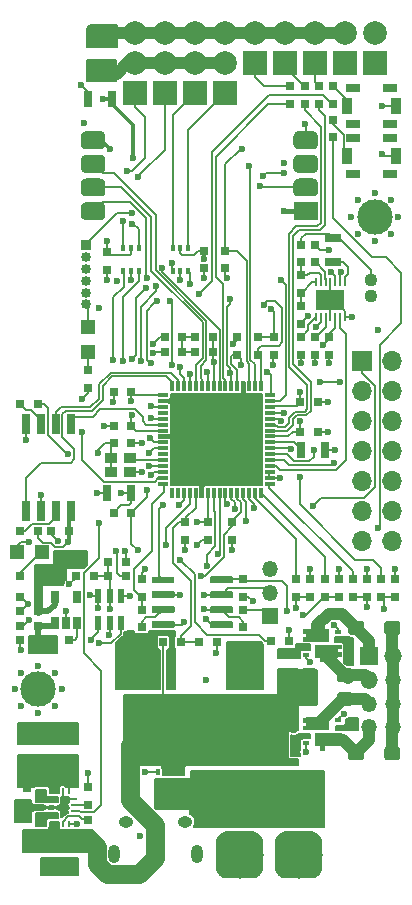
<source format=gbr>
G04 #@! TF.GenerationSoftware,KiCad,Pcbnew,(5.1.2)-1*
G04 #@! TF.CreationDate,2019-07-28T17:54:04+02:00*
G04 #@! TF.ProjectId,qqv11,71717631-312e-46b6-9963-61645f706362,rev?*
G04 #@! TF.SameCoordinates,Original*
G04 #@! TF.FileFunction,Copper,L1,Top*
G04 #@! TF.FilePolarity,Positive*
%FSLAX46Y46*%
G04 Gerber Fmt 4.6, Leading zero omitted, Abs format (unit mm)*
G04 Created by KiCad (PCBNEW (5.1.2)-1) date 2019-07-28 17:54:04*
%MOMM*%
%LPD*%
G04 APERTURE LIST*
%ADD10C,0.650000*%
%ADD11R,1.071428X1.071428*%
%ADD12R,0.900000X0.300000*%
%ADD13R,0.300000X0.900000*%
%ADD14R,2.100000X1.524000*%
%ADD15C,0.100000*%
%ADD16C,1.524000*%
%ADD17R,0.800000X0.700000*%
%ADD18C,4.000000*%
%ADD19C,0.600000*%
%ADD20C,3.000000*%
%ADD21R,0.800000X1.400000*%
%ADD22R,1.400000X0.800000*%
%ADD23R,0.700000X0.800000*%
%ADD24R,2.300000X1.200000*%
%ADD25C,2.500000*%
%ADD26C,1.220000*%
%ADD27R,0.600000X1.200000*%
%ADD28C,2.000000*%
%ADD29R,2.000000X2.000000*%
%ADD30R,1.700000X1.700000*%
%ADD31O,1.700000X1.700000*%
%ADD32O,1.250000X0.950000*%
%ADD33O,1.000000X1.550000*%
%ADD34R,0.850000X0.850000*%
%ADD35O,0.850000X0.850000*%
%ADD36C,1.108000*%
%ADD37R,1.200000X1.200000*%
%ADD38C,1.105000*%
%ADD39R,0.580000X0.400000*%
%ADD40C,0.350000*%
%ADD41C,1.930000*%
%ADD42R,0.950000X1.400000*%
%ADD43R,1.150000X0.750000*%
%ADD44R,0.250000X0.700000*%
%ADD45R,2.350000X1.780000*%
%ADD46R,0.420000X0.600000*%
%ADD47R,0.650000X1.700000*%
%ADD48R,1.000000X0.900000*%
%ADD49O,0.600000X0.250000*%
%ADD50O,0.250000X0.600000*%
%ADD51O,1.350000X0.250000*%
%ADD52O,1.700000X0.250000*%
%ADD53R,1.950000X0.600000*%
%ADD54R,0.650000X1.060000*%
%ADD55R,1.350000X1.350000*%
%ADD56O,1.350000X1.350000*%
%ADD57R,1.500000X1.500000*%
%ADD58O,1.500000X1.500000*%
%ADD59C,1.000000*%
%ADD60C,0.150000*%
%ADD61C,0.300000*%
%ADD62C,0.200000*%
%ADD63C,0.800000*%
%ADD64C,0.500000*%
%ADD65C,0.400000*%
%ADD66C,1.600000*%
%ADD67C,0.254000*%
G04 APERTURE END LIST*
D10*
X108642858Y-95042857D03*
X109714286Y-95042857D03*
X110785715Y-95042857D03*
X111857143Y-95042857D03*
X112928571Y-95042857D03*
X114000000Y-95042857D03*
X115071428Y-95042857D03*
X108642858Y-93971429D03*
X109714286Y-93971429D03*
X110785715Y-93971429D03*
X111857143Y-93971429D03*
X112928571Y-93971429D03*
X114000000Y-93971429D03*
X115071428Y-93971429D03*
X108642858Y-92900000D03*
X109714286Y-92900000D03*
X110785715Y-92900000D03*
X111857143Y-92900000D03*
X112928571Y-92900000D03*
X114000000Y-92900000D03*
X115071428Y-92900000D03*
X108642858Y-91828572D03*
X109714286Y-91828572D03*
X110785715Y-91828572D03*
X111857143Y-91828572D03*
X112928571Y-91828572D03*
X114000000Y-91828572D03*
X115071428Y-91828572D03*
X108642858Y-90757144D03*
X109714286Y-90757144D03*
X110785715Y-90757144D03*
X111857143Y-90757144D03*
X112928571Y-90757144D03*
X114000000Y-90757144D03*
X115071428Y-90757144D03*
X108642858Y-89685715D03*
X109714286Y-89685715D03*
X110785715Y-89685715D03*
X111857143Y-89685715D03*
X112928571Y-89685715D03*
X114000000Y-89685715D03*
X115071428Y-89685715D03*
X108642858Y-88614287D03*
X109714286Y-88614287D03*
X110785715Y-88614287D03*
X111857143Y-88614287D03*
X112928571Y-88614287D03*
X114000000Y-88614287D03*
X115071428Y-88614287D03*
D11*
X108642858Y-95042857D03*
X109714286Y-95042857D03*
X110785715Y-95042857D03*
X111857143Y-95042857D03*
X112928571Y-95042857D03*
X114000000Y-95042857D03*
X115071428Y-95042857D03*
X108642858Y-93971429D03*
X109714286Y-93971429D03*
X110785715Y-93971429D03*
X111857143Y-93971429D03*
X112928571Y-93971429D03*
X114000000Y-93971429D03*
X115071428Y-93971429D03*
X108642858Y-92900000D03*
X109714286Y-92900000D03*
X110785715Y-92900000D03*
X111857143Y-92900000D03*
X112928571Y-92900000D03*
X114000000Y-92900000D03*
X115071428Y-92900000D03*
X108642858Y-91828572D03*
X109714286Y-91828572D03*
X110785715Y-91828572D03*
X111857143Y-91828572D03*
X112928571Y-91828572D03*
X114000000Y-91828572D03*
X115071428Y-91828572D03*
X108642858Y-90757144D03*
X109714286Y-90757144D03*
X110785715Y-90757144D03*
X111857143Y-90757144D03*
X112928571Y-90757144D03*
X114000000Y-90757144D03*
X115071428Y-90757144D03*
X108642858Y-89685715D03*
X109714286Y-89685715D03*
X110785715Y-89685715D03*
X111857143Y-89685715D03*
X112928571Y-89685715D03*
X114000000Y-89685715D03*
X115071428Y-89685715D03*
X108642858Y-88614287D03*
X109714286Y-88614287D03*
X110785715Y-88614287D03*
X111857143Y-88614287D03*
X112928571Y-88614287D03*
X114000000Y-88614287D03*
X115071428Y-88614287D03*
D12*
X116357143Y-88078572D03*
X116357143Y-88578572D03*
X116357143Y-89078572D03*
X116357143Y-89578572D03*
X116357143Y-90078572D03*
X116357143Y-90578572D03*
X116357143Y-91078572D03*
X116357143Y-91578572D03*
X116357143Y-92078572D03*
X116357143Y-92578572D03*
X116357143Y-93078572D03*
X116357143Y-93578572D03*
X116357143Y-94078572D03*
X116357143Y-94578572D03*
X116357143Y-95078572D03*
X116357143Y-95578572D03*
D13*
X115607143Y-96328572D03*
X115107143Y-96328572D03*
X114607143Y-96328572D03*
X114107143Y-96328572D03*
X113607143Y-96328572D03*
X113107143Y-96328572D03*
X112607143Y-96328572D03*
X112107143Y-96328572D03*
X111607143Y-96328572D03*
X111107143Y-96328572D03*
X110607143Y-96328572D03*
X110107143Y-96328572D03*
X109607143Y-96328572D03*
X109107143Y-96328572D03*
X108607143Y-96328572D03*
X108107143Y-96328572D03*
D12*
X107357143Y-95578572D03*
X107357143Y-95078572D03*
X107357143Y-94578572D03*
X107357143Y-94078572D03*
X107357143Y-93578572D03*
X107357143Y-93078572D03*
X107357143Y-92578572D03*
X107357143Y-92078572D03*
X107357143Y-91578572D03*
X107357143Y-91078572D03*
X107357143Y-90578572D03*
X107357143Y-90078572D03*
X107357143Y-89578572D03*
X107357143Y-89078572D03*
X107357143Y-88578572D03*
X107357143Y-88078572D03*
D13*
X108107143Y-87328572D03*
X108607143Y-87328572D03*
X109107143Y-87328572D03*
X109607143Y-87328572D03*
X110107143Y-87328572D03*
X110607143Y-87328572D03*
X111107143Y-87328572D03*
X111607143Y-87328572D03*
X112107143Y-87328572D03*
X112607143Y-87328572D03*
X113107143Y-87328572D03*
X113607143Y-87328572D03*
X114107143Y-87328572D03*
X114607143Y-87328572D03*
X115107143Y-87328572D03*
X115607143Y-87328572D03*
D14*
X119400000Y-72500000D03*
D15*
G36*
X120037613Y-69740202D02*
G01*
X120081995Y-69746785D01*
X120125518Y-69757687D01*
X120167763Y-69772802D01*
X120208323Y-69791986D01*
X120246807Y-69815052D01*
X120282845Y-69841780D01*
X120316089Y-69871911D01*
X120346220Y-69905155D01*
X120372948Y-69941193D01*
X120396014Y-69979677D01*
X120415198Y-70020237D01*
X120430313Y-70062482D01*
X120441215Y-70106005D01*
X120447798Y-70150387D01*
X120450000Y-70195200D01*
X120450000Y-70804800D01*
X120447798Y-70849613D01*
X120441215Y-70893995D01*
X120430313Y-70937518D01*
X120415198Y-70979763D01*
X120396014Y-71020323D01*
X120372948Y-71058807D01*
X120346220Y-71094845D01*
X120316089Y-71128089D01*
X120282845Y-71158220D01*
X120246807Y-71184948D01*
X120208323Y-71208014D01*
X120167763Y-71227198D01*
X120125518Y-71242313D01*
X120081995Y-71253215D01*
X120037613Y-71259798D01*
X119992800Y-71262000D01*
X118807200Y-71262000D01*
X118762387Y-71259798D01*
X118718005Y-71253215D01*
X118674482Y-71242313D01*
X118632237Y-71227198D01*
X118591677Y-71208014D01*
X118553193Y-71184948D01*
X118517155Y-71158220D01*
X118483911Y-71128089D01*
X118453780Y-71094845D01*
X118427052Y-71058807D01*
X118403986Y-71020323D01*
X118384802Y-70979763D01*
X118369687Y-70937518D01*
X118358785Y-70893995D01*
X118352202Y-70849613D01*
X118350000Y-70804800D01*
X118350000Y-70195200D01*
X118352202Y-70150387D01*
X118358785Y-70106005D01*
X118369687Y-70062482D01*
X118384802Y-70020237D01*
X118403986Y-69979677D01*
X118427052Y-69941193D01*
X118453780Y-69905155D01*
X118483911Y-69871911D01*
X118517155Y-69841780D01*
X118553193Y-69815052D01*
X118591677Y-69791986D01*
X118632237Y-69772802D01*
X118674482Y-69757687D01*
X118718005Y-69746785D01*
X118762387Y-69740202D01*
X118807200Y-69738000D01*
X119992800Y-69738000D01*
X120037613Y-69740202D01*
X120037613Y-69740202D01*
G37*
D16*
X119400000Y-70500000D03*
D15*
G36*
X120037613Y-67740202D02*
G01*
X120081995Y-67746785D01*
X120125518Y-67757687D01*
X120167763Y-67772802D01*
X120208323Y-67791986D01*
X120246807Y-67815052D01*
X120282845Y-67841780D01*
X120316089Y-67871911D01*
X120346220Y-67905155D01*
X120372948Y-67941193D01*
X120396014Y-67979677D01*
X120415198Y-68020237D01*
X120430313Y-68062482D01*
X120441215Y-68106005D01*
X120447798Y-68150387D01*
X120450000Y-68195200D01*
X120450000Y-68804800D01*
X120447798Y-68849613D01*
X120441215Y-68893995D01*
X120430313Y-68937518D01*
X120415198Y-68979763D01*
X120396014Y-69020323D01*
X120372948Y-69058807D01*
X120346220Y-69094845D01*
X120316089Y-69128089D01*
X120282845Y-69158220D01*
X120246807Y-69184948D01*
X120208323Y-69208014D01*
X120167763Y-69227198D01*
X120125518Y-69242313D01*
X120081995Y-69253215D01*
X120037613Y-69259798D01*
X119992800Y-69262000D01*
X118807200Y-69262000D01*
X118762387Y-69259798D01*
X118718005Y-69253215D01*
X118674482Y-69242313D01*
X118632237Y-69227198D01*
X118591677Y-69208014D01*
X118553193Y-69184948D01*
X118517155Y-69158220D01*
X118483911Y-69128089D01*
X118453780Y-69094845D01*
X118427052Y-69058807D01*
X118403986Y-69020323D01*
X118384802Y-68979763D01*
X118369687Y-68937518D01*
X118358785Y-68893995D01*
X118352202Y-68849613D01*
X118350000Y-68804800D01*
X118350000Y-68195200D01*
X118352202Y-68150387D01*
X118358785Y-68106005D01*
X118369687Y-68062482D01*
X118384802Y-68020237D01*
X118403986Y-67979677D01*
X118427052Y-67941193D01*
X118453780Y-67905155D01*
X118483911Y-67871911D01*
X118517155Y-67841780D01*
X118553193Y-67815052D01*
X118591677Y-67791986D01*
X118632237Y-67772802D01*
X118674482Y-67757687D01*
X118718005Y-67746785D01*
X118762387Y-67740202D01*
X118807200Y-67738000D01*
X119992800Y-67738000D01*
X120037613Y-67740202D01*
X120037613Y-67740202D01*
G37*
D16*
X119400000Y-68500000D03*
D15*
G36*
X120037613Y-65740202D02*
G01*
X120081995Y-65746785D01*
X120125518Y-65757687D01*
X120167763Y-65772802D01*
X120208323Y-65791986D01*
X120246807Y-65815052D01*
X120282845Y-65841780D01*
X120316089Y-65871911D01*
X120346220Y-65905155D01*
X120372948Y-65941193D01*
X120396014Y-65979677D01*
X120415198Y-66020237D01*
X120430313Y-66062482D01*
X120441215Y-66106005D01*
X120447798Y-66150387D01*
X120450000Y-66195200D01*
X120450000Y-66804800D01*
X120447798Y-66849613D01*
X120441215Y-66893995D01*
X120430313Y-66937518D01*
X120415198Y-66979763D01*
X120396014Y-67020323D01*
X120372948Y-67058807D01*
X120346220Y-67094845D01*
X120316089Y-67128089D01*
X120282845Y-67158220D01*
X120246807Y-67184948D01*
X120208323Y-67208014D01*
X120167763Y-67227198D01*
X120125518Y-67242313D01*
X120081995Y-67253215D01*
X120037613Y-67259798D01*
X119992800Y-67262000D01*
X118807200Y-67262000D01*
X118762387Y-67259798D01*
X118718005Y-67253215D01*
X118674482Y-67242313D01*
X118632237Y-67227198D01*
X118591677Y-67208014D01*
X118553193Y-67184948D01*
X118517155Y-67158220D01*
X118483911Y-67128089D01*
X118453780Y-67094845D01*
X118427052Y-67058807D01*
X118403986Y-67020323D01*
X118384802Y-66979763D01*
X118369687Y-66937518D01*
X118358785Y-66893995D01*
X118352202Y-66849613D01*
X118350000Y-66804800D01*
X118350000Y-66195200D01*
X118352202Y-66150387D01*
X118358785Y-66106005D01*
X118369687Y-66062482D01*
X118384802Y-66020237D01*
X118403986Y-65979677D01*
X118427052Y-65941193D01*
X118453780Y-65905155D01*
X118483911Y-65871911D01*
X118517155Y-65841780D01*
X118553193Y-65815052D01*
X118591677Y-65791986D01*
X118632237Y-65772802D01*
X118674482Y-65757687D01*
X118718005Y-65746785D01*
X118762387Y-65740202D01*
X118807200Y-65738000D01*
X119992800Y-65738000D01*
X120037613Y-65740202D01*
X120037613Y-65740202D01*
G37*
D16*
X119400000Y-66500000D03*
D15*
G36*
X102037613Y-65740202D02*
G01*
X102081995Y-65746785D01*
X102125518Y-65757687D01*
X102167763Y-65772802D01*
X102208323Y-65791986D01*
X102246807Y-65815052D01*
X102282845Y-65841780D01*
X102316089Y-65871911D01*
X102346220Y-65905155D01*
X102372948Y-65941193D01*
X102396014Y-65979677D01*
X102415198Y-66020237D01*
X102430313Y-66062482D01*
X102441215Y-66106005D01*
X102447798Y-66150387D01*
X102450000Y-66195200D01*
X102450000Y-66804800D01*
X102447798Y-66849613D01*
X102441215Y-66893995D01*
X102430313Y-66937518D01*
X102415198Y-66979763D01*
X102396014Y-67020323D01*
X102372948Y-67058807D01*
X102346220Y-67094845D01*
X102316089Y-67128089D01*
X102282845Y-67158220D01*
X102246807Y-67184948D01*
X102208323Y-67208014D01*
X102167763Y-67227198D01*
X102125518Y-67242313D01*
X102081995Y-67253215D01*
X102037613Y-67259798D01*
X101992800Y-67262000D01*
X100807200Y-67262000D01*
X100762387Y-67259798D01*
X100718005Y-67253215D01*
X100674482Y-67242313D01*
X100632237Y-67227198D01*
X100591677Y-67208014D01*
X100553193Y-67184948D01*
X100517155Y-67158220D01*
X100483911Y-67128089D01*
X100453780Y-67094845D01*
X100427052Y-67058807D01*
X100403986Y-67020323D01*
X100384802Y-66979763D01*
X100369687Y-66937518D01*
X100358785Y-66893995D01*
X100352202Y-66849613D01*
X100350000Y-66804800D01*
X100350000Y-66195200D01*
X100352202Y-66150387D01*
X100358785Y-66106005D01*
X100369687Y-66062482D01*
X100384802Y-66020237D01*
X100403986Y-65979677D01*
X100427052Y-65941193D01*
X100453780Y-65905155D01*
X100483911Y-65871911D01*
X100517155Y-65841780D01*
X100553193Y-65815052D01*
X100591677Y-65791986D01*
X100632237Y-65772802D01*
X100674482Y-65757687D01*
X100718005Y-65746785D01*
X100762387Y-65740202D01*
X100807200Y-65738000D01*
X101992800Y-65738000D01*
X102037613Y-65740202D01*
X102037613Y-65740202D01*
G37*
D16*
X101400000Y-66500000D03*
D15*
G36*
X102037613Y-67740202D02*
G01*
X102081995Y-67746785D01*
X102125518Y-67757687D01*
X102167763Y-67772802D01*
X102208323Y-67791986D01*
X102246807Y-67815052D01*
X102282845Y-67841780D01*
X102316089Y-67871911D01*
X102346220Y-67905155D01*
X102372948Y-67941193D01*
X102396014Y-67979677D01*
X102415198Y-68020237D01*
X102430313Y-68062482D01*
X102441215Y-68106005D01*
X102447798Y-68150387D01*
X102450000Y-68195200D01*
X102450000Y-68804800D01*
X102447798Y-68849613D01*
X102441215Y-68893995D01*
X102430313Y-68937518D01*
X102415198Y-68979763D01*
X102396014Y-69020323D01*
X102372948Y-69058807D01*
X102346220Y-69094845D01*
X102316089Y-69128089D01*
X102282845Y-69158220D01*
X102246807Y-69184948D01*
X102208323Y-69208014D01*
X102167763Y-69227198D01*
X102125518Y-69242313D01*
X102081995Y-69253215D01*
X102037613Y-69259798D01*
X101992800Y-69262000D01*
X100807200Y-69262000D01*
X100762387Y-69259798D01*
X100718005Y-69253215D01*
X100674482Y-69242313D01*
X100632237Y-69227198D01*
X100591677Y-69208014D01*
X100553193Y-69184948D01*
X100517155Y-69158220D01*
X100483911Y-69128089D01*
X100453780Y-69094845D01*
X100427052Y-69058807D01*
X100403986Y-69020323D01*
X100384802Y-68979763D01*
X100369687Y-68937518D01*
X100358785Y-68893995D01*
X100352202Y-68849613D01*
X100350000Y-68804800D01*
X100350000Y-68195200D01*
X100352202Y-68150387D01*
X100358785Y-68106005D01*
X100369687Y-68062482D01*
X100384802Y-68020237D01*
X100403986Y-67979677D01*
X100427052Y-67941193D01*
X100453780Y-67905155D01*
X100483911Y-67871911D01*
X100517155Y-67841780D01*
X100553193Y-67815052D01*
X100591677Y-67791986D01*
X100632237Y-67772802D01*
X100674482Y-67757687D01*
X100718005Y-67746785D01*
X100762387Y-67740202D01*
X100807200Y-67738000D01*
X101992800Y-67738000D01*
X102037613Y-67740202D01*
X102037613Y-67740202D01*
G37*
D16*
X101400000Y-68500000D03*
D15*
G36*
X102037613Y-69740202D02*
G01*
X102081995Y-69746785D01*
X102125518Y-69757687D01*
X102167763Y-69772802D01*
X102208323Y-69791986D01*
X102246807Y-69815052D01*
X102282845Y-69841780D01*
X102316089Y-69871911D01*
X102346220Y-69905155D01*
X102372948Y-69941193D01*
X102396014Y-69979677D01*
X102415198Y-70020237D01*
X102430313Y-70062482D01*
X102441215Y-70106005D01*
X102447798Y-70150387D01*
X102450000Y-70195200D01*
X102450000Y-70804800D01*
X102447798Y-70849613D01*
X102441215Y-70893995D01*
X102430313Y-70937518D01*
X102415198Y-70979763D01*
X102396014Y-71020323D01*
X102372948Y-71058807D01*
X102346220Y-71094845D01*
X102316089Y-71128089D01*
X102282845Y-71158220D01*
X102246807Y-71184948D01*
X102208323Y-71208014D01*
X102167763Y-71227198D01*
X102125518Y-71242313D01*
X102081995Y-71253215D01*
X102037613Y-71259798D01*
X101992800Y-71262000D01*
X100807200Y-71262000D01*
X100762387Y-71259798D01*
X100718005Y-71253215D01*
X100674482Y-71242313D01*
X100632237Y-71227198D01*
X100591677Y-71208014D01*
X100553193Y-71184948D01*
X100517155Y-71158220D01*
X100483911Y-71128089D01*
X100453780Y-71094845D01*
X100427052Y-71058807D01*
X100403986Y-71020323D01*
X100384802Y-70979763D01*
X100369687Y-70937518D01*
X100358785Y-70893995D01*
X100352202Y-70849613D01*
X100350000Y-70804800D01*
X100350000Y-70195200D01*
X100352202Y-70150387D01*
X100358785Y-70106005D01*
X100369687Y-70062482D01*
X100384802Y-70020237D01*
X100403986Y-69979677D01*
X100427052Y-69941193D01*
X100453780Y-69905155D01*
X100483911Y-69871911D01*
X100517155Y-69841780D01*
X100553193Y-69815052D01*
X100591677Y-69791986D01*
X100632237Y-69772802D01*
X100674482Y-69757687D01*
X100718005Y-69746785D01*
X100762387Y-69740202D01*
X100807200Y-69738000D01*
X101992800Y-69738000D01*
X102037613Y-69740202D01*
X102037613Y-69740202D01*
G37*
D16*
X101400000Y-70500000D03*
D15*
G36*
X102037613Y-71740202D02*
G01*
X102081995Y-71746785D01*
X102125518Y-71757687D01*
X102167763Y-71772802D01*
X102208323Y-71791986D01*
X102246807Y-71815052D01*
X102282845Y-71841780D01*
X102316089Y-71871911D01*
X102346220Y-71905155D01*
X102372948Y-71941193D01*
X102396014Y-71979677D01*
X102415198Y-72020237D01*
X102430313Y-72062482D01*
X102441215Y-72106005D01*
X102447798Y-72150387D01*
X102450000Y-72195200D01*
X102450000Y-72804800D01*
X102447798Y-72849613D01*
X102441215Y-72893995D01*
X102430313Y-72937518D01*
X102415198Y-72979763D01*
X102396014Y-73020323D01*
X102372948Y-73058807D01*
X102346220Y-73094845D01*
X102316089Y-73128089D01*
X102282845Y-73158220D01*
X102246807Y-73184948D01*
X102208323Y-73208014D01*
X102167763Y-73227198D01*
X102125518Y-73242313D01*
X102081995Y-73253215D01*
X102037613Y-73259798D01*
X101992800Y-73262000D01*
X100807200Y-73262000D01*
X100762387Y-73259798D01*
X100718005Y-73253215D01*
X100674482Y-73242313D01*
X100632237Y-73227198D01*
X100591677Y-73208014D01*
X100553193Y-73184948D01*
X100517155Y-73158220D01*
X100483911Y-73128089D01*
X100453780Y-73094845D01*
X100427052Y-73058807D01*
X100403986Y-73020323D01*
X100384802Y-72979763D01*
X100369687Y-72937518D01*
X100358785Y-72893995D01*
X100352202Y-72849613D01*
X100350000Y-72804800D01*
X100350000Y-72195200D01*
X100352202Y-72150387D01*
X100358785Y-72106005D01*
X100369687Y-72062482D01*
X100384802Y-72020237D01*
X100403986Y-71979677D01*
X100427052Y-71941193D01*
X100453780Y-71905155D01*
X100483911Y-71871911D01*
X100517155Y-71841780D01*
X100553193Y-71815052D01*
X100591677Y-71791986D01*
X100632237Y-71772802D01*
X100674482Y-71757687D01*
X100718005Y-71746785D01*
X100762387Y-71740202D01*
X100807200Y-71738000D01*
X101992800Y-71738000D01*
X102037613Y-71740202D01*
X102037613Y-71740202D01*
G37*
D16*
X101400000Y-72500000D03*
D17*
X127000000Y-103650000D03*
X127000000Y-105150000D03*
D15*
G36*
X114898017Y-125004815D02*
G01*
X114995090Y-125019215D01*
X115090285Y-125043060D01*
X115182683Y-125076120D01*
X115271397Y-125118079D01*
X115355570Y-125168530D01*
X115434393Y-125226990D01*
X115507107Y-125292893D01*
X115573010Y-125365607D01*
X115631470Y-125444430D01*
X115681921Y-125528603D01*
X115723880Y-125617317D01*
X115756940Y-125709715D01*
X115780785Y-125804910D01*
X115795185Y-125901983D01*
X115800000Y-126000000D01*
X115800000Y-128000000D01*
X115795185Y-128098017D01*
X115780785Y-128195090D01*
X115756940Y-128290285D01*
X115723880Y-128382683D01*
X115681921Y-128471397D01*
X115631470Y-128555570D01*
X115573010Y-128634393D01*
X115507107Y-128707107D01*
X115434393Y-128773010D01*
X115355570Y-128831470D01*
X115271397Y-128881921D01*
X115182683Y-128923880D01*
X115090285Y-128956940D01*
X114995090Y-128980785D01*
X114898017Y-128995185D01*
X114800000Y-129000000D01*
X112800000Y-129000000D01*
X112701983Y-128995185D01*
X112604910Y-128980785D01*
X112509715Y-128956940D01*
X112417317Y-128923880D01*
X112328603Y-128881921D01*
X112244430Y-128831470D01*
X112165607Y-128773010D01*
X112092893Y-128707107D01*
X112026990Y-128634393D01*
X111968530Y-128555570D01*
X111918079Y-128471397D01*
X111876120Y-128382683D01*
X111843060Y-128290285D01*
X111819215Y-128195090D01*
X111804815Y-128098017D01*
X111800000Y-128000000D01*
X111800000Y-126000000D01*
X111804815Y-125901983D01*
X111819215Y-125804910D01*
X111843060Y-125709715D01*
X111876120Y-125617317D01*
X111918079Y-125528603D01*
X111968530Y-125444430D01*
X112026990Y-125365607D01*
X112092893Y-125292893D01*
X112165607Y-125226990D01*
X112244430Y-125168530D01*
X112328603Y-125118079D01*
X112417317Y-125076120D01*
X112509715Y-125043060D01*
X112604910Y-125019215D01*
X112701983Y-125004815D01*
X112800000Y-125000000D01*
X114800000Y-125000000D01*
X114898017Y-125004815D01*
X114898017Y-125004815D01*
G37*
D18*
X113800000Y-127000000D03*
D15*
G36*
X119898017Y-125004815D02*
G01*
X119995090Y-125019215D01*
X120090285Y-125043060D01*
X120182683Y-125076120D01*
X120271397Y-125118079D01*
X120355570Y-125168530D01*
X120434393Y-125226990D01*
X120507107Y-125292893D01*
X120573010Y-125365607D01*
X120631470Y-125444430D01*
X120681921Y-125528603D01*
X120723880Y-125617317D01*
X120756940Y-125709715D01*
X120780785Y-125804910D01*
X120795185Y-125901983D01*
X120800000Y-126000000D01*
X120800000Y-128000000D01*
X120795185Y-128098017D01*
X120780785Y-128195090D01*
X120756940Y-128290285D01*
X120723880Y-128382683D01*
X120681921Y-128471397D01*
X120631470Y-128555570D01*
X120573010Y-128634393D01*
X120507107Y-128707107D01*
X120434393Y-128773010D01*
X120355570Y-128831470D01*
X120271397Y-128881921D01*
X120182683Y-128923880D01*
X120090285Y-128956940D01*
X119995090Y-128980785D01*
X119898017Y-128995185D01*
X119800000Y-129000000D01*
X117800000Y-129000000D01*
X117701983Y-128995185D01*
X117604910Y-128980785D01*
X117509715Y-128956940D01*
X117417317Y-128923880D01*
X117328603Y-128881921D01*
X117244430Y-128831470D01*
X117165607Y-128773010D01*
X117092893Y-128707107D01*
X117026990Y-128634393D01*
X116968530Y-128555570D01*
X116918079Y-128471397D01*
X116876120Y-128382683D01*
X116843060Y-128290285D01*
X116819215Y-128195090D01*
X116804815Y-128098017D01*
X116800000Y-128000000D01*
X116800000Y-126000000D01*
X116804815Y-125901983D01*
X116819215Y-125804910D01*
X116843060Y-125709715D01*
X116876120Y-125617317D01*
X116918079Y-125528603D01*
X116968530Y-125444430D01*
X117026990Y-125365607D01*
X117092893Y-125292893D01*
X117165607Y-125226990D01*
X117244430Y-125168530D01*
X117328603Y-125118079D01*
X117417317Y-125076120D01*
X117509715Y-125043060D01*
X117604910Y-125019215D01*
X117701983Y-125004815D01*
X117800000Y-125000000D01*
X119800000Y-125000000D01*
X119898017Y-125004815D01*
X119898017Y-125004815D01*
G37*
D18*
X118800000Y-127000000D03*
D15*
G36*
X119898017Y-120004815D02*
G01*
X119995090Y-120019215D01*
X120090285Y-120043060D01*
X120182683Y-120076120D01*
X120271397Y-120118079D01*
X120355570Y-120168530D01*
X120434393Y-120226990D01*
X120507107Y-120292893D01*
X120573010Y-120365607D01*
X120631470Y-120444430D01*
X120681921Y-120528603D01*
X120723880Y-120617317D01*
X120756940Y-120709715D01*
X120780785Y-120804910D01*
X120795185Y-120901983D01*
X120800000Y-121000000D01*
X120800000Y-123000000D01*
X120795185Y-123098017D01*
X120780785Y-123195090D01*
X120756940Y-123290285D01*
X120723880Y-123382683D01*
X120681921Y-123471397D01*
X120631470Y-123555570D01*
X120573010Y-123634393D01*
X120507107Y-123707107D01*
X120434393Y-123773010D01*
X120355570Y-123831470D01*
X120271397Y-123881921D01*
X120182683Y-123923880D01*
X120090285Y-123956940D01*
X119995090Y-123980785D01*
X119898017Y-123995185D01*
X119800000Y-124000000D01*
X117800000Y-124000000D01*
X117701983Y-123995185D01*
X117604910Y-123980785D01*
X117509715Y-123956940D01*
X117417317Y-123923880D01*
X117328603Y-123881921D01*
X117244430Y-123831470D01*
X117165607Y-123773010D01*
X117092893Y-123707107D01*
X117026990Y-123634393D01*
X116968530Y-123555570D01*
X116918079Y-123471397D01*
X116876120Y-123382683D01*
X116843060Y-123290285D01*
X116819215Y-123195090D01*
X116804815Y-123098017D01*
X116800000Y-123000000D01*
X116800000Y-121000000D01*
X116804815Y-120901983D01*
X116819215Y-120804910D01*
X116843060Y-120709715D01*
X116876120Y-120617317D01*
X116918079Y-120528603D01*
X116968530Y-120444430D01*
X117026990Y-120365607D01*
X117092893Y-120292893D01*
X117165607Y-120226990D01*
X117244430Y-120168530D01*
X117328603Y-120118079D01*
X117417317Y-120076120D01*
X117509715Y-120043060D01*
X117604910Y-120019215D01*
X117701983Y-120004815D01*
X117800000Y-120000000D01*
X119800000Y-120000000D01*
X119898017Y-120004815D01*
X119898017Y-120004815D01*
G37*
D18*
X118800000Y-122000000D03*
D15*
G36*
X114898017Y-120004815D02*
G01*
X114995090Y-120019215D01*
X115090285Y-120043060D01*
X115182683Y-120076120D01*
X115271397Y-120118079D01*
X115355570Y-120168530D01*
X115434393Y-120226990D01*
X115507107Y-120292893D01*
X115573010Y-120365607D01*
X115631470Y-120444430D01*
X115681921Y-120528603D01*
X115723880Y-120617317D01*
X115756940Y-120709715D01*
X115780785Y-120804910D01*
X115795185Y-120901983D01*
X115800000Y-121000000D01*
X115800000Y-123000000D01*
X115795185Y-123098017D01*
X115780785Y-123195090D01*
X115756940Y-123290285D01*
X115723880Y-123382683D01*
X115681921Y-123471397D01*
X115631470Y-123555570D01*
X115573010Y-123634393D01*
X115507107Y-123707107D01*
X115434393Y-123773010D01*
X115355570Y-123831470D01*
X115271397Y-123881921D01*
X115182683Y-123923880D01*
X115090285Y-123956940D01*
X114995090Y-123980785D01*
X114898017Y-123995185D01*
X114800000Y-124000000D01*
X112800000Y-124000000D01*
X112701983Y-123995185D01*
X112604910Y-123980785D01*
X112509715Y-123956940D01*
X112417317Y-123923880D01*
X112328603Y-123881921D01*
X112244430Y-123831470D01*
X112165607Y-123773010D01*
X112092893Y-123707107D01*
X112026990Y-123634393D01*
X111968530Y-123555570D01*
X111918079Y-123471397D01*
X111876120Y-123382683D01*
X111843060Y-123290285D01*
X111819215Y-123195090D01*
X111804815Y-123098017D01*
X111800000Y-123000000D01*
X111800000Y-121000000D01*
X111804815Y-120901983D01*
X111819215Y-120804910D01*
X111843060Y-120709715D01*
X111876120Y-120617317D01*
X111918079Y-120528603D01*
X111968530Y-120444430D01*
X112026990Y-120365607D01*
X112092893Y-120292893D01*
X112165607Y-120226990D01*
X112244430Y-120168530D01*
X112328603Y-120118079D01*
X112417317Y-120076120D01*
X112509715Y-120043060D01*
X112604910Y-120019215D01*
X112701983Y-120004815D01*
X112800000Y-120000000D01*
X114800000Y-120000000D01*
X114898017Y-120004815D01*
X114898017Y-120004815D01*
G37*
D18*
X113800000Y-122000000D03*
D19*
X98164214Y-111585786D03*
X98750000Y-113000000D03*
X98164214Y-114414214D03*
X96750000Y-115000000D03*
X95335786Y-114414214D03*
X94750000Y-113000000D03*
X95335786Y-111585786D03*
X96750000Y-111000000D03*
D20*
X96750000Y-113000000D03*
D19*
X126664214Y-71585786D03*
X127250000Y-73000000D03*
X126664214Y-74414214D03*
X125250000Y-75000000D03*
X123835786Y-74414214D03*
X123250000Y-73000000D03*
X123835786Y-71585786D03*
X125250000Y-71000000D03*
D20*
X125250000Y-73000000D03*
D17*
X119000000Y-84650000D03*
X119000000Y-83150000D03*
X121400000Y-83150000D03*
X121400000Y-84650000D03*
D21*
X102600000Y-96400000D03*
X104600000Y-96400000D03*
D22*
X121700000Y-76800000D03*
X121700000Y-74800000D03*
D23*
X107450000Y-84400000D03*
X108950000Y-84400000D03*
X118950000Y-88700000D03*
X120450000Y-88700000D03*
D17*
X120200000Y-76850000D03*
X120200000Y-75350000D03*
X120200000Y-83150000D03*
X120200000Y-84650000D03*
X113600000Y-83150000D03*
X113600000Y-84650000D03*
D21*
X121000000Y-92700000D03*
X119000000Y-92700000D03*
D23*
X120450000Y-91200000D03*
X118950000Y-91200000D03*
X104650000Y-87800000D03*
X103150000Y-87800000D03*
D24*
X102200000Y-60900000D03*
X102200000Y-57500000D03*
D17*
X113200000Y-98850000D03*
X113200000Y-100350000D03*
D23*
X103150000Y-90700000D03*
X104650000Y-90700000D03*
D17*
X102600000Y-77450000D03*
X102600000Y-75950000D03*
X111100000Y-98850000D03*
X111100000Y-100350000D03*
X110800000Y-75850000D03*
X110800000Y-77350000D03*
D23*
X99350000Y-99600000D03*
X97850000Y-99600000D03*
X103150000Y-92100000D03*
X104650000Y-92100000D03*
D21*
X103000000Y-63000000D03*
X101000000Y-63000000D03*
D23*
X99950000Y-103400000D03*
X101450000Y-103400000D03*
D22*
X99500000Y-127700000D03*
X99500000Y-125700000D03*
X97700000Y-125700000D03*
X97700000Y-127700000D03*
D24*
X99000000Y-116400000D03*
X99000000Y-119800000D03*
X96200000Y-119800000D03*
X96200000Y-116400000D03*
D15*
G36*
X106224504Y-108951204D02*
G01*
X106248773Y-108954804D01*
X106272571Y-108960765D01*
X106295671Y-108969030D01*
X106317849Y-108979520D01*
X106338893Y-108992133D01*
X106358598Y-109006747D01*
X106376777Y-109023223D01*
X106393253Y-109041402D01*
X106407867Y-109061107D01*
X106420480Y-109082151D01*
X106430970Y-109104329D01*
X106439235Y-109127429D01*
X106445196Y-109151227D01*
X106448796Y-109175496D01*
X106450000Y-109200000D01*
X106450000Y-112700000D01*
X106448796Y-112724504D01*
X106445196Y-112748773D01*
X106439235Y-112772571D01*
X106430970Y-112795671D01*
X106420480Y-112817849D01*
X106407867Y-112838893D01*
X106393253Y-112858598D01*
X106376777Y-112876777D01*
X106358598Y-112893253D01*
X106338893Y-112907867D01*
X106317849Y-112920480D01*
X106295671Y-112930970D01*
X106272571Y-112939235D01*
X106248773Y-112945196D01*
X106224504Y-112948796D01*
X106200000Y-112950000D01*
X104200000Y-112950000D01*
X104175496Y-112948796D01*
X104151227Y-112945196D01*
X104127429Y-112939235D01*
X104104329Y-112930970D01*
X104082151Y-112920480D01*
X104061107Y-112907867D01*
X104041402Y-112893253D01*
X104023223Y-112876777D01*
X104006747Y-112858598D01*
X103992133Y-112838893D01*
X103979520Y-112817849D01*
X103969030Y-112795671D01*
X103960765Y-112772571D01*
X103954804Y-112748773D01*
X103951204Y-112724504D01*
X103950000Y-112700000D01*
X103950000Y-109200000D01*
X103951204Y-109175496D01*
X103954804Y-109151227D01*
X103960765Y-109127429D01*
X103969030Y-109104329D01*
X103979520Y-109082151D01*
X103992133Y-109061107D01*
X104006747Y-109041402D01*
X104023223Y-109023223D01*
X104041402Y-109006747D01*
X104061107Y-108992133D01*
X104082151Y-108979520D01*
X104104329Y-108969030D01*
X104127429Y-108960765D01*
X104151227Y-108954804D01*
X104175496Y-108951204D01*
X104200000Y-108950000D01*
X106200000Y-108950000D01*
X106224504Y-108951204D01*
X106224504Y-108951204D01*
G37*
D25*
X105200000Y-110950000D03*
D15*
G36*
X106224504Y-115051204D02*
G01*
X106248773Y-115054804D01*
X106272571Y-115060765D01*
X106295671Y-115069030D01*
X106317849Y-115079520D01*
X106338893Y-115092133D01*
X106358598Y-115106747D01*
X106376777Y-115123223D01*
X106393253Y-115141402D01*
X106407867Y-115161107D01*
X106420480Y-115182151D01*
X106430970Y-115204329D01*
X106439235Y-115227429D01*
X106445196Y-115251227D01*
X106448796Y-115275496D01*
X106450000Y-115300000D01*
X106450000Y-118800000D01*
X106448796Y-118824504D01*
X106445196Y-118848773D01*
X106439235Y-118872571D01*
X106430970Y-118895671D01*
X106420480Y-118917849D01*
X106407867Y-118938893D01*
X106393253Y-118958598D01*
X106376777Y-118976777D01*
X106358598Y-118993253D01*
X106338893Y-119007867D01*
X106317849Y-119020480D01*
X106295671Y-119030970D01*
X106272571Y-119039235D01*
X106248773Y-119045196D01*
X106224504Y-119048796D01*
X106200000Y-119050000D01*
X104200000Y-119050000D01*
X104175496Y-119048796D01*
X104151227Y-119045196D01*
X104127429Y-119039235D01*
X104104329Y-119030970D01*
X104082151Y-119020480D01*
X104061107Y-119007867D01*
X104041402Y-118993253D01*
X104023223Y-118976777D01*
X104006747Y-118958598D01*
X103992133Y-118938893D01*
X103979520Y-118917849D01*
X103969030Y-118895671D01*
X103960765Y-118872571D01*
X103954804Y-118848773D01*
X103951204Y-118824504D01*
X103950000Y-118800000D01*
X103950000Y-115300000D01*
X103951204Y-115275496D01*
X103954804Y-115251227D01*
X103960765Y-115227429D01*
X103969030Y-115204329D01*
X103979520Y-115182151D01*
X103992133Y-115161107D01*
X104006747Y-115141402D01*
X104023223Y-115123223D01*
X104041402Y-115106747D01*
X104061107Y-115092133D01*
X104082151Y-115079520D01*
X104104329Y-115069030D01*
X104127429Y-115060765D01*
X104151227Y-115054804D01*
X104175496Y-115051204D01*
X104200000Y-115050000D01*
X106200000Y-115050000D01*
X106224504Y-115051204D01*
X106224504Y-115051204D01*
G37*
D25*
X105200000Y-117050000D03*
D15*
G36*
X115024504Y-115051204D02*
G01*
X115048773Y-115054804D01*
X115072571Y-115060765D01*
X115095671Y-115069030D01*
X115117849Y-115079520D01*
X115138893Y-115092133D01*
X115158598Y-115106747D01*
X115176777Y-115123223D01*
X115193253Y-115141402D01*
X115207867Y-115161107D01*
X115220480Y-115182151D01*
X115230970Y-115204329D01*
X115239235Y-115227429D01*
X115245196Y-115251227D01*
X115248796Y-115275496D01*
X115250000Y-115300000D01*
X115250000Y-118800000D01*
X115248796Y-118824504D01*
X115245196Y-118848773D01*
X115239235Y-118872571D01*
X115230970Y-118895671D01*
X115220480Y-118917849D01*
X115207867Y-118938893D01*
X115193253Y-118958598D01*
X115176777Y-118976777D01*
X115158598Y-118993253D01*
X115138893Y-119007867D01*
X115117849Y-119020480D01*
X115095671Y-119030970D01*
X115072571Y-119039235D01*
X115048773Y-119045196D01*
X115024504Y-119048796D01*
X115000000Y-119050000D01*
X113000000Y-119050000D01*
X112975496Y-119048796D01*
X112951227Y-119045196D01*
X112927429Y-119039235D01*
X112904329Y-119030970D01*
X112882151Y-119020480D01*
X112861107Y-119007867D01*
X112841402Y-118993253D01*
X112823223Y-118976777D01*
X112806747Y-118958598D01*
X112792133Y-118938893D01*
X112779520Y-118917849D01*
X112769030Y-118895671D01*
X112760765Y-118872571D01*
X112754804Y-118848773D01*
X112751204Y-118824504D01*
X112750000Y-118800000D01*
X112750000Y-115300000D01*
X112751204Y-115275496D01*
X112754804Y-115251227D01*
X112760765Y-115227429D01*
X112769030Y-115204329D01*
X112779520Y-115182151D01*
X112792133Y-115161107D01*
X112806747Y-115141402D01*
X112823223Y-115123223D01*
X112841402Y-115106747D01*
X112861107Y-115092133D01*
X112882151Y-115079520D01*
X112904329Y-115069030D01*
X112927429Y-115060765D01*
X112951227Y-115054804D01*
X112975496Y-115051204D01*
X113000000Y-115050000D01*
X115000000Y-115050000D01*
X115024504Y-115051204D01*
X115024504Y-115051204D01*
G37*
D25*
X114000000Y-117050000D03*
D15*
G36*
X115024504Y-108951204D02*
G01*
X115048773Y-108954804D01*
X115072571Y-108960765D01*
X115095671Y-108969030D01*
X115117849Y-108979520D01*
X115138893Y-108992133D01*
X115158598Y-109006747D01*
X115176777Y-109023223D01*
X115193253Y-109041402D01*
X115207867Y-109061107D01*
X115220480Y-109082151D01*
X115230970Y-109104329D01*
X115239235Y-109127429D01*
X115245196Y-109151227D01*
X115248796Y-109175496D01*
X115250000Y-109200000D01*
X115250000Y-112700000D01*
X115248796Y-112724504D01*
X115245196Y-112748773D01*
X115239235Y-112772571D01*
X115230970Y-112795671D01*
X115220480Y-112817849D01*
X115207867Y-112838893D01*
X115193253Y-112858598D01*
X115176777Y-112876777D01*
X115158598Y-112893253D01*
X115138893Y-112907867D01*
X115117849Y-112920480D01*
X115095671Y-112930970D01*
X115072571Y-112939235D01*
X115048773Y-112945196D01*
X115024504Y-112948796D01*
X115000000Y-112950000D01*
X113000000Y-112950000D01*
X112975496Y-112948796D01*
X112951227Y-112945196D01*
X112927429Y-112939235D01*
X112904329Y-112930970D01*
X112882151Y-112920480D01*
X112861107Y-112907867D01*
X112841402Y-112893253D01*
X112823223Y-112876777D01*
X112806747Y-112858598D01*
X112792133Y-112838893D01*
X112779520Y-112817849D01*
X112769030Y-112795671D01*
X112760765Y-112772571D01*
X112754804Y-112748773D01*
X112751204Y-112724504D01*
X112750000Y-112700000D01*
X112750000Y-109200000D01*
X112751204Y-109175496D01*
X112754804Y-109151227D01*
X112760765Y-109127429D01*
X112769030Y-109104329D01*
X112779520Y-109082151D01*
X112792133Y-109061107D01*
X112806747Y-109041402D01*
X112823223Y-109023223D01*
X112841402Y-109006747D01*
X112861107Y-108992133D01*
X112882151Y-108979520D01*
X112904329Y-108969030D01*
X112927429Y-108960765D01*
X112951227Y-108954804D01*
X112975496Y-108951204D01*
X113000000Y-108950000D01*
X115000000Y-108950000D01*
X115024504Y-108951204D01*
X115024504Y-108951204D01*
G37*
D25*
X114000000Y-110950000D03*
D17*
X101000000Y-122750000D03*
X101000000Y-121250000D03*
X114100000Y-105150000D03*
X114100000Y-103650000D03*
X109200000Y-100350000D03*
X109200000Y-98850000D03*
D23*
X95250000Y-108800000D03*
X96750000Y-108800000D03*
X96750000Y-107600000D03*
X95250000Y-107600000D03*
X95250000Y-106400000D03*
X96750000Y-106400000D03*
X96750000Y-105200000D03*
X95250000Y-105200000D03*
D15*
G36*
X120074895Y-113191469D02*
G01*
X120104503Y-113195860D01*
X120133537Y-113203133D01*
X120161718Y-113213217D01*
X120188776Y-113226014D01*
X120214449Y-113241402D01*
X120238490Y-113259232D01*
X120260668Y-113279332D01*
X120280768Y-113301510D01*
X120298598Y-113325551D01*
X120313986Y-113351224D01*
X120326783Y-113378282D01*
X120336867Y-113406463D01*
X120344140Y-113435497D01*
X120348531Y-113465105D01*
X120350000Y-113495000D01*
X120350000Y-114105000D01*
X120348531Y-114134895D01*
X120344140Y-114164503D01*
X120336867Y-114193537D01*
X120326783Y-114221718D01*
X120313986Y-114248776D01*
X120298598Y-114274449D01*
X120280768Y-114298490D01*
X120260668Y-114320668D01*
X120238490Y-114340768D01*
X120214449Y-114358598D01*
X120188776Y-114373986D01*
X120161718Y-114386783D01*
X120133537Y-114396867D01*
X120104503Y-114404140D01*
X120074895Y-114408531D01*
X120045000Y-114410000D01*
X119305000Y-114410000D01*
X119275105Y-114408531D01*
X119245497Y-114404140D01*
X119216463Y-114396867D01*
X119188282Y-114386783D01*
X119161224Y-114373986D01*
X119135551Y-114358598D01*
X119111510Y-114340768D01*
X119089332Y-114320668D01*
X119069232Y-114298490D01*
X119051402Y-114274449D01*
X119036014Y-114248776D01*
X119023217Y-114221718D01*
X119013133Y-114193537D01*
X119005860Y-114164503D01*
X119001469Y-114134895D01*
X119000000Y-114105000D01*
X119000000Y-113495000D01*
X119001469Y-113465105D01*
X119005860Y-113435497D01*
X119013133Y-113406463D01*
X119023217Y-113378282D01*
X119036014Y-113351224D01*
X119051402Y-113325551D01*
X119069232Y-113301510D01*
X119089332Y-113279332D01*
X119111510Y-113259232D01*
X119135551Y-113241402D01*
X119161224Y-113226014D01*
X119188282Y-113213217D01*
X119216463Y-113203133D01*
X119245497Y-113195860D01*
X119275105Y-113191469D01*
X119305000Y-113190000D01*
X120045000Y-113190000D01*
X120074895Y-113191469D01*
X120074895Y-113191469D01*
G37*
D26*
X119675000Y-113800000D03*
D15*
G36*
X123124895Y-113191469D02*
G01*
X123154503Y-113195860D01*
X123183537Y-113203133D01*
X123211718Y-113213217D01*
X123238776Y-113226014D01*
X123264449Y-113241402D01*
X123288490Y-113259232D01*
X123310668Y-113279332D01*
X123330768Y-113301510D01*
X123348598Y-113325551D01*
X123363986Y-113351224D01*
X123376783Y-113378282D01*
X123386867Y-113406463D01*
X123394140Y-113435497D01*
X123398531Y-113465105D01*
X123400000Y-113495000D01*
X123400000Y-114105000D01*
X123398531Y-114134895D01*
X123394140Y-114164503D01*
X123386867Y-114193537D01*
X123376783Y-114221718D01*
X123363986Y-114248776D01*
X123348598Y-114274449D01*
X123330768Y-114298490D01*
X123310668Y-114320668D01*
X123288490Y-114340768D01*
X123264449Y-114358598D01*
X123238776Y-114373986D01*
X123211718Y-114386783D01*
X123183537Y-114396867D01*
X123154503Y-114404140D01*
X123124895Y-114408531D01*
X123095000Y-114410000D01*
X122355000Y-114410000D01*
X122325105Y-114408531D01*
X122295497Y-114404140D01*
X122266463Y-114396867D01*
X122238282Y-114386783D01*
X122211224Y-114373986D01*
X122185551Y-114358598D01*
X122161510Y-114340768D01*
X122139332Y-114320668D01*
X122119232Y-114298490D01*
X122101402Y-114274449D01*
X122086014Y-114248776D01*
X122073217Y-114221718D01*
X122063133Y-114193537D01*
X122055860Y-114164503D01*
X122051469Y-114134895D01*
X122050000Y-114105000D01*
X122050000Y-113495000D01*
X122051469Y-113465105D01*
X122055860Y-113435497D01*
X122063133Y-113406463D01*
X122073217Y-113378282D01*
X122086014Y-113351224D01*
X122101402Y-113325551D01*
X122119232Y-113301510D01*
X122139332Y-113279332D01*
X122161510Y-113259232D01*
X122185551Y-113241402D01*
X122211224Y-113226014D01*
X122238282Y-113213217D01*
X122266463Y-113203133D01*
X122295497Y-113195860D01*
X122325105Y-113191469D01*
X122355000Y-113190000D01*
X123095000Y-113190000D01*
X123124895Y-113191469D01*
X123124895Y-113191469D01*
G37*
D26*
X122725000Y-113800000D03*
D15*
G36*
X124074895Y-117791469D02*
G01*
X124104503Y-117795860D01*
X124133537Y-117803133D01*
X124161718Y-117813217D01*
X124188776Y-117826014D01*
X124214449Y-117841402D01*
X124238490Y-117859232D01*
X124260668Y-117879332D01*
X124280768Y-117901510D01*
X124298598Y-117925551D01*
X124313986Y-117951224D01*
X124326783Y-117978282D01*
X124336867Y-118006463D01*
X124344140Y-118035497D01*
X124348531Y-118065105D01*
X124350000Y-118095000D01*
X124350000Y-118705000D01*
X124348531Y-118734895D01*
X124344140Y-118764503D01*
X124336867Y-118793537D01*
X124326783Y-118821718D01*
X124313986Y-118848776D01*
X124298598Y-118874449D01*
X124280768Y-118898490D01*
X124260668Y-118920668D01*
X124238490Y-118940768D01*
X124214449Y-118958598D01*
X124188776Y-118973986D01*
X124161718Y-118986783D01*
X124133537Y-118996867D01*
X124104503Y-119004140D01*
X124074895Y-119008531D01*
X124045000Y-119010000D01*
X123305000Y-119010000D01*
X123275105Y-119008531D01*
X123245497Y-119004140D01*
X123216463Y-118996867D01*
X123188282Y-118986783D01*
X123161224Y-118973986D01*
X123135551Y-118958598D01*
X123111510Y-118940768D01*
X123089332Y-118920668D01*
X123069232Y-118898490D01*
X123051402Y-118874449D01*
X123036014Y-118848776D01*
X123023217Y-118821718D01*
X123013133Y-118793537D01*
X123005860Y-118764503D01*
X123001469Y-118734895D01*
X123000000Y-118705000D01*
X123000000Y-118095000D01*
X123001469Y-118065105D01*
X123005860Y-118035497D01*
X123013133Y-118006463D01*
X123023217Y-117978282D01*
X123036014Y-117951224D01*
X123051402Y-117925551D01*
X123069232Y-117901510D01*
X123089332Y-117879332D01*
X123111510Y-117859232D01*
X123135551Y-117841402D01*
X123161224Y-117826014D01*
X123188282Y-117813217D01*
X123216463Y-117803133D01*
X123245497Y-117795860D01*
X123275105Y-117791469D01*
X123305000Y-117790000D01*
X124045000Y-117790000D01*
X124074895Y-117791469D01*
X124074895Y-117791469D01*
G37*
D26*
X123675000Y-118400000D03*
D15*
G36*
X127124895Y-117791469D02*
G01*
X127154503Y-117795860D01*
X127183537Y-117803133D01*
X127211718Y-117813217D01*
X127238776Y-117826014D01*
X127264449Y-117841402D01*
X127288490Y-117859232D01*
X127310668Y-117879332D01*
X127330768Y-117901510D01*
X127348598Y-117925551D01*
X127363986Y-117951224D01*
X127376783Y-117978282D01*
X127386867Y-118006463D01*
X127394140Y-118035497D01*
X127398531Y-118065105D01*
X127400000Y-118095000D01*
X127400000Y-118705000D01*
X127398531Y-118734895D01*
X127394140Y-118764503D01*
X127386867Y-118793537D01*
X127376783Y-118821718D01*
X127363986Y-118848776D01*
X127348598Y-118874449D01*
X127330768Y-118898490D01*
X127310668Y-118920668D01*
X127288490Y-118940768D01*
X127264449Y-118958598D01*
X127238776Y-118973986D01*
X127211718Y-118986783D01*
X127183537Y-118996867D01*
X127154503Y-119004140D01*
X127124895Y-119008531D01*
X127095000Y-119010000D01*
X126355000Y-119010000D01*
X126325105Y-119008531D01*
X126295497Y-119004140D01*
X126266463Y-118996867D01*
X126238282Y-118986783D01*
X126211224Y-118973986D01*
X126185551Y-118958598D01*
X126161510Y-118940768D01*
X126139332Y-118920668D01*
X126119232Y-118898490D01*
X126101402Y-118874449D01*
X126086014Y-118848776D01*
X126073217Y-118821718D01*
X126063133Y-118793537D01*
X126055860Y-118764503D01*
X126051469Y-118734895D01*
X126050000Y-118705000D01*
X126050000Y-118095000D01*
X126051469Y-118065105D01*
X126055860Y-118035497D01*
X126063133Y-118006463D01*
X126073217Y-117978282D01*
X126086014Y-117951224D01*
X126101402Y-117925551D01*
X126119232Y-117901510D01*
X126139332Y-117879332D01*
X126161510Y-117859232D01*
X126185551Y-117841402D01*
X126211224Y-117826014D01*
X126238282Y-117813217D01*
X126266463Y-117803133D01*
X126295497Y-117795860D01*
X126325105Y-117791469D01*
X126355000Y-117790000D01*
X127095000Y-117790000D01*
X127124895Y-117791469D01*
X127124895Y-117791469D01*
G37*
D26*
X126725000Y-118400000D03*
D15*
G36*
X124074895Y-107191469D02*
G01*
X124104503Y-107195860D01*
X124133537Y-107203133D01*
X124161718Y-107213217D01*
X124188776Y-107226014D01*
X124214449Y-107241402D01*
X124238490Y-107259232D01*
X124260668Y-107279332D01*
X124280768Y-107301510D01*
X124298598Y-107325551D01*
X124313986Y-107351224D01*
X124326783Y-107378282D01*
X124336867Y-107406463D01*
X124344140Y-107435497D01*
X124348531Y-107465105D01*
X124350000Y-107495000D01*
X124350000Y-108105000D01*
X124348531Y-108134895D01*
X124344140Y-108164503D01*
X124336867Y-108193537D01*
X124326783Y-108221718D01*
X124313986Y-108248776D01*
X124298598Y-108274449D01*
X124280768Y-108298490D01*
X124260668Y-108320668D01*
X124238490Y-108340768D01*
X124214449Y-108358598D01*
X124188776Y-108373986D01*
X124161718Y-108386783D01*
X124133537Y-108396867D01*
X124104503Y-108404140D01*
X124074895Y-108408531D01*
X124045000Y-108410000D01*
X123305000Y-108410000D01*
X123275105Y-108408531D01*
X123245497Y-108404140D01*
X123216463Y-108396867D01*
X123188282Y-108386783D01*
X123161224Y-108373986D01*
X123135551Y-108358598D01*
X123111510Y-108340768D01*
X123089332Y-108320668D01*
X123069232Y-108298490D01*
X123051402Y-108274449D01*
X123036014Y-108248776D01*
X123023217Y-108221718D01*
X123013133Y-108193537D01*
X123005860Y-108164503D01*
X123001469Y-108134895D01*
X123000000Y-108105000D01*
X123000000Y-107495000D01*
X123001469Y-107465105D01*
X123005860Y-107435497D01*
X123013133Y-107406463D01*
X123023217Y-107378282D01*
X123036014Y-107351224D01*
X123051402Y-107325551D01*
X123069232Y-107301510D01*
X123089332Y-107279332D01*
X123111510Y-107259232D01*
X123135551Y-107241402D01*
X123161224Y-107226014D01*
X123188282Y-107213217D01*
X123216463Y-107203133D01*
X123245497Y-107195860D01*
X123275105Y-107191469D01*
X123305000Y-107190000D01*
X124045000Y-107190000D01*
X124074895Y-107191469D01*
X124074895Y-107191469D01*
G37*
D26*
X123675000Y-107800000D03*
D15*
G36*
X127124895Y-107191469D02*
G01*
X127154503Y-107195860D01*
X127183537Y-107203133D01*
X127211718Y-107213217D01*
X127238776Y-107226014D01*
X127264449Y-107241402D01*
X127288490Y-107259232D01*
X127310668Y-107279332D01*
X127330768Y-107301510D01*
X127348598Y-107325551D01*
X127363986Y-107351224D01*
X127376783Y-107378282D01*
X127386867Y-107406463D01*
X127394140Y-107435497D01*
X127398531Y-107465105D01*
X127400000Y-107495000D01*
X127400000Y-108105000D01*
X127398531Y-108134895D01*
X127394140Y-108164503D01*
X127386867Y-108193537D01*
X127376783Y-108221718D01*
X127363986Y-108248776D01*
X127348598Y-108274449D01*
X127330768Y-108298490D01*
X127310668Y-108320668D01*
X127288490Y-108340768D01*
X127264449Y-108358598D01*
X127238776Y-108373986D01*
X127211718Y-108386783D01*
X127183537Y-108396867D01*
X127154503Y-108404140D01*
X127124895Y-108408531D01*
X127095000Y-108410000D01*
X126355000Y-108410000D01*
X126325105Y-108408531D01*
X126295497Y-108404140D01*
X126266463Y-108396867D01*
X126238282Y-108386783D01*
X126211224Y-108373986D01*
X126185551Y-108358598D01*
X126161510Y-108340768D01*
X126139332Y-108320668D01*
X126119232Y-108298490D01*
X126101402Y-108274449D01*
X126086014Y-108248776D01*
X126073217Y-108221718D01*
X126063133Y-108193537D01*
X126055860Y-108164503D01*
X126051469Y-108134895D01*
X126050000Y-108105000D01*
X126050000Y-107495000D01*
X126051469Y-107465105D01*
X126055860Y-107435497D01*
X126063133Y-107406463D01*
X126073217Y-107378282D01*
X126086014Y-107351224D01*
X126101402Y-107325551D01*
X126119232Y-107301510D01*
X126139332Y-107279332D01*
X126161510Y-107259232D01*
X126185551Y-107241402D01*
X126211224Y-107226014D01*
X126238282Y-107213217D01*
X126266463Y-107203133D01*
X126295497Y-107195860D01*
X126325105Y-107191469D01*
X126355000Y-107190000D01*
X127095000Y-107190000D01*
X127124895Y-107191469D01*
X127124895Y-107191469D01*
G37*
D26*
X126725000Y-107800000D03*
D15*
G36*
X120074895Y-111191469D02*
G01*
X120104503Y-111195860D01*
X120133537Y-111203133D01*
X120161718Y-111213217D01*
X120188776Y-111226014D01*
X120214449Y-111241402D01*
X120238490Y-111259232D01*
X120260668Y-111279332D01*
X120280768Y-111301510D01*
X120298598Y-111325551D01*
X120313986Y-111351224D01*
X120326783Y-111378282D01*
X120336867Y-111406463D01*
X120344140Y-111435497D01*
X120348531Y-111465105D01*
X120350000Y-111495000D01*
X120350000Y-112105000D01*
X120348531Y-112134895D01*
X120344140Y-112164503D01*
X120336867Y-112193537D01*
X120326783Y-112221718D01*
X120313986Y-112248776D01*
X120298598Y-112274449D01*
X120280768Y-112298490D01*
X120260668Y-112320668D01*
X120238490Y-112340768D01*
X120214449Y-112358598D01*
X120188776Y-112373986D01*
X120161718Y-112386783D01*
X120133537Y-112396867D01*
X120104503Y-112404140D01*
X120074895Y-112408531D01*
X120045000Y-112410000D01*
X119305000Y-112410000D01*
X119275105Y-112408531D01*
X119245497Y-112404140D01*
X119216463Y-112396867D01*
X119188282Y-112386783D01*
X119161224Y-112373986D01*
X119135551Y-112358598D01*
X119111510Y-112340768D01*
X119089332Y-112320668D01*
X119069232Y-112298490D01*
X119051402Y-112274449D01*
X119036014Y-112248776D01*
X119023217Y-112221718D01*
X119013133Y-112193537D01*
X119005860Y-112164503D01*
X119001469Y-112134895D01*
X119000000Y-112105000D01*
X119000000Y-111495000D01*
X119001469Y-111465105D01*
X119005860Y-111435497D01*
X119013133Y-111406463D01*
X119023217Y-111378282D01*
X119036014Y-111351224D01*
X119051402Y-111325551D01*
X119069232Y-111301510D01*
X119089332Y-111279332D01*
X119111510Y-111259232D01*
X119135551Y-111241402D01*
X119161224Y-111226014D01*
X119188282Y-111213217D01*
X119216463Y-111203133D01*
X119245497Y-111195860D01*
X119275105Y-111191469D01*
X119305000Y-111190000D01*
X120045000Y-111190000D01*
X120074895Y-111191469D01*
X120074895Y-111191469D01*
G37*
D26*
X119675000Y-111800000D03*
D15*
G36*
X123124895Y-111191469D02*
G01*
X123154503Y-111195860D01*
X123183537Y-111203133D01*
X123211718Y-111213217D01*
X123238776Y-111226014D01*
X123264449Y-111241402D01*
X123288490Y-111259232D01*
X123310668Y-111279332D01*
X123330768Y-111301510D01*
X123348598Y-111325551D01*
X123363986Y-111351224D01*
X123376783Y-111378282D01*
X123386867Y-111406463D01*
X123394140Y-111435497D01*
X123398531Y-111465105D01*
X123400000Y-111495000D01*
X123400000Y-112105000D01*
X123398531Y-112134895D01*
X123394140Y-112164503D01*
X123386867Y-112193537D01*
X123376783Y-112221718D01*
X123363986Y-112248776D01*
X123348598Y-112274449D01*
X123330768Y-112298490D01*
X123310668Y-112320668D01*
X123288490Y-112340768D01*
X123264449Y-112358598D01*
X123238776Y-112373986D01*
X123211718Y-112386783D01*
X123183537Y-112396867D01*
X123154503Y-112404140D01*
X123124895Y-112408531D01*
X123095000Y-112410000D01*
X122355000Y-112410000D01*
X122325105Y-112408531D01*
X122295497Y-112404140D01*
X122266463Y-112396867D01*
X122238282Y-112386783D01*
X122211224Y-112373986D01*
X122185551Y-112358598D01*
X122161510Y-112340768D01*
X122139332Y-112320668D01*
X122119232Y-112298490D01*
X122101402Y-112274449D01*
X122086014Y-112248776D01*
X122073217Y-112221718D01*
X122063133Y-112193537D01*
X122055860Y-112164503D01*
X122051469Y-112134895D01*
X122050000Y-112105000D01*
X122050000Y-111495000D01*
X122051469Y-111465105D01*
X122055860Y-111435497D01*
X122063133Y-111406463D01*
X122073217Y-111378282D01*
X122086014Y-111351224D01*
X122101402Y-111325551D01*
X122119232Y-111301510D01*
X122139332Y-111279332D01*
X122161510Y-111259232D01*
X122185551Y-111241402D01*
X122211224Y-111226014D01*
X122238282Y-111213217D01*
X122266463Y-111203133D01*
X122295497Y-111195860D01*
X122325105Y-111191469D01*
X122355000Y-111190000D01*
X123095000Y-111190000D01*
X123124895Y-111191469D01*
X123124895Y-111191469D01*
G37*
D26*
X122725000Y-111800000D03*
D27*
X101850000Y-107350000D03*
X102800000Y-107350000D03*
X103750000Y-107350000D03*
X103750000Y-105050000D03*
X102800000Y-105050000D03*
X101850000Y-105050000D03*
D28*
X104920000Y-57460000D03*
X107460000Y-57460000D03*
X110000000Y-57460000D03*
X112540000Y-57460000D03*
X115080000Y-57460000D03*
X117620000Y-57460000D03*
X120160000Y-57460000D03*
X122700000Y-57460000D03*
X125240000Y-57460000D03*
X104920000Y-60000000D03*
X107460000Y-60000000D03*
X110000000Y-60000000D03*
X112540000Y-60000000D03*
D29*
X115080000Y-60000000D03*
X117620000Y-60000000D03*
X120160000Y-60000000D03*
X122700000Y-60000000D03*
X125240000Y-60000000D03*
X104920000Y-62540000D03*
X107460000Y-62540000D03*
X110000000Y-62540000D03*
X112540000Y-62540000D03*
D30*
X124200000Y-85200000D03*
D31*
X126740000Y-85200000D03*
X124200000Y-87740000D03*
X126740000Y-87740000D03*
X124200000Y-90280000D03*
X126740000Y-90280000D03*
X124200000Y-92820000D03*
X126740000Y-92820000D03*
X124200000Y-95360000D03*
X126740000Y-95360000D03*
X124200000Y-97900000D03*
X126740000Y-97900000D03*
X124200000Y-100440000D03*
X126740000Y-100440000D03*
D32*
X104200000Y-124200000D03*
X109200000Y-124200000D03*
D33*
X110200000Y-126900000D03*
X103200000Y-126900000D03*
D34*
X100800000Y-75400000D03*
D35*
X100800000Y-76400000D03*
X100800000Y-77400000D03*
X100800000Y-78400000D03*
X100800000Y-79400000D03*
X100800000Y-80400000D03*
D36*
X124900000Y-79700000D03*
X124900000Y-78300000D03*
D37*
X94950000Y-101400000D03*
X97050000Y-101400000D03*
D38*
X120412500Y-115922500D03*
D15*
G36*
X119450000Y-116075000D02*
G01*
X119450000Y-115825000D01*
X119150000Y-115825000D01*
X119150000Y-115425000D01*
X119450000Y-115425000D01*
X119450000Y-115370000D01*
X120585000Y-115370000D01*
X120585000Y-115000000D01*
X121015000Y-115000000D01*
X121015000Y-115370000D01*
X121375000Y-115370000D01*
X121375000Y-116475000D01*
X119150000Y-116475000D01*
X119150000Y-116075000D01*
X119450000Y-116075000D01*
X119450000Y-116075000D01*
G37*
D39*
X119440000Y-117575000D03*
X119440000Y-116925000D03*
X122160000Y-116275000D03*
X122160000Y-115625000D03*
D38*
X121187500Y-117277500D03*
D15*
G36*
X122150000Y-117125000D02*
G01*
X122150000Y-117375000D01*
X122450000Y-117375000D01*
X122450000Y-117775000D01*
X122150000Y-117775000D01*
X122150000Y-117830000D01*
X121015000Y-117830000D01*
X121015000Y-118200000D01*
X120585000Y-118200000D01*
X120585000Y-117830000D01*
X120225000Y-117830000D01*
X120225000Y-116725000D01*
X122450000Y-116725000D01*
X122450000Y-117125000D01*
X122150000Y-117125000D01*
X122150000Y-117125000D01*
G37*
D38*
X121175000Y-109755000D03*
D15*
G36*
X122137500Y-109602500D02*
G01*
X122137500Y-109852500D01*
X122437500Y-109852500D01*
X122437500Y-110252500D01*
X122137500Y-110252500D01*
X122137500Y-110307500D01*
X121002500Y-110307500D01*
X121002500Y-110677500D01*
X120572500Y-110677500D01*
X120572500Y-110307500D01*
X120212500Y-110307500D01*
X120212500Y-109202500D01*
X122437500Y-109202500D01*
X122437500Y-109602500D01*
X122137500Y-109602500D01*
X122137500Y-109602500D01*
G37*
D39*
X122147500Y-108102500D03*
X122147500Y-108752500D03*
X119427500Y-109402500D03*
X119427500Y-110052500D03*
D38*
X120400000Y-108400000D03*
D15*
G36*
X119437500Y-108552500D02*
G01*
X119437500Y-108302500D01*
X119137500Y-108302500D01*
X119137500Y-107902500D01*
X119437500Y-107902500D01*
X119437500Y-107847500D01*
X120572500Y-107847500D01*
X120572500Y-107477500D01*
X121002500Y-107477500D01*
X121002500Y-107847500D01*
X121362500Y-107847500D01*
X121362500Y-108952500D01*
X119137500Y-108952500D01*
X119137500Y-108552500D01*
X119437500Y-108552500D01*
X119437500Y-108552500D01*
G37*
G36*
X107021076Y-119700421D02*
G01*
X107029570Y-119701681D01*
X107037900Y-119703768D01*
X107045985Y-119706661D01*
X107053747Y-119710332D01*
X107061112Y-119714746D01*
X107068009Y-119719862D01*
X107074372Y-119725628D01*
X107080138Y-119731991D01*
X107085254Y-119738888D01*
X107089668Y-119746253D01*
X107093339Y-119754015D01*
X107096232Y-119762100D01*
X107098319Y-119770430D01*
X107099579Y-119778924D01*
X107100000Y-119787500D01*
X107100000Y-120162500D01*
X107099579Y-120171076D01*
X107098319Y-120179570D01*
X107096232Y-120187900D01*
X107093339Y-120195985D01*
X107089668Y-120203747D01*
X107085254Y-120211112D01*
X107080138Y-120218009D01*
X107074372Y-120224372D01*
X107068009Y-120230138D01*
X107061112Y-120235254D01*
X107053747Y-120239668D01*
X107045985Y-120243339D01*
X107037900Y-120246232D01*
X107029570Y-120248319D01*
X107021076Y-120249579D01*
X107012500Y-120250000D01*
X106837500Y-120250000D01*
X106828924Y-120249579D01*
X106820430Y-120248319D01*
X106812100Y-120246232D01*
X106804015Y-120243339D01*
X106796253Y-120239668D01*
X106788888Y-120235254D01*
X106781991Y-120230138D01*
X106775628Y-120224372D01*
X106769862Y-120218009D01*
X106764746Y-120211112D01*
X106760332Y-120203747D01*
X106756661Y-120195985D01*
X106753768Y-120187900D01*
X106751681Y-120179570D01*
X106750421Y-120171076D01*
X106750000Y-120162500D01*
X106750000Y-119787500D01*
X106750421Y-119778924D01*
X106751681Y-119770430D01*
X106753768Y-119762100D01*
X106756661Y-119754015D01*
X106760332Y-119746253D01*
X106764746Y-119738888D01*
X106769862Y-119731991D01*
X106775628Y-119725628D01*
X106781991Y-119719862D01*
X106788888Y-119714746D01*
X106796253Y-119710332D01*
X106804015Y-119706661D01*
X106812100Y-119703768D01*
X106820430Y-119701681D01*
X106828924Y-119700421D01*
X106837500Y-119700000D01*
X107012500Y-119700000D01*
X107021076Y-119700421D01*
X107021076Y-119700421D01*
G37*
D40*
X106925000Y-119975000D03*
D15*
G36*
X107671076Y-119700421D02*
G01*
X107679570Y-119701681D01*
X107687900Y-119703768D01*
X107695985Y-119706661D01*
X107703747Y-119710332D01*
X107711112Y-119714746D01*
X107718009Y-119719862D01*
X107724372Y-119725628D01*
X107730138Y-119731991D01*
X107735254Y-119738888D01*
X107739668Y-119746253D01*
X107743339Y-119754015D01*
X107746232Y-119762100D01*
X107748319Y-119770430D01*
X107749579Y-119778924D01*
X107750000Y-119787500D01*
X107750000Y-120162500D01*
X107749579Y-120171076D01*
X107748319Y-120179570D01*
X107746232Y-120187900D01*
X107743339Y-120195985D01*
X107739668Y-120203747D01*
X107735254Y-120211112D01*
X107730138Y-120218009D01*
X107724372Y-120224372D01*
X107718009Y-120230138D01*
X107711112Y-120235254D01*
X107703747Y-120239668D01*
X107695985Y-120243339D01*
X107687900Y-120246232D01*
X107679570Y-120248319D01*
X107671076Y-120249579D01*
X107662500Y-120250000D01*
X107487500Y-120250000D01*
X107478924Y-120249579D01*
X107470430Y-120248319D01*
X107462100Y-120246232D01*
X107454015Y-120243339D01*
X107446253Y-120239668D01*
X107438888Y-120235254D01*
X107431991Y-120230138D01*
X107425628Y-120224372D01*
X107419862Y-120218009D01*
X107414746Y-120211112D01*
X107410332Y-120203747D01*
X107406661Y-120195985D01*
X107403768Y-120187900D01*
X107401681Y-120179570D01*
X107400421Y-120171076D01*
X107400000Y-120162500D01*
X107400000Y-119787500D01*
X107400421Y-119778924D01*
X107401681Y-119770430D01*
X107403768Y-119762100D01*
X107406661Y-119754015D01*
X107410332Y-119746253D01*
X107414746Y-119738888D01*
X107419862Y-119731991D01*
X107425628Y-119725628D01*
X107431991Y-119719862D01*
X107438888Y-119714746D01*
X107446253Y-119710332D01*
X107454015Y-119706661D01*
X107462100Y-119703768D01*
X107470430Y-119701681D01*
X107478924Y-119700421D01*
X107487500Y-119700000D01*
X107662500Y-119700000D01*
X107671076Y-119700421D01*
X107671076Y-119700421D01*
G37*
D40*
X107575000Y-119975000D03*
D15*
G36*
X108321076Y-119700421D02*
G01*
X108329570Y-119701681D01*
X108337900Y-119703768D01*
X108345985Y-119706661D01*
X108353747Y-119710332D01*
X108361112Y-119714746D01*
X108368009Y-119719862D01*
X108374372Y-119725628D01*
X108380138Y-119731991D01*
X108385254Y-119738888D01*
X108389668Y-119746253D01*
X108393339Y-119754015D01*
X108396232Y-119762100D01*
X108398319Y-119770430D01*
X108399579Y-119778924D01*
X108400000Y-119787500D01*
X108400000Y-120162500D01*
X108399579Y-120171076D01*
X108398319Y-120179570D01*
X108396232Y-120187900D01*
X108393339Y-120195985D01*
X108389668Y-120203747D01*
X108385254Y-120211112D01*
X108380138Y-120218009D01*
X108374372Y-120224372D01*
X108368009Y-120230138D01*
X108361112Y-120235254D01*
X108353747Y-120239668D01*
X108345985Y-120243339D01*
X108337900Y-120246232D01*
X108329570Y-120248319D01*
X108321076Y-120249579D01*
X108312500Y-120250000D01*
X108137500Y-120250000D01*
X108128924Y-120249579D01*
X108120430Y-120248319D01*
X108112100Y-120246232D01*
X108104015Y-120243339D01*
X108096253Y-120239668D01*
X108088888Y-120235254D01*
X108081991Y-120230138D01*
X108075628Y-120224372D01*
X108069862Y-120218009D01*
X108064746Y-120211112D01*
X108060332Y-120203747D01*
X108056661Y-120195985D01*
X108053768Y-120187900D01*
X108051681Y-120179570D01*
X108050421Y-120171076D01*
X108050000Y-120162500D01*
X108050000Y-119787500D01*
X108050421Y-119778924D01*
X108051681Y-119770430D01*
X108053768Y-119762100D01*
X108056661Y-119754015D01*
X108060332Y-119746253D01*
X108064746Y-119738888D01*
X108069862Y-119731991D01*
X108075628Y-119725628D01*
X108081991Y-119719862D01*
X108088888Y-119714746D01*
X108096253Y-119710332D01*
X108104015Y-119706661D01*
X108112100Y-119703768D01*
X108120430Y-119701681D01*
X108128924Y-119700421D01*
X108137500Y-119700000D01*
X108312500Y-119700000D01*
X108321076Y-119700421D01*
X108321076Y-119700421D01*
G37*
D40*
X108225000Y-119975000D03*
D15*
G36*
X108971076Y-119700421D02*
G01*
X108979570Y-119701681D01*
X108987900Y-119703768D01*
X108995985Y-119706661D01*
X109003747Y-119710332D01*
X109011112Y-119714746D01*
X109018009Y-119719862D01*
X109024372Y-119725628D01*
X109030138Y-119731991D01*
X109035254Y-119738888D01*
X109039668Y-119746253D01*
X109043339Y-119754015D01*
X109046232Y-119762100D01*
X109048319Y-119770430D01*
X109049579Y-119778924D01*
X109050000Y-119787500D01*
X109050000Y-120162500D01*
X109049579Y-120171076D01*
X109048319Y-120179570D01*
X109046232Y-120187900D01*
X109043339Y-120195985D01*
X109039668Y-120203747D01*
X109035254Y-120211112D01*
X109030138Y-120218009D01*
X109024372Y-120224372D01*
X109018009Y-120230138D01*
X109011112Y-120235254D01*
X109003747Y-120239668D01*
X108995985Y-120243339D01*
X108987900Y-120246232D01*
X108979570Y-120248319D01*
X108971076Y-120249579D01*
X108962500Y-120250000D01*
X108787500Y-120250000D01*
X108778924Y-120249579D01*
X108770430Y-120248319D01*
X108762100Y-120246232D01*
X108754015Y-120243339D01*
X108746253Y-120239668D01*
X108738888Y-120235254D01*
X108731991Y-120230138D01*
X108725628Y-120224372D01*
X108719862Y-120218009D01*
X108714746Y-120211112D01*
X108710332Y-120203747D01*
X108706661Y-120195985D01*
X108703768Y-120187900D01*
X108701681Y-120179570D01*
X108700421Y-120171076D01*
X108700000Y-120162500D01*
X108700000Y-119787500D01*
X108700421Y-119778924D01*
X108701681Y-119770430D01*
X108703768Y-119762100D01*
X108706661Y-119754015D01*
X108710332Y-119746253D01*
X108714746Y-119738888D01*
X108719862Y-119731991D01*
X108725628Y-119725628D01*
X108731991Y-119719862D01*
X108738888Y-119714746D01*
X108746253Y-119710332D01*
X108754015Y-119706661D01*
X108762100Y-119703768D01*
X108770430Y-119701681D01*
X108778924Y-119700421D01*
X108787500Y-119700000D01*
X108962500Y-119700000D01*
X108971076Y-119700421D01*
X108971076Y-119700421D01*
G37*
D40*
X108875000Y-119975000D03*
D41*
X107900000Y-121785000D03*
D15*
G36*
X108675000Y-122750000D02*
G01*
X108425000Y-122750000D01*
X108425000Y-123100000D01*
X108025000Y-123100000D01*
X108025000Y-122750000D01*
X107775000Y-122750000D01*
X107775000Y-123100000D01*
X107375000Y-123100000D01*
X107375000Y-122750000D01*
X107125000Y-122750000D01*
X107125000Y-123100000D01*
X106725000Y-123100000D01*
X106725000Y-122750000D01*
X106675000Y-122750000D01*
X106675000Y-120820000D01*
X109125000Y-120820000D01*
X109125000Y-122750000D01*
X109075000Y-122750000D01*
X109075000Y-123100000D01*
X108675000Y-123100000D01*
X108675000Y-122750000D01*
X108675000Y-122750000D01*
G37*
D17*
X119000000Y-77950000D03*
X119000000Y-79450000D03*
X119000000Y-80550000D03*
X119000000Y-82050000D03*
D23*
X107450000Y-83200000D03*
X108950000Y-83200000D03*
X111550000Y-83200000D03*
X110050000Y-83200000D03*
D17*
X119000000Y-75350000D03*
X119000000Y-76850000D03*
D23*
X110050000Y-84400000D03*
X111550000Y-84400000D03*
D17*
X125800000Y-105150000D03*
X125800000Y-103650000D03*
X121000000Y-103650000D03*
X121000000Y-105150000D03*
X122200000Y-105150000D03*
X122200000Y-103650000D03*
X118600000Y-105150000D03*
X118600000Y-103650000D03*
X121700000Y-61950000D03*
X121700000Y-63450000D03*
X121700000Y-64750000D03*
X121700000Y-66250000D03*
X123400000Y-103650000D03*
X123400000Y-105150000D03*
X119800000Y-103650000D03*
X119800000Y-105150000D03*
X124600000Y-105150000D03*
X124600000Y-103650000D03*
D23*
X96750000Y-103400000D03*
X95250000Y-103400000D03*
D17*
X101000000Y-87450000D03*
X101000000Y-85950000D03*
X118100000Y-61950000D03*
X118100000Y-63450000D03*
X119300000Y-63450000D03*
X119300000Y-61950000D03*
X120500000Y-61950000D03*
X120500000Y-63450000D03*
D23*
X103150000Y-98100000D03*
X104650000Y-98100000D03*
X95250000Y-99600000D03*
X96750000Y-99600000D03*
X96750000Y-88800000D03*
X95250000Y-88800000D03*
X104150000Y-103400000D03*
X102650000Y-103400000D03*
X102650000Y-102200000D03*
X104150000Y-102200000D03*
D17*
X101000000Y-124050000D03*
X101000000Y-125550000D03*
D23*
X107350000Y-109000000D03*
X108850000Y-109000000D03*
D17*
X105500000Y-105150000D03*
X105500000Y-103650000D03*
X114100000Y-107750000D03*
X114100000Y-106250000D03*
D23*
X111850000Y-109000000D03*
X110350000Y-109000000D03*
D17*
X105500000Y-106250000D03*
X105500000Y-107750000D03*
X112600000Y-75850000D03*
X112600000Y-77350000D03*
X116700000Y-84650000D03*
X116700000Y-83150000D03*
X115400000Y-83150000D03*
X115400000Y-84650000D03*
D23*
X99350000Y-108800000D03*
X97850000Y-108800000D03*
D42*
X127075000Y-63600000D03*
X122925000Y-63600000D03*
D43*
X126575000Y-65125000D03*
X126575000Y-62075000D03*
X123425000Y-62075000D03*
X123425000Y-65125000D03*
X123425000Y-69325000D03*
X123425000Y-66275000D03*
X126575000Y-66275000D03*
X126575000Y-69325000D03*
D42*
X122925000Y-67800000D03*
X127075000Y-67800000D03*
D23*
X117950000Y-108900000D03*
X116450000Y-108900000D03*
D44*
X120300000Y-78525000D03*
X120700000Y-78525000D03*
X121100000Y-78525000D03*
X121500000Y-78525000D03*
X121900000Y-78525000D03*
X122300000Y-78525000D03*
X122300000Y-81475000D03*
X121900000Y-81475000D03*
X121500000Y-81475000D03*
X121100000Y-81475000D03*
X120700000Y-81475000D03*
X120300000Y-81475000D03*
X122700000Y-81475000D03*
X122700000Y-78525000D03*
D45*
X121500000Y-80000000D03*
D46*
X103950000Y-75650000D03*
X104600000Y-75650000D03*
X105250000Y-75650000D03*
X103950000Y-77550000D03*
X104600000Y-77550000D03*
X105250000Y-77550000D03*
X109450000Y-77550000D03*
X108800000Y-77550000D03*
X108150000Y-77550000D03*
X109450000Y-75650000D03*
X108800000Y-75650000D03*
X108150000Y-75650000D03*
D47*
X99505000Y-90550000D03*
X98235000Y-90550000D03*
X96965000Y-90550000D03*
X95695000Y-90550000D03*
X95695000Y-97850000D03*
X96965000Y-97850000D03*
X98235000Y-97850000D03*
X99505000Y-97850000D03*
D48*
X102875000Y-94625000D03*
X104500000Y-94625000D03*
X104500000Y-93400000D03*
X102875000Y-93400000D03*
D49*
X99750000Y-123750000D03*
X99750000Y-123250000D03*
X99750000Y-122750000D03*
X99750000Y-122250000D03*
D50*
X99325000Y-121600000D03*
X98825000Y-121600000D03*
X98325000Y-121600000D03*
X97825000Y-121600000D03*
D51*
X97825000Y-122500000D03*
D52*
X98000000Y-123000000D03*
D51*
X97825000Y-123500000D03*
D50*
X97825000Y-124400000D03*
X98325000Y-124400000D03*
X98825000Y-124400000D03*
X99325000Y-124400000D03*
D53*
X107325000Y-103695000D03*
D15*
G36*
X108164703Y-104665722D02*
G01*
X108179264Y-104667882D01*
X108193543Y-104671459D01*
X108207403Y-104676418D01*
X108220710Y-104682712D01*
X108233336Y-104690280D01*
X108245159Y-104699048D01*
X108256066Y-104708934D01*
X108265952Y-104719841D01*
X108274720Y-104731664D01*
X108282288Y-104744290D01*
X108288582Y-104757597D01*
X108293541Y-104771457D01*
X108297118Y-104785736D01*
X108299278Y-104800297D01*
X108300000Y-104815000D01*
X108300000Y-105115000D01*
X108299278Y-105129703D01*
X108297118Y-105144264D01*
X108293541Y-105158543D01*
X108288582Y-105172403D01*
X108282288Y-105185710D01*
X108274720Y-105198336D01*
X108265952Y-105210159D01*
X108256066Y-105221066D01*
X108245159Y-105230952D01*
X108233336Y-105239720D01*
X108220710Y-105247288D01*
X108207403Y-105253582D01*
X108193543Y-105258541D01*
X108179264Y-105262118D01*
X108164703Y-105264278D01*
X108150000Y-105265000D01*
X106500000Y-105265000D01*
X106485297Y-105264278D01*
X106470736Y-105262118D01*
X106456457Y-105258541D01*
X106442597Y-105253582D01*
X106429290Y-105247288D01*
X106416664Y-105239720D01*
X106404841Y-105230952D01*
X106393934Y-105221066D01*
X106384048Y-105210159D01*
X106375280Y-105198336D01*
X106367712Y-105185710D01*
X106361418Y-105172403D01*
X106356459Y-105158543D01*
X106352882Y-105144264D01*
X106350722Y-105129703D01*
X106350000Y-105115000D01*
X106350000Y-104815000D01*
X106350722Y-104800297D01*
X106352882Y-104785736D01*
X106356459Y-104771457D01*
X106361418Y-104757597D01*
X106367712Y-104744290D01*
X106375280Y-104731664D01*
X106384048Y-104719841D01*
X106393934Y-104708934D01*
X106404841Y-104699048D01*
X106416664Y-104690280D01*
X106429290Y-104682712D01*
X106442597Y-104676418D01*
X106456457Y-104671459D01*
X106470736Y-104667882D01*
X106485297Y-104665722D01*
X106500000Y-104665000D01*
X108150000Y-104665000D01*
X108164703Y-104665722D01*
X108164703Y-104665722D01*
G37*
D19*
X107325000Y-104965000D03*
D15*
G36*
X108164703Y-105935722D02*
G01*
X108179264Y-105937882D01*
X108193543Y-105941459D01*
X108207403Y-105946418D01*
X108220710Y-105952712D01*
X108233336Y-105960280D01*
X108245159Y-105969048D01*
X108256066Y-105978934D01*
X108265952Y-105989841D01*
X108274720Y-106001664D01*
X108282288Y-106014290D01*
X108288582Y-106027597D01*
X108293541Y-106041457D01*
X108297118Y-106055736D01*
X108299278Y-106070297D01*
X108300000Y-106085000D01*
X108300000Y-106385000D01*
X108299278Y-106399703D01*
X108297118Y-106414264D01*
X108293541Y-106428543D01*
X108288582Y-106442403D01*
X108282288Y-106455710D01*
X108274720Y-106468336D01*
X108265952Y-106480159D01*
X108256066Y-106491066D01*
X108245159Y-106500952D01*
X108233336Y-106509720D01*
X108220710Y-106517288D01*
X108207403Y-106523582D01*
X108193543Y-106528541D01*
X108179264Y-106532118D01*
X108164703Y-106534278D01*
X108150000Y-106535000D01*
X106500000Y-106535000D01*
X106485297Y-106534278D01*
X106470736Y-106532118D01*
X106456457Y-106528541D01*
X106442597Y-106523582D01*
X106429290Y-106517288D01*
X106416664Y-106509720D01*
X106404841Y-106500952D01*
X106393934Y-106491066D01*
X106384048Y-106480159D01*
X106375280Y-106468336D01*
X106367712Y-106455710D01*
X106361418Y-106442403D01*
X106356459Y-106428543D01*
X106352882Y-106414264D01*
X106350722Y-106399703D01*
X106350000Y-106385000D01*
X106350000Y-106085000D01*
X106350722Y-106070297D01*
X106352882Y-106055736D01*
X106356459Y-106041457D01*
X106361418Y-106027597D01*
X106367712Y-106014290D01*
X106375280Y-106001664D01*
X106384048Y-105989841D01*
X106393934Y-105978934D01*
X106404841Y-105969048D01*
X106416664Y-105960280D01*
X106429290Y-105952712D01*
X106442597Y-105946418D01*
X106456457Y-105941459D01*
X106470736Y-105937882D01*
X106485297Y-105935722D01*
X106500000Y-105935000D01*
X108150000Y-105935000D01*
X108164703Y-105935722D01*
X108164703Y-105935722D01*
G37*
D19*
X107325000Y-106235000D03*
D15*
G36*
X108164703Y-107205722D02*
G01*
X108179264Y-107207882D01*
X108193543Y-107211459D01*
X108207403Y-107216418D01*
X108220710Y-107222712D01*
X108233336Y-107230280D01*
X108245159Y-107239048D01*
X108256066Y-107248934D01*
X108265952Y-107259841D01*
X108274720Y-107271664D01*
X108282288Y-107284290D01*
X108288582Y-107297597D01*
X108293541Y-107311457D01*
X108297118Y-107325736D01*
X108299278Y-107340297D01*
X108300000Y-107355000D01*
X108300000Y-107655000D01*
X108299278Y-107669703D01*
X108297118Y-107684264D01*
X108293541Y-107698543D01*
X108288582Y-107712403D01*
X108282288Y-107725710D01*
X108274720Y-107738336D01*
X108265952Y-107750159D01*
X108256066Y-107761066D01*
X108245159Y-107770952D01*
X108233336Y-107779720D01*
X108220710Y-107787288D01*
X108207403Y-107793582D01*
X108193543Y-107798541D01*
X108179264Y-107802118D01*
X108164703Y-107804278D01*
X108150000Y-107805000D01*
X106500000Y-107805000D01*
X106485297Y-107804278D01*
X106470736Y-107802118D01*
X106456457Y-107798541D01*
X106442597Y-107793582D01*
X106429290Y-107787288D01*
X106416664Y-107779720D01*
X106404841Y-107770952D01*
X106393934Y-107761066D01*
X106384048Y-107750159D01*
X106375280Y-107738336D01*
X106367712Y-107725710D01*
X106361418Y-107712403D01*
X106356459Y-107698543D01*
X106352882Y-107684264D01*
X106350722Y-107669703D01*
X106350000Y-107655000D01*
X106350000Y-107355000D01*
X106350722Y-107340297D01*
X106352882Y-107325736D01*
X106356459Y-107311457D01*
X106361418Y-107297597D01*
X106367712Y-107284290D01*
X106375280Y-107271664D01*
X106384048Y-107259841D01*
X106393934Y-107248934D01*
X106404841Y-107239048D01*
X106416664Y-107230280D01*
X106429290Y-107222712D01*
X106442597Y-107216418D01*
X106456457Y-107211459D01*
X106470736Y-107207882D01*
X106485297Y-107205722D01*
X106500000Y-107205000D01*
X108150000Y-107205000D01*
X108164703Y-107205722D01*
X108164703Y-107205722D01*
G37*
D19*
X107325000Y-107505000D03*
D15*
G36*
X113114703Y-107205722D02*
G01*
X113129264Y-107207882D01*
X113143543Y-107211459D01*
X113157403Y-107216418D01*
X113170710Y-107222712D01*
X113183336Y-107230280D01*
X113195159Y-107239048D01*
X113206066Y-107248934D01*
X113215952Y-107259841D01*
X113224720Y-107271664D01*
X113232288Y-107284290D01*
X113238582Y-107297597D01*
X113243541Y-107311457D01*
X113247118Y-107325736D01*
X113249278Y-107340297D01*
X113250000Y-107355000D01*
X113250000Y-107655000D01*
X113249278Y-107669703D01*
X113247118Y-107684264D01*
X113243541Y-107698543D01*
X113238582Y-107712403D01*
X113232288Y-107725710D01*
X113224720Y-107738336D01*
X113215952Y-107750159D01*
X113206066Y-107761066D01*
X113195159Y-107770952D01*
X113183336Y-107779720D01*
X113170710Y-107787288D01*
X113157403Y-107793582D01*
X113143543Y-107798541D01*
X113129264Y-107802118D01*
X113114703Y-107804278D01*
X113100000Y-107805000D01*
X111450000Y-107805000D01*
X111435297Y-107804278D01*
X111420736Y-107802118D01*
X111406457Y-107798541D01*
X111392597Y-107793582D01*
X111379290Y-107787288D01*
X111366664Y-107779720D01*
X111354841Y-107770952D01*
X111343934Y-107761066D01*
X111334048Y-107750159D01*
X111325280Y-107738336D01*
X111317712Y-107725710D01*
X111311418Y-107712403D01*
X111306459Y-107698543D01*
X111302882Y-107684264D01*
X111300722Y-107669703D01*
X111300000Y-107655000D01*
X111300000Y-107355000D01*
X111300722Y-107340297D01*
X111302882Y-107325736D01*
X111306459Y-107311457D01*
X111311418Y-107297597D01*
X111317712Y-107284290D01*
X111325280Y-107271664D01*
X111334048Y-107259841D01*
X111343934Y-107248934D01*
X111354841Y-107239048D01*
X111366664Y-107230280D01*
X111379290Y-107222712D01*
X111392597Y-107216418D01*
X111406457Y-107211459D01*
X111420736Y-107207882D01*
X111435297Y-107205722D01*
X111450000Y-107205000D01*
X113100000Y-107205000D01*
X113114703Y-107205722D01*
X113114703Y-107205722D01*
G37*
D19*
X112275000Y-107505000D03*
D15*
G36*
X113114703Y-105935722D02*
G01*
X113129264Y-105937882D01*
X113143543Y-105941459D01*
X113157403Y-105946418D01*
X113170710Y-105952712D01*
X113183336Y-105960280D01*
X113195159Y-105969048D01*
X113206066Y-105978934D01*
X113215952Y-105989841D01*
X113224720Y-106001664D01*
X113232288Y-106014290D01*
X113238582Y-106027597D01*
X113243541Y-106041457D01*
X113247118Y-106055736D01*
X113249278Y-106070297D01*
X113250000Y-106085000D01*
X113250000Y-106385000D01*
X113249278Y-106399703D01*
X113247118Y-106414264D01*
X113243541Y-106428543D01*
X113238582Y-106442403D01*
X113232288Y-106455710D01*
X113224720Y-106468336D01*
X113215952Y-106480159D01*
X113206066Y-106491066D01*
X113195159Y-106500952D01*
X113183336Y-106509720D01*
X113170710Y-106517288D01*
X113157403Y-106523582D01*
X113143543Y-106528541D01*
X113129264Y-106532118D01*
X113114703Y-106534278D01*
X113100000Y-106535000D01*
X111450000Y-106535000D01*
X111435297Y-106534278D01*
X111420736Y-106532118D01*
X111406457Y-106528541D01*
X111392597Y-106523582D01*
X111379290Y-106517288D01*
X111366664Y-106509720D01*
X111354841Y-106500952D01*
X111343934Y-106491066D01*
X111334048Y-106480159D01*
X111325280Y-106468336D01*
X111317712Y-106455710D01*
X111311418Y-106442403D01*
X111306459Y-106428543D01*
X111302882Y-106414264D01*
X111300722Y-106399703D01*
X111300000Y-106385000D01*
X111300000Y-106085000D01*
X111300722Y-106070297D01*
X111302882Y-106055736D01*
X111306459Y-106041457D01*
X111311418Y-106027597D01*
X111317712Y-106014290D01*
X111325280Y-106001664D01*
X111334048Y-105989841D01*
X111343934Y-105978934D01*
X111354841Y-105969048D01*
X111366664Y-105960280D01*
X111379290Y-105952712D01*
X111392597Y-105946418D01*
X111406457Y-105941459D01*
X111420736Y-105937882D01*
X111435297Y-105935722D01*
X111450000Y-105935000D01*
X113100000Y-105935000D01*
X113114703Y-105935722D01*
X113114703Y-105935722D01*
G37*
D19*
X112275000Y-106235000D03*
D15*
G36*
X113114703Y-104665722D02*
G01*
X113129264Y-104667882D01*
X113143543Y-104671459D01*
X113157403Y-104676418D01*
X113170710Y-104682712D01*
X113183336Y-104690280D01*
X113195159Y-104699048D01*
X113206066Y-104708934D01*
X113215952Y-104719841D01*
X113224720Y-104731664D01*
X113232288Y-104744290D01*
X113238582Y-104757597D01*
X113243541Y-104771457D01*
X113247118Y-104785736D01*
X113249278Y-104800297D01*
X113250000Y-104815000D01*
X113250000Y-105115000D01*
X113249278Y-105129703D01*
X113247118Y-105144264D01*
X113243541Y-105158543D01*
X113238582Y-105172403D01*
X113232288Y-105185710D01*
X113224720Y-105198336D01*
X113215952Y-105210159D01*
X113206066Y-105221066D01*
X113195159Y-105230952D01*
X113183336Y-105239720D01*
X113170710Y-105247288D01*
X113157403Y-105253582D01*
X113143543Y-105258541D01*
X113129264Y-105262118D01*
X113114703Y-105264278D01*
X113100000Y-105265000D01*
X111450000Y-105265000D01*
X111435297Y-105264278D01*
X111420736Y-105262118D01*
X111406457Y-105258541D01*
X111392597Y-105253582D01*
X111379290Y-105247288D01*
X111366664Y-105239720D01*
X111354841Y-105230952D01*
X111343934Y-105221066D01*
X111334048Y-105210159D01*
X111325280Y-105198336D01*
X111317712Y-105185710D01*
X111311418Y-105172403D01*
X111306459Y-105158543D01*
X111302882Y-105144264D01*
X111300722Y-105129703D01*
X111300000Y-105115000D01*
X111300000Y-104815000D01*
X111300722Y-104800297D01*
X111302882Y-104785736D01*
X111306459Y-104771457D01*
X111311418Y-104757597D01*
X111317712Y-104744290D01*
X111325280Y-104731664D01*
X111334048Y-104719841D01*
X111343934Y-104708934D01*
X111354841Y-104699048D01*
X111366664Y-104690280D01*
X111379290Y-104682712D01*
X111392597Y-104676418D01*
X111406457Y-104671459D01*
X111420736Y-104667882D01*
X111435297Y-104665722D01*
X111450000Y-104665000D01*
X113100000Y-104665000D01*
X113114703Y-104665722D01*
X113114703Y-104665722D01*
G37*
D19*
X112275000Y-104965000D03*
D15*
G36*
X113114703Y-103395722D02*
G01*
X113129264Y-103397882D01*
X113143543Y-103401459D01*
X113157403Y-103406418D01*
X113170710Y-103412712D01*
X113183336Y-103420280D01*
X113195159Y-103429048D01*
X113206066Y-103438934D01*
X113215952Y-103449841D01*
X113224720Y-103461664D01*
X113232288Y-103474290D01*
X113238582Y-103487597D01*
X113243541Y-103501457D01*
X113247118Y-103515736D01*
X113249278Y-103530297D01*
X113250000Y-103545000D01*
X113250000Y-103845000D01*
X113249278Y-103859703D01*
X113247118Y-103874264D01*
X113243541Y-103888543D01*
X113238582Y-103902403D01*
X113232288Y-103915710D01*
X113224720Y-103928336D01*
X113215952Y-103940159D01*
X113206066Y-103951066D01*
X113195159Y-103960952D01*
X113183336Y-103969720D01*
X113170710Y-103977288D01*
X113157403Y-103983582D01*
X113143543Y-103988541D01*
X113129264Y-103992118D01*
X113114703Y-103994278D01*
X113100000Y-103995000D01*
X111450000Y-103995000D01*
X111435297Y-103994278D01*
X111420736Y-103992118D01*
X111406457Y-103988541D01*
X111392597Y-103983582D01*
X111379290Y-103977288D01*
X111366664Y-103969720D01*
X111354841Y-103960952D01*
X111343934Y-103951066D01*
X111334048Y-103940159D01*
X111325280Y-103928336D01*
X111317712Y-103915710D01*
X111311418Y-103902403D01*
X111306459Y-103888543D01*
X111302882Y-103874264D01*
X111300722Y-103859703D01*
X111300000Y-103845000D01*
X111300000Y-103545000D01*
X111300722Y-103530297D01*
X111302882Y-103515736D01*
X111306459Y-103501457D01*
X111311418Y-103487597D01*
X111317712Y-103474290D01*
X111325280Y-103461664D01*
X111334048Y-103449841D01*
X111343934Y-103438934D01*
X111354841Y-103429048D01*
X111366664Y-103420280D01*
X111379290Y-103412712D01*
X111392597Y-103406418D01*
X111406457Y-103401459D01*
X111420736Y-103397882D01*
X111435297Y-103395722D01*
X111450000Y-103395000D01*
X113100000Y-103395000D01*
X113114703Y-103395722D01*
X113114703Y-103395722D01*
G37*
D19*
X112275000Y-103695000D03*
D54*
X98150000Y-107400000D03*
X99100000Y-107400000D03*
X100050000Y-107400000D03*
X100050000Y-105200000D03*
X98150000Y-105200000D03*
D37*
X101000000Y-84450000D03*
X101000000Y-82350000D03*
D55*
X116400000Y-106800000D03*
D56*
X116400000Y-104800000D03*
X116400000Y-102800000D03*
D17*
X95800000Y-125450000D03*
X95800000Y-123950000D03*
X95800000Y-122850000D03*
X95800000Y-121350000D03*
D57*
X124800000Y-110200000D03*
D58*
X126800000Y-110200000D03*
X124800000Y-112200000D03*
D56*
X126800000Y-112200000D03*
X124800000Y-114200000D03*
X126800000Y-114200000D03*
X124800000Y-116200000D03*
X126800000Y-116200000D03*
D19*
X105800000Y-120000000D03*
X98958334Y-123351390D03*
X95000000Y-122900000D03*
X101000000Y-120100000D03*
X105400000Y-125400000D03*
X102774990Y-108400000D03*
X123300000Y-81500000D03*
X119800000Y-102800000D03*
X122200000Y-102800000D03*
X124600000Y-102800000D03*
X127000000Y-102800000D03*
X125900000Y-63600000D03*
X125900000Y-67700000D03*
X100000000Y-124400000D03*
X95300000Y-117400000D03*
X96200000Y-117400000D03*
X97100000Y-117400000D03*
X98100000Y-117400000D03*
X99000000Y-117400000D03*
X99900000Y-117400000D03*
X98400000Y-100400000D03*
X109200000Y-101200000D03*
X113200000Y-101200000D03*
X121900000Y-92700000D03*
X121300000Y-91200000D03*
X121300000Y-88700000D03*
X114900000Y-105500000D03*
X103600000Y-112600000D03*
X103600000Y-111800000D03*
X103600000Y-111000000D03*
X103600000Y-110200000D03*
X103600000Y-109400000D03*
X121400000Y-75800000D03*
X100600000Y-65000000D03*
X102800000Y-67200000D03*
X108000000Y-111600000D03*
X115600000Y-112700000D03*
X115600000Y-112000000D03*
X115600000Y-111200000D03*
X115600000Y-110400000D03*
X115600000Y-109600000D03*
X111000000Y-112200000D03*
X99100000Y-106400000D03*
X99400000Y-104100000D03*
X104100000Y-101300000D03*
X108800000Y-105000000D03*
X105800000Y-102800000D03*
X108800000Y-78300000D03*
X104600000Y-78300000D03*
X102600000Y-78300000D03*
X110800000Y-78200000D03*
X112700000Y-78200000D03*
X100400000Y-61800000D03*
X97200000Y-128500000D03*
X98000000Y-128500000D03*
X99100000Y-128500000D03*
X99900000Y-128500000D03*
X96000000Y-100500000D03*
X95300000Y-109700000D03*
X95963434Y-107090859D03*
X95900000Y-105799244D03*
X111800000Y-109900000D03*
X105500000Y-92100000D03*
X105500000Y-94600000D03*
X101700000Y-96400000D03*
X118000000Y-108000000D03*
X111000000Y-107000000D03*
X118500000Y-110100000D03*
X117900000Y-110100000D03*
X117300000Y-110100000D03*
X118400000Y-117200000D03*
X118400000Y-117800000D03*
X118400000Y-118400000D03*
X122900000Y-116200000D03*
X123578248Y-116178248D03*
X123200000Y-115600000D03*
X123100000Y-110700000D03*
X123100000Y-110100000D03*
X123100000Y-109500000D03*
X119300000Y-65100000D03*
X117533371Y-68433371D03*
X119600000Y-81400000D03*
X119000000Y-85400000D03*
X120200000Y-85400000D03*
X121400000Y-85400000D03*
X121500000Y-80000000D03*
X106500000Y-84500005D03*
X95700000Y-91900000D03*
X103100000Y-88700000D03*
X102300000Y-90700000D03*
X101900000Y-80700000D03*
X113250021Y-83750002D03*
X110200000Y-100800000D03*
X101200000Y-58400000D03*
X101800000Y-58400000D03*
X102400000Y-58400000D03*
X103000000Y-58400000D03*
X99066171Y-122482195D03*
X96300000Y-123000000D03*
X99300000Y-100500000D03*
X100600000Y-101600000D03*
X100600000Y-102400000D03*
X99800000Y-102400000D03*
X99800000Y-101600000D03*
X104800000Y-68000000D03*
X102200000Y-63000000D03*
X103800000Y-96400000D03*
X101800000Y-93000000D03*
X125500000Y-82600000D03*
X104700000Y-89800000D03*
X104600000Y-88600000D03*
X118900000Y-87800000D03*
X118900000Y-90300000D03*
X120300000Y-82300000D03*
X120890859Y-83863434D03*
X117600000Y-72500000D03*
X116500000Y-80800000D03*
X106500000Y-83750002D03*
X99278768Y-93078768D03*
X113900000Y-85500000D03*
X104674990Y-72700000D03*
X110200000Y-98800000D03*
X110525000Y-103400000D03*
X103300000Y-101300000D03*
X95300000Y-118800000D03*
X96200000Y-118800000D03*
X97100000Y-118800000D03*
X98100000Y-118800000D03*
X99000000Y-118800000D03*
X99900000Y-118800000D03*
X101200000Y-60000000D03*
X101800000Y-60000000D03*
X102400000Y-60000000D03*
X103000000Y-60000000D03*
X102600000Y-75000000D03*
X117800000Y-106400000D03*
X110800000Y-76549998D03*
X103400000Y-78400000D03*
X98100000Y-109700000D03*
X97500000Y-109700000D03*
X96900000Y-109700000D03*
X96300000Y-109700000D03*
X118400000Y-111600000D03*
X118400000Y-114000000D03*
X118400000Y-112800000D03*
X118400000Y-113400000D03*
X118400000Y-112200000D03*
X118400000Y-114600000D03*
X118400000Y-115200000D03*
X118400000Y-115800000D03*
X118400000Y-116400000D03*
X97500000Y-123600000D03*
X98200000Y-123600000D03*
X96800000Y-124300000D03*
X96800000Y-123700000D03*
X97500000Y-122400000D03*
X98200000Y-122400000D03*
X96800000Y-121700000D03*
X96800000Y-122300000D03*
X111600000Y-85300000D03*
X122275000Y-87000000D03*
X120600000Y-87000000D03*
X101899998Y-98900000D03*
X104500000Y-105100000D03*
X117300000Y-90275000D03*
X101800000Y-106100000D03*
X101125000Y-105000000D03*
X117604604Y-89589640D03*
X119400000Y-118300000D03*
X119200000Y-106725000D03*
X122639252Y-115039252D03*
X126000000Y-106200000D03*
X121800000Y-107550000D03*
X118600000Y-106100000D03*
X119800000Y-110700000D03*
X124600000Y-106000000D03*
X115856879Y-80414128D03*
X116132143Y-86100000D03*
X114000000Y-67200000D03*
X111025000Y-86100000D03*
X107300000Y-97400000D03*
X109100000Y-107300000D03*
X111028768Y-102528768D03*
X109582143Y-86300000D03*
X108800000Y-85700000D03*
X118149998Y-92603572D03*
X118900000Y-95000000D03*
X100500000Y-91200000D03*
X100500000Y-88400000D03*
X121575001Y-77650002D03*
X120100000Y-92700000D03*
X122400000Y-77650002D03*
X121791268Y-93866268D03*
X117200000Y-95100000D03*
X97000000Y-96500000D03*
X107259093Y-77340907D03*
X106000000Y-78200000D03*
X106275000Y-94875000D03*
X103100000Y-85100000D03*
X106100000Y-94103572D03*
X103900000Y-85200000D03*
X106300000Y-90000000D03*
X105421145Y-85206041D03*
X106700000Y-78800000D03*
X108100000Y-76900000D03*
X106200000Y-91700000D03*
X104700000Y-85000000D03*
X109600000Y-78700000D03*
X105896753Y-78983982D03*
X115000000Y-97600000D03*
X120000000Y-97500000D03*
X114320000Y-98725010D03*
X113375000Y-97700000D03*
X112730339Y-97269661D03*
X111975000Y-101500000D03*
X108700000Y-97400000D03*
X108078855Y-85493959D03*
X110400000Y-79500000D03*
X107900000Y-80100000D03*
X125500000Y-99300000D03*
X107600000Y-100800000D03*
X108800000Y-102000000D03*
X105200000Y-101200000D03*
X106000000Y-96100000D03*
X106100000Y-93000000D03*
X115500000Y-70400000D03*
X106300000Y-89000000D03*
X106300000Y-85400000D03*
X106800000Y-80100000D03*
X102800000Y-106200000D03*
X101900000Y-109100000D03*
X101200000Y-108800000D03*
X104728768Y-73571232D03*
X105181262Y-69576260D03*
X103900000Y-73300000D03*
X104300000Y-69100000D03*
X116600000Y-85500000D03*
X113000000Y-79900000D03*
X113000000Y-86200026D03*
X117600000Y-69300000D03*
X115775000Y-69500000D03*
X110800000Y-106200000D03*
X110800000Y-105000000D03*
X114600000Y-68700000D03*
X117275000Y-78300000D03*
D59*
X104992831Y-57460000D02*
X104986818Y-57466013D01*
X122700000Y-57460000D02*
X104992831Y-57460000D01*
D60*
X106925000Y-119975000D02*
X105825000Y-119975000D01*
X105825000Y-119975000D02*
X105800000Y-120000000D01*
X99000000Y-122452566D02*
X98939845Y-122392411D01*
X99000000Y-122725000D02*
X99000000Y-122452566D01*
X98000000Y-123000000D02*
X98725000Y-123000000D01*
X98725000Y-123000000D02*
X99000000Y-122725000D01*
X98000000Y-123000000D02*
X98606944Y-123000000D01*
X98606944Y-123000000D02*
X98958334Y-123351390D01*
X98000000Y-123000000D02*
X96700000Y-123000000D01*
X95800000Y-122850000D02*
X95050000Y-122850000D01*
X95050000Y-122850000D02*
X95000000Y-122900000D01*
X101000000Y-120950000D02*
X101000000Y-120100000D01*
X102800000Y-107350000D02*
X102800000Y-108374990D01*
X102800000Y-108374990D02*
X102774990Y-108400000D01*
X122700000Y-81475000D02*
X123275000Y-81475000D01*
X123275000Y-81475000D02*
X123300000Y-81500000D01*
X119800000Y-103650000D02*
X119800000Y-102800000D01*
X122200000Y-103650000D02*
X122200000Y-102800000D01*
X124600000Y-103650000D02*
X124600000Y-102800000D01*
X127000000Y-103650000D02*
X127000000Y-102800000D01*
X127075000Y-63600000D02*
X125900000Y-63600000D01*
X127075000Y-67800000D02*
X126000000Y-67800000D01*
X126000000Y-67800000D02*
X125900000Y-67700000D01*
X99325000Y-124400000D02*
X100000000Y-124400000D01*
X98825000Y-122277566D02*
X98939845Y-122392411D01*
X98825000Y-121600000D02*
X98825000Y-122277566D01*
X99082256Y-122250000D02*
X98939845Y-122392411D01*
X99750000Y-122250000D02*
X99082256Y-122250000D01*
X97850000Y-99600000D02*
X97850000Y-99850000D01*
X97850000Y-99850000D02*
X98400000Y-100400000D01*
X109200000Y-100350000D02*
X109200000Y-101200000D01*
X113200000Y-100350000D02*
X113200000Y-101200000D01*
X121000000Y-92700000D02*
X121900000Y-92700000D01*
X120450000Y-91200000D02*
X121300000Y-91200000D01*
X120450000Y-88700000D02*
X121300000Y-88700000D01*
X114100000Y-105150000D02*
X114550000Y-105150000D01*
X114550000Y-105150000D02*
X114900000Y-105500000D01*
X120200000Y-75350000D02*
X120650000Y-75800000D01*
X120650000Y-75800000D02*
X121400000Y-75800000D01*
D61*
X101400000Y-66500000D02*
X102100000Y-66500000D01*
X102100000Y-66500000D02*
X102800000Y-67200000D01*
D60*
X99100000Y-107400000D02*
X99100000Y-106400000D01*
X99950000Y-103400000D02*
X99950000Y-103550000D01*
X99950000Y-103550000D02*
X99400000Y-104100000D01*
X104150000Y-102200000D02*
X104150000Y-101350000D01*
X104150000Y-101350000D02*
X104100000Y-101300000D01*
X107325000Y-104965000D02*
X108765000Y-104965000D01*
X108765000Y-104965000D02*
X108800000Y-105000000D01*
X105500000Y-103650000D02*
X105500000Y-103100000D01*
X105500000Y-103100000D02*
X105800000Y-102800000D01*
X108800000Y-77550000D02*
X108800000Y-78300000D01*
X104600000Y-77550000D02*
X104600000Y-78300000D01*
X102600000Y-77450000D02*
X102600000Y-78300000D01*
X110800000Y-77350000D02*
X110800000Y-78200000D01*
D62*
X101000000Y-62400000D02*
X100400000Y-61800000D01*
X101000000Y-63000000D02*
X101000000Y-62400000D01*
D60*
X95300000Y-100500000D02*
X96000000Y-100500000D01*
X94950000Y-101400000D02*
X94950000Y-100850000D01*
X94950000Y-100850000D02*
X95300000Y-100500000D01*
X95250000Y-108800000D02*
X95250000Y-109650000D01*
X95250000Y-109650000D02*
X95300000Y-109700000D01*
X95250000Y-107600000D02*
X95454293Y-107600000D01*
X95454293Y-107600000D02*
X95963434Y-107090859D01*
X95250000Y-106400000D02*
X95299244Y-106400000D01*
X95299244Y-106400000D02*
X95900000Y-105799244D01*
X95300756Y-105200000D02*
X95900000Y-105799244D01*
X95250000Y-105200000D02*
X95300756Y-105200000D01*
X111850000Y-109000000D02*
X111850000Y-109850000D01*
X111850000Y-109850000D02*
X111800000Y-109900000D01*
X112275000Y-107505000D02*
X112805000Y-107505000D01*
X112805000Y-107505000D02*
X113000000Y-107700000D01*
X104650000Y-92100000D02*
X105500000Y-92100000D01*
X104500000Y-94625000D02*
X105475000Y-94625000D01*
X105475000Y-94625000D02*
X105500000Y-94600000D01*
X102600000Y-96400000D02*
X101700000Y-96400000D01*
X117950000Y-108900000D02*
X117950000Y-108050000D01*
X117950000Y-108050000D02*
X118000000Y-108000000D01*
X112275000Y-107505000D02*
X111505000Y-107505000D01*
X111505000Y-107505000D02*
X111000000Y-107000000D01*
X123000000Y-116200000D02*
X123556496Y-116200000D01*
X123556496Y-116200000D02*
X123578248Y-116178248D01*
X119400000Y-66500000D02*
X119400000Y-65200000D01*
X119400000Y-65200000D02*
X119300000Y-65100000D01*
X119000000Y-82050000D02*
X119000000Y-82000000D01*
X119000000Y-82000000D02*
X119600000Y-81400000D01*
X119000000Y-84650000D02*
X119000000Y-85400000D01*
X120200000Y-84650000D02*
X120200000Y-85400000D01*
X121400000Y-84650000D02*
X121400000Y-85400000D01*
X112600000Y-78100000D02*
X112700000Y-78200000D01*
X112600000Y-77350000D02*
X112600000Y-78100000D01*
X121500000Y-78525000D02*
X121500000Y-80000000D01*
X121500000Y-81475000D02*
X121500000Y-80000000D01*
X121705002Y-80000000D02*
X121500000Y-80000000D01*
X122700000Y-80994998D02*
X121705002Y-80000000D01*
X122700000Y-81475000D02*
X122700000Y-80994998D01*
X107450000Y-84400000D02*
X106600005Y-84400000D01*
X106600005Y-84400000D02*
X106500000Y-84500005D01*
X95695000Y-90550000D02*
X95695000Y-91895000D01*
X95695000Y-91895000D02*
X95700000Y-91900000D01*
X103150000Y-87800000D02*
X103150000Y-88650000D01*
X103150000Y-88650000D02*
X103100000Y-88700000D01*
X103150000Y-90700000D02*
X102300000Y-90700000D01*
X101000000Y-80500000D02*
X100900000Y-80400000D01*
X101000000Y-82050000D02*
X101000000Y-80500000D01*
X113600000Y-83150000D02*
X113600000Y-83400023D01*
X113600000Y-83400023D02*
X113250021Y-83750002D01*
X111100000Y-100350000D02*
X110650000Y-100350000D01*
X110650000Y-100350000D02*
X110200000Y-100800000D01*
D59*
X102240000Y-57460000D02*
X102200000Y-57500000D01*
X104920000Y-57460000D02*
X102240000Y-57460000D01*
D60*
X98000000Y-123000000D02*
X98548366Y-123000000D01*
X98548366Y-123000000D02*
X99066171Y-122482195D01*
X98000000Y-123000000D02*
X96300000Y-123000000D01*
X119000000Y-83150000D02*
X119050000Y-83150000D01*
X120300000Y-81477002D02*
X120300000Y-81475000D01*
X119625001Y-82152001D02*
X120300000Y-81477002D01*
X119625001Y-82580001D02*
X119625001Y-82152001D01*
X119000000Y-83150000D02*
X119055002Y-83150000D01*
X119055002Y-83150000D02*
X119625001Y-82580001D01*
D62*
X99350000Y-98005000D02*
X99505000Y-97850000D01*
D61*
X99350000Y-99600000D02*
X99350000Y-98005000D01*
D60*
X104650000Y-87550000D02*
X104650000Y-87500000D01*
X111107143Y-98842857D02*
X111100000Y-98850000D01*
X105028572Y-91078572D02*
X104650000Y-90700000D01*
X107407143Y-91078572D02*
X105028572Y-91078572D01*
X102875000Y-92375000D02*
X103150000Y-92100000D01*
X102875000Y-93400000D02*
X102875000Y-92375000D01*
X102875000Y-93400000D02*
X102875000Y-94625000D01*
X121400000Y-82900000D02*
X121400000Y-83150000D01*
X121900000Y-81475000D02*
X121900000Y-82400000D01*
X121900000Y-82400000D02*
X121400000Y-82900000D01*
X104928572Y-88078572D02*
X104650000Y-87800000D01*
X107407143Y-88078572D02*
X104928572Y-88078572D01*
D63*
X96750000Y-106400000D02*
X96750000Y-103400000D01*
D64*
X98150000Y-105850000D02*
X98150000Y-105200000D01*
X96750000Y-106400000D02*
X97600000Y-106400000D01*
X97600000Y-106400000D02*
X98150000Y-105850000D01*
D61*
X99350000Y-99600000D02*
X99350000Y-100450000D01*
X99350000Y-100450000D02*
X99300000Y-100500000D01*
D60*
X99000001Y-100799999D02*
X99300000Y-100500000D01*
X98147999Y-100925001D02*
X98874999Y-100925001D01*
X97797997Y-100574999D02*
X98147999Y-100925001D01*
X96750000Y-100150000D02*
X97174999Y-100574999D01*
X98874999Y-100925001D02*
X99000001Y-100799999D01*
X97174999Y-100574999D02*
X97797997Y-100574999D01*
X96750000Y-99600000D02*
X96750000Y-100150000D01*
D61*
X103000000Y-63000000D02*
X102200000Y-63000000D01*
X104800000Y-65200000D02*
X104800000Y-68000000D01*
X103000000Y-63000000D02*
X103000000Y-63400000D01*
X103000000Y-63400000D02*
X104800000Y-65200000D01*
D60*
X104600000Y-96400000D02*
X103800000Y-96400000D01*
X101800000Y-92700000D02*
X101800000Y-93000000D01*
X103150000Y-92100000D02*
X102400000Y-92100000D01*
X102400000Y-92100000D02*
X101800000Y-92700000D01*
X104600000Y-97250000D02*
X104600000Y-96400000D01*
X104450000Y-97400000D02*
X104600000Y-97250000D01*
X103800000Y-97400000D02*
X104450000Y-97400000D01*
X103150000Y-98050000D02*
X103800000Y-97400000D01*
X103150000Y-98100000D02*
X103150000Y-98050000D01*
X111100000Y-98850000D02*
X111100000Y-96800000D01*
X111107143Y-96792857D02*
X111107143Y-96278572D01*
X111100000Y-96800000D02*
X111107143Y-96792857D01*
X104650000Y-90700000D02*
X104650000Y-89850000D01*
X104650000Y-89850000D02*
X104700000Y-89800000D01*
X104650000Y-87800000D02*
X104650000Y-88550000D01*
X104650000Y-88550000D02*
X104600000Y-88600000D01*
X118950000Y-88700000D02*
X118950000Y-87850000D01*
X118950000Y-87850000D02*
X118900000Y-87800000D01*
X118950000Y-91200000D02*
X118950000Y-90350000D01*
X118950000Y-90350000D02*
X118900000Y-90300000D01*
X118650000Y-89000000D02*
X118950000Y-88700000D01*
X116307143Y-89078572D02*
X116385715Y-89000000D01*
X116385715Y-89000000D02*
X118650000Y-89000000D01*
X118300000Y-91200000D02*
X118950000Y-91200000D01*
X116307143Y-91578572D02*
X117921428Y-91578572D01*
X117921428Y-91578572D02*
X118300000Y-91200000D01*
X120700000Y-81475000D02*
X120700000Y-81900000D01*
X120700000Y-81900000D02*
X120300000Y-82300000D01*
X121400000Y-83150000D02*
X121400000Y-83354293D01*
X121400000Y-83354293D02*
X120890859Y-83863434D01*
D65*
X119400000Y-72500000D02*
X117600000Y-72500000D01*
D60*
X116700000Y-83150000D02*
X116700000Y-81000000D01*
X116700000Y-81000000D02*
X116500000Y-80800000D01*
X107450000Y-83200000D02*
X107050002Y-83200000D01*
X107050002Y-83200000D02*
X106500000Y-83750002D01*
X113600000Y-84650000D02*
X113600000Y-84800000D01*
X97250000Y-88800000D02*
X97600000Y-89150000D01*
X96750000Y-88800000D02*
X97250000Y-88800000D01*
X99183766Y-93078768D02*
X99278768Y-93078768D01*
X97600000Y-89150000D02*
X97600000Y-91495002D01*
X97600000Y-91495002D02*
X99183766Y-93078768D01*
X104250726Y-72700000D02*
X104674990Y-72700000D01*
X103400000Y-72700000D02*
X104250726Y-72700000D01*
X100900000Y-75400000D02*
X100900000Y-75200000D01*
X100900000Y-75200000D02*
X103400000Y-72700000D01*
X111100000Y-98850000D02*
X110250000Y-98850000D01*
X110250000Y-98850000D02*
X110200000Y-98800000D01*
X115400000Y-83150000D02*
X116700000Y-83150000D01*
X113607143Y-84657143D02*
X113600000Y-84650000D01*
X113600000Y-84650000D02*
X113250000Y-84650000D01*
X113607143Y-86778572D02*
X113607143Y-87378572D01*
X113607143Y-85958627D02*
X113607143Y-86778572D01*
X113100000Y-85451484D02*
X113607143Y-85958627D01*
X113100000Y-84800000D02*
X113100000Y-85451484D01*
X113250000Y-84650000D02*
X113100000Y-84800000D01*
X113900000Y-84950000D02*
X113900000Y-85500000D01*
X113600000Y-84650000D02*
X113900000Y-84950000D01*
X122300000Y-81975000D02*
X122300000Y-81475000D01*
X122300000Y-82424278D02*
X122300000Y-81975000D01*
X116907143Y-94078572D02*
X117228571Y-94400000D01*
X116307143Y-94078572D02*
X116907143Y-94078572D01*
X117228571Y-94400000D02*
X122000000Y-94400000D01*
X122000000Y-94400000D02*
X122800000Y-93600000D01*
X122800000Y-93600000D02*
X122800000Y-82924278D01*
X122800000Y-82924278D02*
X122300000Y-82424278D01*
X120250000Y-76850000D02*
X120200000Y-76850000D01*
X121050001Y-77650001D02*
X120250000Y-76850000D01*
X121050001Y-78250001D02*
X121050001Y-77650001D01*
X121100000Y-78300000D02*
X121050001Y-78250001D01*
X121100000Y-78525000D02*
X121100000Y-78300000D01*
X113200000Y-98700000D02*
X113200000Y-98850000D01*
X113900000Y-98000000D02*
X113200000Y-98700000D01*
X113900000Y-97171428D02*
X113900000Y-98000000D01*
X113607143Y-96278572D02*
X113607143Y-96878571D01*
X113607143Y-96878571D02*
X113900000Y-97171428D01*
X103650000Y-103400000D02*
X104150000Y-103400000D01*
X103400000Y-103150000D02*
X103650000Y-103400000D01*
X103300000Y-101300000D02*
X103400000Y-101400000D01*
X103400000Y-101400000D02*
X103400000Y-103150000D01*
X110900000Y-103400000D02*
X110525000Y-103400000D01*
X112500000Y-101800000D02*
X110900000Y-103400000D01*
X112500000Y-99894998D02*
X112500000Y-101800000D01*
X113200000Y-98850000D02*
X113200000Y-99194998D01*
X113200000Y-99194998D02*
X112500000Y-99894998D01*
D59*
X103389998Y-60900000D02*
X102200000Y-60900000D01*
X104289998Y-60000000D02*
X103389998Y-60900000D01*
X112540000Y-60000000D02*
X104289998Y-60000000D01*
D64*
X96750000Y-108800000D02*
X96750000Y-107600000D01*
X97950000Y-107600000D02*
X98150000Y-107400000D01*
X96750000Y-107600000D02*
X97950000Y-107600000D01*
D60*
X97850000Y-108800000D02*
X96750000Y-108800000D01*
X99325000Y-121600000D02*
X99325000Y-120925000D01*
X95800000Y-120200000D02*
X96200000Y-119800000D01*
X95800000Y-121350000D02*
X95800000Y-120200000D01*
X112320000Y-103650000D02*
X112275000Y-103695000D01*
X114100000Y-103650000D02*
X112320000Y-103650000D01*
X102600000Y-75950000D02*
X102600000Y-75000000D01*
X117800000Y-104200000D02*
X117800000Y-106400000D01*
X117400000Y-103800000D02*
X117800000Y-104200000D01*
X114100000Y-103650000D02*
X114250000Y-103800000D01*
X114250000Y-103800000D02*
X117400000Y-103800000D01*
D61*
X110800000Y-75850000D02*
X110800000Y-76549998D01*
D60*
X108800000Y-76050002D02*
X108800000Y-75650000D01*
X108924999Y-76175001D02*
X108800000Y-76050002D01*
X109924999Y-76175001D02*
X108924999Y-76175001D01*
X110800000Y-75850000D02*
X110250000Y-75850000D01*
X110250000Y-75850000D02*
X109924999Y-76175001D01*
X104600000Y-76100000D02*
X104600000Y-75650000D01*
X104524999Y-76175001D02*
X104600000Y-76100000D01*
X102600000Y-75950000D02*
X102825001Y-76175001D01*
X102825001Y-76175001D02*
X104524999Y-76175001D01*
D61*
X95800000Y-125450000D02*
X95850000Y-125450000D01*
D60*
X107350000Y-114900000D02*
X107350000Y-109000000D01*
X105200000Y-117050000D02*
X107350000Y-114900000D01*
D66*
X104549999Y-117700001D02*
X105200000Y-117050000D01*
X104549999Y-122384731D02*
X104549999Y-117700001D01*
X106650001Y-124484733D02*
X104549999Y-122384731D01*
X101000000Y-125550000D02*
X101749990Y-126299990D01*
X101749990Y-126299990D02*
X101749990Y-127775613D01*
X101749990Y-127775613D02*
X102599387Y-128625010D01*
X102599387Y-128625010D02*
X105274990Y-128625010D01*
X105274990Y-128625010D02*
X106650001Y-127249999D01*
X106650001Y-127249999D02*
X106650001Y-124484733D01*
D59*
X126725000Y-110125000D02*
X126800000Y-110200000D01*
X126725000Y-107800000D02*
X126725000Y-110125000D01*
X126800000Y-110200000D02*
X126800000Y-112200000D01*
X126800000Y-114200000D02*
X126800000Y-112200000D01*
X126800000Y-114200000D02*
X126800000Y-116200000D01*
X126725000Y-116275000D02*
X126800000Y-116200000D01*
X126725000Y-118400000D02*
X126725000Y-116275000D01*
D60*
X119000000Y-76850000D02*
X119000000Y-77950000D01*
X119550000Y-77950000D02*
X119800000Y-77700000D01*
X119000000Y-77950000D02*
X119550000Y-77950000D01*
X119800000Y-77700000D02*
X120500000Y-77700000D01*
X120700000Y-77900000D02*
X120700000Y-78525000D01*
X120500000Y-77700000D02*
X120700000Y-77900000D01*
X120025000Y-78525000D02*
X120300000Y-78525000D01*
X119975000Y-78525000D02*
X120025000Y-78525000D01*
X119050000Y-79450000D02*
X119975000Y-78525000D01*
X119000000Y-79450000D02*
X119050000Y-79450000D01*
X119000000Y-80550000D02*
X119000000Y-79450000D01*
X105878572Y-90578572D02*
X107407143Y-90578572D01*
X105600000Y-89900000D02*
X105600000Y-90300000D01*
X99505000Y-90195000D02*
X99800000Y-89900000D01*
X105600000Y-90300000D02*
X105878572Y-90578572D01*
X99505000Y-90550000D02*
X99505000Y-90195000D01*
X99800000Y-89900000D02*
X101400000Y-89900000D01*
X101400000Y-89900000D02*
X102025001Y-89274999D01*
X102025001Y-89274999D02*
X104974999Y-89274999D01*
X104974999Y-89274999D02*
X105600000Y-89900000D01*
X111550000Y-87321429D02*
X111607143Y-87378572D01*
X111550000Y-83200000D02*
X111550000Y-84400000D01*
X111550000Y-84400000D02*
X111550000Y-85250000D01*
X111550000Y-85250000D02*
X111600000Y-85300000D01*
X111600000Y-87371429D02*
X111607143Y-87378572D01*
X111600000Y-85300000D02*
X111600000Y-87371429D01*
X122275000Y-87000000D02*
X121850736Y-87000000D01*
X121850736Y-87000000D02*
X120600000Y-87000000D01*
X101900000Y-98900002D02*
X101899998Y-98900000D01*
X100600000Y-103177002D02*
X101900000Y-101877002D01*
X100600000Y-109900000D02*
X100600000Y-103177002D01*
X100200000Y-123250000D02*
X100350000Y-123400000D01*
X99750000Y-123250000D02*
X100200000Y-123250000D01*
X100350000Y-123400000D02*
X101500000Y-123400000D01*
X101500000Y-123400000D02*
X102100000Y-122800000D01*
X101900000Y-101877002D02*
X101900000Y-98900002D01*
X102100000Y-122800000D02*
X102100000Y-111400000D01*
X102100000Y-111400000D02*
X100600000Y-109900000D01*
X102550000Y-70500000D02*
X101400000Y-70500000D01*
X103800000Y-70500000D02*
X102550000Y-70500000D01*
X110107143Y-85492857D02*
X110674988Y-84925012D01*
X110107143Y-87378572D02*
X110107143Y-85492857D01*
X110674988Y-84925012D02*
X110674988Y-81923545D01*
X110674988Y-81923545D02*
X106300000Y-77548557D01*
X106300000Y-77548557D02*
X106300000Y-73000000D01*
X106300000Y-73000000D02*
X103800000Y-70500000D01*
X102208597Y-69308597D02*
X101400000Y-68500000D01*
X103208597Y-69308597D02*
X102208597Y-69308597D01*
X106700000Y-72800000D02*
X103208597Y-69308597D01*
X110607143Y-86778572D02*
X110500000Y-86671429D01*
X110607143Y-87378572D02*
X110607143Y-86778572D01*
X110500000Y-85600000D02*
X110974999Y-85125001D01*
X106700000Y-77524278D02*
X106700000Y-72800000D01*
X110500000Y-86671429D02*
X110500000Y-85600000D01*
X110974999Y-85125001D02*
X110974999Y-81799277D01*
X110974999Y-81799277D02*
X106700000Y-77524278D01*
X99850000Y-108800000D02*
X99350000Y-108800000D01*
X100050000Y-108600000D02*
X99850000Y-108800000D01*
X100050000Y-107400000D02*
X100050000Y-108600000D01*
X103750000Y-105050000D02*
X104450000Y-105050000D01*
X104450000Y-105050000D02*
X104500000Y-105100000D01*
X116307143Y-90078572D02*
X117103572Y-90078572D01*
X117103572Y-90078572D02*
X117300000Y-90275000D01*
D62*
X101850000Y-105050000D02*
X101850000Y-106050000D01*
X101850000Y-106050000D02*
X101800000Y-106100000D01*
D60*
X101850000Y-105050000D02*
X101175000Y-105050000D01*
X101175000Y-105050000D02*
X101125000Y-105000000D01*
X116307143Y-89578572D02*
X117593536Y-89578572D01*
X117593536Y-89578572D02*
X117604604Y-89589640D01*
X97000000Y-101400000D02*
X97050000Y-101400000D01*
X95250000Y-103400000D02*
X95250000Y-103150000D01*
X95250000Y-103150000D02*
X97000000Y-101400000D01*
X104678572Y-93578572D02*
X104500000Y-93400000D01*
X107407143Y-93578572D02*
X104678572Y-93578572D01*
D59*
X122535000Y-113800000D02*
X122725000Y-113800000D01*
X120412500Y-115922500D02*
X122535000Y-113800000D01*
X124400000Y-113800000D02*
X124800000Y-114200000D01*
X122725000Y-113800000D02*
X124400000Y-113800000D01*
X124800000Y-117275000D02*
X124800000Y-116200000D01*
X123675000Y-118400000D02*
X124800000Y-117275000D01*
X122552500Y-117277500D02*
X123675000Y-118400000D01*
X121187500Y-117277500D02*
X122552500Y-117277500D01*
D60*
X121000000Y-105150000D02*
X122200000Y-105150000D01*
X119440000Y-117575000D02*
X119440000Y-118260000D01*
X119440000Y-118260000D02*
X119400000Y-118300000D01*
X120950000Y-105150000D02*
X119400000Y-106700000D01*
X121000000Y-105150000D02*
X120950000Y-105150000D01*
X119400000Y-106700000D02*
X119225000Y-106700000D01*
X119225000Y-106700000D02*
X119200000Y-106725000D01*
X125800000Y-105150000D02*
X127000000Y-105150000D01*
X122160000Y-115625000D02*
X122160000Y-115518504D01*
X122160000Y-115518504D02*
X122639252Y-115039252D01*
X126000000Y-105350000D02*
X125800000Y-105150000D01*
X126000000Y-106200000D02*
X126000000Y-105350000D01*
X118600000Y-105150000D02*
X119800000Y-105150000D01*
X122147500Y-108102500D02*
X122147500Y-107897500D01*
X122147500Y-107897500D02*
X121800000Y-107550000D01*
X118600000Y-105150000D02*
X118600000Y-106100000D01*
X123400000Y-105150000D02*
X124600000Y-105150000D01*
X119427500Y-110052500D02*
X119427500Y-110327500D01*
X119427500Y-110327500D02*
X119800000Y-110700000D01*
X124600000Y-105150000D02*
X124600000Y-106000000D01*
X105500000Y-106250000D02*
X105500000Y-105150000D01*
X107407143Y-96292857D02*
X107407143Y-95578572D01*
X105450000Y-105150000D02*
X104874999Y-104574999D01*
X105500000Y-105150000D02*
X105450000Y-105150000D01*
X104874999Y-104574999D02*
X104874999Y-102825001D01*
X104874999Y-102825001D02*
X106400000Y-101300000D01*
X106400000Y-101300000D02*
X106400000Y-97300000D01*
X106400000Y-97300000D02*
X107407143Y-96292857D01*
X115607143Y-84857143D02*
X115400000Y-84650000D01*
X115607143Y-87378572D02*
X115607143Y-84857143D01*
X115875961Y-80433210D02*
X115856879Y-80414128D01*
X115400000Y-84150000D02*
X115650000Y-83900000D01*
X115400000Y-84650000D02*
X115400000Y-84150000D01*
X117105002Y-83900000D02*
X117400000Y-83605002D01*
X115650000Y-83900000D02*
X117105002Y-83900000D01*
X117400000Y-83605002D02*
X117400000Y-80700000D01*
X116156878Y-80114129D02*
X115856879Y-80414128D01*
X116814129Y-80114129D02*
X116156878Y-80114129D01*
X117400000Y-80700000D02*
X116814129Y-80114129D01*
X116500000Y-87885715D02*
X116307143Y-88078572D01*
X116500000Y-87200000D02*
X116500000Y-87885715D01*
X116500000Y-87200000D02*
X116500000Y-86400000D01*
X116500000Y-86400000D02*
X116100000Y-86000000D01*
X113550000Y-75850000D02*
X112300000Y-75850000D01*
X114400000Y-76700000D02*
X113550000Y-75850000D01*
X114400000Y-85200000D02*
X114400000Y-76700000D01*
X114607143Y-85407143D02*
X114400000Y-85200000D01*
X114607143Y-87378572D02*
X114607143Y-85407143D01*
X113900000Y-67200000D02*
X114000000Y-67200000D01*
X112600000Y-75850000D02*
X112600000Y-68500000D01*
X112600000Y-68500000D02*
X113900000Y-67200000D01*
X111107143Y-87378572D02*
X111107143Y-86182143D01*
X111107143Y-86182143D02*
X111025000Y-86100000D01*
X107000000Y-97700000D02*
X107300000Y-97400000D01*
X107325000Y-103695000D02*
X107000000Y-103370000D01*
X107000000Y-103370000D02*
X107000000Y-97700000D01*
X107325000Y-107505000D02*
X108463580Y-107505000D01*
X108463580Y-107505000D02*
X108895000Y-107505000D01*
X108895000Y-107505000D02*
X109100000Y-107300000D01*
X111607143Y-97857141D02*
X111607143Y-96278572D01*
X111725001Y-97974999D02*
X111607143Y-97857141D01*
X111725001Y-100880001D02*
X111725001Y-97974999D01*
X111028768Y-102528768D02*
X111028768Y-101576234D01*
X111028768Y-101576234D02*
X111725001Y-100880001D01*
X109582143Y-87353572D02*
X109607143Y-87378572D01*
X109582143Y-86300000D02*
X109582143Y-87353572D01*
X109107143Y-86778572D02*
X109107143Y-87378572D01*
X109107143Y-86602002D02*
X109107143Y-86778572D01*
X108800000Y-86294859D02*
X109107143Y-86602002D01*
X108800000Y-85700000D02*
X108800000Y-86294859D01*
X115850000Y-106250000D02*
X116400000Y-106800000D01*
X114100000Y-106250000D02*
X115850000Y-106250000D01*
X117373570Y-92578572D02*
X116907143Y-92578572D01*
X116907143Y-92578572D02*
X116307143Y-92578572D01*
X117373570Y-92578572D02*
X118124998Y-92578572D01*
X118124998Y-92578572D02*
X118149998Y-92603572D01*
X118900000Y-95424264D02*
X118900000Y-95000000D01*
X118900000Y-97300000D02*
X118900000Y-95424264D01*
X123600000Y-102000000D02*
X118900000Y-97300000D01*
X125100000Y-102000000D02*
X123600000Y-102000000D01*
X125800000Y-103650000D02*
X125800000Y-102700000D01*
X125800000Y-102700000D02*
X125100000Y-102000000D01*
X115607143Y-96407143D02*
X115607143Y-96278572D01*
X121000000Y-103650000D02*
X121000000Y-101800000D01*
X121000000Y-101800000D02*
X115607143Y-96407143D01*
X115107143Y-96807143D02*
X115107143Y-96278572D01*
X118600000Y-103650000D02*
X118600000Y-100300000D01*
X118600000Y-100300000D02*
X115107143Y-96807143D01*
X116307143Y-95907143D02*
X116307143Y-95578572D01*
X123400000Y-103650000D02*
X123400000Y-103000000D01*
X123400000Y-103000000D02*
X116307143Y-95907143D01*
X100500000Y-93605002D02*
X100500000Y-91200000D01*
X102294998Y-95400000D02*
X100500000Y-93605002D01*
X106600000Y-95400000D02*
X102294998Y-95400000D01*
X107407143Y-95078572D02*
X106921428Y-95078572D01*
X106921428Y-95078572D02*
X106600000Y-95400000D01*
X101000000Y-87450000D02*
X101000000Y-87900000D01*
X101000000Y-87900000D02*
X100500000Y-88400000D01*
X121900000Y-78525000D02*
X121900000Y-77975001D01*
X121900000Y-77975001D02*
X121575001Y-77650002D01*
X116307143Y-93078572D02*
X117778572Y-93078572D01*
X117778572Y-93078572D02*
X118399990Y-93699990D01*
X118399990Y-93699990D02*
X119700010Y-93699990D01*
X119700010Y-93699990D02*
X120100000Y-93300000D01*
X120100000Y-93300000D02*
X120100000Y-92700000D01*
X122300000Y-78525000D02*
X122300000Y-77750002D01*
X122300000Y-77750002D02*
X122400000Y-77650002D01*
X121657536Y-94000000D02*
X121791268Y-93866268D01*
X118000000Y-94000000D02*
X121657536Y-94000000D01*
X116307143Y-93578572D02*
X117578572Y-93578572D01*
X117578572Y-93578572D02*
X118000000Y-94000000D01*
X95695000Y-96850000D02*
X95700000Y-96845000D01*
X95695000Y-97850000D02*
X95695000Y-96850000D01*
X95700000Y-96845000D02*
X95700000Y-95100000D01*
X95700000Y-95100000D02*
X97000000Y-93800000D01*
X99200000Y-93800000D02*
X99300000Y-93800000D01*
X97000000Y-93800000D02*
X99200000Y-93800000D01*
X107600000Y-86500000D02*
X108107143Y-87007143D01*
X103000000Y-86500000D02*
X107600000Y-86500000D01*
X108107143Y-87007143D02*
X108107143Y-87378572D01*
X102200000Y-87300000D02*
X103000000Y-86500000D01*
X99074998Y-89400000D02*
X101300000Y-89400000D01*
X99500000Y-93800000D02*
X99803769Y-93496231D01*
X99200000Y-93800000D02*
X99500000Y-93800000D01*
X99803769Y-93496231D02*
X99803769Y-92603769D01*
X102200000Y-88500000D02*
X102200000Y-87300000D01*
X99803769Y-92603769D02*
X98800000Y-91600000D01*
X101300000Y-89400000D02*
X102200000Y-88500000D01*
X98800000Y-91600000D02*
X98800000Y-89674998D01*
X98800000Y-89674998D02*
X99074998Y-89400000D01*
X116307143Y-94578572D02*
X116307143Y-95078572D01*
X116307143Y-95078572D02*
X117178572Y-95078572D01*
X117178572Y-95078572D02*
X117200000Y-95100000D01*
X96965000Y-97850000D02*
X96965000Y-96535000D01*
X96965000Y-96535000D02*
X97000000Y-96500000D01*
X98235000Y-90550000D02*
X98235000Y-90025000D01*
X108607143Y-86778572D02*
X108607143Y-87378572D01*
X108028571Y-86200000D02*
X108607143Y-86778572D01*
X102875722Y-86200000D02*
X108028571Y-86200000D01*
X98235000Y-89550000D02*
X98685000Y-89100000D01*
X98235000Y-90550000D02*
X98235000Y-89550000D01*
X98685000Y-89100000D02*
X101175722Y-89100000D01*
X101175722Y-89100000D02*
X101899991Y-88375731D01*
X101899991Y-88375731D02*
X101899991Y-87175731D01*
X101899991Y-87175731D02*
X102875722Y-86200000D01*
X112125001Y-82525001D02*
X109500000Y-79900000D01*
X112125001Y-87360714D02*
X112125001Y-82525001D01*
X112107143Y-87378572D02*
X112125001Y-87360714D01*
X109500000Y-79900000D02*
X107250000Y-77650000D01*
X107250000Y-77650000D02*
X107259093Y-77640907D01*
X107259093Y-77640907D02*
X107259093Y-77340907D01*
X106000000Y-78200000D02*
X105800000Y-78200000D01*
X105900000Y-78100000D02*
X106000000Y-78200000D01*
X105900000Y-73100000D02*
X105900000Y-78100000D01*
X104491403Y-71691403D02*
X105900000Y-73100000D01*
X101400000Y-72500000D02*
X102208597Y-71691403D01*
X102208597Y-71691403D02*
X104491403Y-71691403D01*
X107407143Y-94578572D02*
X106571428Y-94578572D01*
X106571428Y-94578572D02*
X106275000Y-94875000D01*
X103100000Y-79800000D02*
X103100000Y-85100000D01*
X104000000Y-78900000D02*
X103100000Y-79800000D01*
X103950000Y-77550000D02*
X104000000Y-77600000D01*
X104000000Y-77600000D02*
X104000000Y-78900000D01*
X107407143Y-94078572D02*
X106125000Y-94078572D01*
X106125000Y-94078572D02*
X106100000Y-94103572D01*
X103900000Y-79777002D02*
X103900000Y-85200000D01*
X105250000Y-77550000D02*
X105250000Y-78427002D01*
X105250000Y-78427002D02*
X103900000Y-79777002D01*
X107407143Y-90078572D02*
X106378572Y-90078572D01*
X106378572Y-90078572D02*
X106300000Y-90000000D01*
X108100000Y-77500000D02*
X108150000Y-77550000D01*
X108100000Y-76900000D02*
X108100000Y-77500000D01*
X105421145Y-85206041D02*
X105421145Y-80578855D01*
X105421145Y-80578855D02*
X106700000Y-79300000D01*
X106700000Y-79224264D02*
X106700000Y-78800000D01*
X106700000Y-79300000D02*
X106700000Y-79224264D01*
X107407143Y-92078572D02*
X106578572Y-92078572D01*
X106578572Y-92078572D02*
X106200000Y-91700000D01*
X109600000Y-77700000D02*
X109450000Y-77550000D01*
X109600000Y-78700000D02*
X109600000Y-77700000D01*
X104999999Y-79880736D02*
X105596754Y-79283981D01*
X104700000Y-85000000D02*
X104999999Y-84700001D01*
X104999999Y-84700001D02*
X104999999Y-79880736D01*
X105596754Y-79283981D02*
X105896753Y-78983982D01*
X110107143Y-96878572D02*
X110107143Y-96278572D01*
X110107143Y-97617857D02*
X110107143Y-96878572D01*
X109200000Y-98850000D02*
X109200000Y-98525000D01*
X109200000Y-98525000D02*
X110107143Y-97617857D01*
X108850000Y-109000000D02*
X110350000Y-109000000D01*
X108650000Y-98850000D02*
X109200000Y-98850000D01*
X108850000Y-108450000D02*
X109700000Y-107600000D01*
X108850000Y-109000000D02*
X108850000Y-108450000D01*
X109700000Y-107600000D02*
X109700000Y-103800000D01*
X109700000Y-103800000D02*
X108200000Y-102300000D01*
X108200000Y-102300000D02*
X108200000Y-99300000D01*
X108200000Y-99300000D02*
X108650000Y-98850000D01*
X115000000Y-97271429D02*
X115000000Y-97600000D01*
X114607143Y-96278572D02*
X114607143Y-96878572D01*
X114607143Y-96878572D02*
X115000000Y-97271429D01*
X120675001Y-96824999D02*
X120000000Y-97500000D01*
X124326003Y-96824999D02*
X120675001Y-96824999D01*
X125275001Y-95876001D02*
X124326003Y-96824999D01*
X125275001Y-87275001D02*
X125275001Y-95876001D01*
X124200000Y-85200000D02*
X124200000Y-86200000D01*
X124200000Y-86200000D02*
X125275001Y-87275001D01*
X114107143Y-96278572D02*
X114107143Y-96878572D01*
X114320000Y-98300746D02*
X114320000Y-98725010D01*
X114107143Y-96878572D02*
X114320000Y-97091429D01*
X114320000Y-97091429D02*
X114320000Y-98300746D01*
X113375000Y-97146429D02*
X113375000Y-97700000D01*
X113107143Y-96278572D02*
X113107143Y-96878572D01*
X113107143Y-96878572D02*
X113375000Y-97146429D01*
X112607143Y-97146465D02*
X112730339Y-97269661D01*
X112607143Y-96278572D02*
X112607143Y-97146465D01*
X112107143Y-97807149D02*
X112107143Y-96278572D01*
X111975000Y-101500000D02*
X112107143Y-101367857D01*
X112107143Y-101367857D02*
X112107143Y-97807149D01*
X118100000Y-63450000D02*
X118050000Y-63450000D01*
X116250000Y-63450000D02*
X117550000Y-63450000D01*
X112607143Y-86778572D02*
X112425011Y-86596440D01*
X112607143Y-87378572D02*
X112607143Y-86778572D01*
X117550000Y-63450000D02*
X118100000Y-63450000D01*
X112425011Y-78702013D02*
X111800000Y-78077002D01*
X112425011Y-86596440D02*
X112425011Y-78702013D01*
X111800000Y-78077002D02*
X111800000Y-67900000D01*
X111800000Y-67900000D02*
X116250000Y-63450000D01*
X119300000Y-63450000D02*
X119300000Y-63500000D01*
X119300000Y-63450000D02*
X119250000Y-63450000D01*
X119300000Y-63950000D02*
X119300000Y-63450000D01*
X117999990Y-90475732D02*
X117999991Y-89998729D01*
X117675722Y-90800000D02*
X117999990Y-90475732D01*
X117999991Y-89998729D02*
X118523731Y-89474989D01*
X120400020Y-73799980D02*
X120699990Y-73500010D01*
X116307143Y-90578572D02*
X116812145Y-90578572D01*
X116812145Y-90578572D02*
X117033573Y-90800000D01*
X118000000Y-85700000D02*
X118000000Y-74400000D01*
X120699990Y-73500010D02*
X120699990Y-65349990D01*
X118523731Y-89474989D02*
X119330013Y-89474989D01*
X119330013Y-89474989D02*
X119525001Y-89280001D01*
X119525001Y-89280001D02*
X119525001Y-87225001D01*
X119525001Y-87225001D02*
X118000000Y-85700000D01*
X117033573Y-90800000D02*
X117675722Y-90800000D01*
X118000000Y-74400000D02*
X118600020Y-73799980D01*
X118600020Y-73799980D02*
X120400020Y-73799980D01*
X120699990Y-65349990D02*
X119300000Y-63950000D01*
X120500000Y-63450000D02*
X120500000Y-63537608D01*
X120500000Y-63450000D02*
X120450000Y-63450000D01*
X116328571Y-91100000D02*
X116307143Y-91078572D01*
X118300000Y-90122998D02*
X118300000Y-90600000D01*
X118647999Y-89774999D02*
X118300000Y-90122998D01*
X117800000Y-91100000D02*
X116328571Y-91100000D01*
X119825011Y-89404269D02*
X119454282Y-89774998D01*
X119825011Y-87002013D02*
X119825011Y-89404269D01*
X119454282Y-89774998D02*
X118647999Y-89774999D01*
X120500000Y-63950000D02*
X121000000Y-64450000D01*
X120500000Y-63450000D02*
X120500000Y-63950000D01*
X118300000Y-85477002D02*
X119825011Y-87002013D01*
X121000000Y-64450000D02*
X121000000Y-73700000D01*
X121000000Y-73700000D02*
X120600010Y-74099990D01*
X118300000Y-90600000D02*
X117800000Y-91100000D01*
X120600010Y-74099990D02*
X118800010Y-74099990D01*
X118300000Y-74600000D02*
X118300000Y-85477002D01*
X118800010Y-74099990D02*
X118300000Y-74600000D01*
X109107143Y-96278572D02*
X109107143Y-96992857D01*
X109107143Y-96992857D02*
X108700000Y-97400000D01*
X108078855Y-80278855D02*
X107900000Y-80100000D01*
X108078855Y-85493959D02*
X108078855Y-80278855D01*
X121650000Y-63450000D02*
X120900000Y-62700000D01*
X121700000Y-63450000D02*
X121650000Y-63450000D01*
X120900000Y-62700000D02*
X116300000Y-62700000D01*
X111499990Y-78400010D02*
X110400000Y-79500000D01*
X111499990Y-75000010D02*
X111499990Y-78400010D01*
X116300000Y-62700000D02*
X111500000Y-67500000D01*
X111500000Y-67500000D02*
X111500000Y-75000000D01*
X111500000Y-75000000D02*
X111499990Y-75000010D01*
X109607143Y-97292857D02*
X109607143Y-96278572D01*
X107600000Y-100800000D02*
X107600000Y-99300000D01*
X107600000Y-99300000D02*
X109607143Y-97292857D01*
X125664999Y-99135001D02*
X125500000Y-99300000D01*
X125664999Y-83835001D02*
X125664999Y-99135001D01*
X121700000Y-73055430D02*
X125044570Y-76400000D01*
X121700000Y-66250000D02*
X121700000Y-73055430D01*
X125044570Y-76400000D02*
X126200000Y-76400000D01*
X126200000Y-76400000D02*
X127500000Y-77700000D01*
X127500000Y-77700000D02*
X127500000Y-82000000D01*
X127500000Y-82000000D02*
X125664999Y-83835001D01*
X115950000Y-108900000D02*
X115550000Y-108500000D01*
X116450000Y-108900000D02*
X115950000Y-108900000D01*
X115424999Y-108374999D02*
X111074999Y-108374999D01*
X115550000Y-108500000D02*
X115424999Y-108374999D01*
X111074999Y-108374999D02*
X110000000Y-107300000D01*
X110000000Y-107300000D02*
X110000000Y-103200000D01*
X110000000Y-103200000D02*
X108800000Y-102000000D01*
X104650000Y-100650000D02*
X104650000Y-98100000D01*
X105200000Y-101200000D02*
X104650000Y-100650000D01*
X106000000Y-96700000D02*
X106000000Y-96100000D01*
X104650000Y-98100000D02*
X104650000Y-98050000D01*
X104650000Y-98050000D02*
X106000000Y-96700000D01*
X106521428Y-92578572D02*
X107407143Y-92578572D01*
X106100000Y-93000000D02*
X106521428Y-92578572D01*
X119400000Y-70500000D02*
X118250000Y-70500000D01*
X118250000Y-70500000D02*
X115600000Y-70500000D01*
X115600000Y-70500000D02*
X115500000Y-70400000D01*
X107407143Y-89078572D02*
X106378572Y-89078572D01*
X106378572Y-89078572D02*
X106300000Y-89000000D01*
X105974999Y-80925001D02*
X106500001Y-80399999D01*
X105974999Y-85074999D02*
X105974999Y-80925001D01*
X106300000Y-85400000D02*
X105974999Y-85074999D01*
X106500001Y-80399999D02*
X106800000Y-80100000D01*
X122600000Y-76800000D02*
X121700000Y-76800000D01*
X123000000Y-77200000D02*
X122600000Y-76800000D01*
X123000000Y-77800000D02*
X123000000Y-77200000D01*
X122700000Y-78525000D02*
X122700000Y-78100000D01*
X122700000Y-78100000D02*
X123000000Y-77800000D01*
X121700000Y-74700000D02*
X121700000Y-74800000D01*
X121400000Y-74400000D02*
X121700000Y-74700000D01*
X119400000Y-74400000D02*
X121400000Y-74400000D01*
X119000000Y-75350000D02*
X119000000Y-74800000D01*
X119000000Y-74800000D02*
X119400000Y-74400000D01*
X124900000Y-77500000D02*
X124900000Y-78300000D01*
X121700000Y-74800000D02*
X122200000Y-74800000D01*
X122200000Y-74800000D02*
X124900000Y-77500000D01*
X110050000Y-84400000D02*
X108950000Y-84400000D01*
X108950000Y-83200000D02*
X108950000Y-84400000D01*
X108950000Y-83200000D02*
X110050000Y-83200000D01*
X121100000Y-81975000D02*
X121100000Y-81475000D01*
X121100000Y-82300000D02*
X121100000Y-81975000D01*
X120200000Y-83150000D02*
X120250000Y-83150000D01*
X120250000Y-83150000D02*
X121100000Y-82300000D01*
X118378572Y-92078572D02*
X119000000Y-92700000D01*
X116307143Y-92078572D02*
X118378572Y-92078572D01*
X102800000Y-106200000D02*
X102800000Y-105050000D01*
X102800000Y-103550000D02*
X102650000Y-103400000D01*
X102800000Y-105050000D02*
X102800000Y-103550000D01*
X102650000Y-103400000D02*
X102650000Y-102200000D01*
X102650000Y-103400000D02*
X101450000Y-103400000D01*
X99750000Y-122750000D02*
X101000000Y-122750000D01*
D59*
X123053847Y-107178847D02*
X123675000Y-107800000D01*
X122474999Y-106599999D02*
X123053847Y-107178847D01*
X121343999Y-106599999D02*
X122474999Y-106599999D01*
X120400000Y-107543998D02*
X121343999Y-106599999D01*
X120400000Y-108400000D02*
X120400000Y-107543998D01*
X124800000Y-108925000D02*
X123675000Y-107800000D01*
X124800000Y-110200000D02*
X124800000Y-108925000D01*
X121175000Y-110250000D02*
X122725000Y-111800000D01*
X121175000Y-109755000D02*
X121175000Y-110250000D01*
X122995000Y-112070000D02*
X122725000Y-111800000D01*
X124400000Y-111800000D02*
X124800000Y-112200000D01*
X122725000Y-111800000D02*
X124400000Y-111800000D01*
D60*
X103750000Y-108274264D02*
X102924264Y-109100000D01*
X103750000Y-107350000D02*
X103750000Y-108274264D01*
X102324264Y-109100000D02*
X101900000Y-109100000D01*
X102924264Y-109100000D02*
X102324264Y-109100000D01*
X101499999Y-108500001D02*
X101200000Y-108800000D01*
X101850000Y-107350000D02*
X101850000Y-108150000D01*
X101850000Y-108150000D02*
X101499999Y-108500001D01*
X109450000Y-65630000D02*
X112540000Y-62540000D01*
X109450000Y-75650000D02*
X109450000Y-65630000D01*
X108150000Y-64390000D02*
X110000000Y-62540000D01*
X108150000Y-75650000D02*
X108150000Y-64390000D01*
X104728768Y-73571232D02*
X104771232Y-73571232D01*
X105250000Y-75200000D02*
X105250000Y-75650000D01*
X105250000Y-74050000D02*
X105250000Y-75200000D01*
X104771232Y-73571232D02*
X105250000Y-74050000D01*
X107460000Y-67297522D02*
X105481261Y-69276261D01*
X105481261Y-69276261D02*
X105181262Y-69576260D01*
X107460000Y-62540000D02*
X107460000Y-67297522D01*
X103900000Y-75600000D02*
X103950000Y-75650000D01*
X103900000Y-73300000D02*
X103900000Y-75600000D01*
X104724264Y-69100000D02*
X104300000Y-69100000D01*
X105800000Y-64570000D02*
X105800000Y-68024264D01*
X105800000Y-68024264D02*
X104724264Y-69100000D01*
X104920000Y-62540000D02*
X104920000Y-63690000D01*
X104920000Y-63690000D02*
X105800000Y-64570000D01*
X120160000Y-61610000D02*
X120500000Y-61950000D01*
X120160000Y-60000000D02*
X120160000Y-61610000D01*
X119250000Y-61950000D02*
X119300000Y-61950000D01*
X117620000Y-60320000D02*
X119250000Y-61950000D01*
X117620000Y-60000000D02*
X117620000Y-60320000D01*
X117550000Y-61950000D02*
X118100000Y-61950000D01*
X115880000Y-61950000D02*
X117550000Y-61950000D01*
X115080000Y-61150000D02*
X115880000Y-61950000D01*
X115080000Y-60000000D02*
X115080000Y-61150000D01*
X116600000Y-85500000D02*
X116600000Y-84650000D01*
X113000000Y-80324264D02*
X112725021Y-80599243D01*
X113000000Y-79900000D02*
X113000000Y-80324264D01*
X113107143Y-87378572D02*
X113107143Y-86307169D01*
X113107143Y-86307169D02*
X113000000Y-86200026D01*
X112725021Y-80599243D02*
X112725021Y-85500783D01*
X113000000Y-85775762D02*
X113000000Y-86200026D01*
X112725021Y-85500783D02*
X113000000Y-85775762D01*
X117600000Y-69300000D02*
X116000000Y-69300000D01*
X116000000Y-69300000D02*
X115800000Y-69500000D01*
X115800000Y-69500000D02*
X115775000Y-69500000D01*
X114100000Y-107250000D02*
X114100000Y-107750000D01*
X113750000Y-106900000D02*
X114100000Y-107250000D01*
X112275000Y-106235000D02*
X112940000Y-106900000D01*
X112940000Y-106900000D02*
X113750000Y-106900000D01*
X112275000Y-106235000D02*
X110835000Y-106235000D01*
X110835000Y-106235000D02*
X110800000Y-106200000D01*
X112275000Y-104965000D02*
X110835000Y-104965000D01*
X110835000Y-104965000D02*
X110800000Y-105000000D01*
X112840000Y-104400000D02*
X112275000Y-104965000D01*
X116400000Y-104800000D02*
X116000000Y-104400000D01*
X116000000Y-104400000D02*
X112840000Y-104400000D01*
X122925000Y-63125000D02*
X122925000Y-63600000D01*
X121750000Y-61950000D02*
X122925000Y-63125000D01*
X121700000Y-61950000D02*
X121750000Y-61950000D01*
X122624999Y-67499999D02*
X122925000Y-67800000D01*
X122624999Y-66019997D02*
X122624999Y-67499999D01*
X121700000Y-65094998D02*
X122624999Y-66019997D01*
X121700000Y-64750000D02*
X121700000Y-65094998D01*
X101000000Y-84900000D02*
X101000000Y-85750000D01*
X101000000Y-84150000D02*
X101000000Y-84900000D01*
X98235000Y-98375000D02*
X98235000Y-97850000D01*
X97635001Y-98974999D02*
X98235000Y-98375000D01*
X96219999Y-98974999D02*
X97635001Y-98974999D01*
X95594998Y-99600000D02*
X96219999Y-98974999D01*
X95250000Y-99600000D02*
X95594998Y-99600000D01*
X96965000Y-90550000D02*
X96965000Y-90025000D01*
X95250000Y-88850000D02*
X95250000Y-88800000D01*
X95750000Y-89350000D02*
X95250000Y-88850000D01*
X96144998Y-89350000D02*
X95750000Y-89350000D01*
X96965000Y-90170002D02*
X96144998Y-89350000D01*
X96965000Y-90550000D02*
X96965000Y-90170002D01*
X99300000Y-123750000D02*
X99750000Y-123750000D01*
X98825000Y-124225000D02*
X99300000Y-123750000D01*
X98825000Y-124400000D02*
X98825000Y-124225000D01*
X100200000Y-123750000D02*
X100450000Y-124000000D01*
X99750000Y-123750000D02*
X100200000Y-123750000D01*
X100950000Y-124000000D02*
X101000000Y-124050000D01*
X100450000Y-124000000D02*
X100950000Y-124000000D01*
X105500000Y-107250000D02*
X105850000Y-106900000D01*
X105500000Y-107750000D02*
X105500000Y-107250000D01*
X106660000Y-106900000D02*
X107325000Y-106235000D01*
X105850000Y-106900000D02*
X106660000Y-106900000D01*
X114700000Y-68800000D02*
X114600000Y-68700000D01*
X114700000Y-85075721D02*
X114700000Y-68800000D01*
X115107143Y-87378572D02*
X115107143Y-85482864D01*
X115107143Y-85482864D02*
X114700000Y-85075721D01*
X117700000Y-78725000D02*
X117275000Y-78300000D01*
X117700000Y-88100000D02*
X117700000Y-78725000D01*
X116307143Y-88578572D02*
X117221428Y-88578572D01*
X117221428Y-88578572D02*
X117700000Y-88100000D01*
D67*
G36*
X120273000Y-114273000D02*
G01*
X118127000Y-114273000D01*
X118127000Y-111327000D01*
X120273000Y-111327000D01*
X120273000Y-114273000D01*
X120273000Y-114273000D01*
G37*
X120273000Y-114273000D02*
X118127000Y-114273000D01*
X118127000Y-111327000D01*
X120273000Y-111327000D01*
X120273000Y-114273000D01*
D60*
G36*
X118725000Y-116475000D02*
G01*
X118100000Y-116475000D01*
X118056105Y-116479323D01*
X118013896Y-116492127D01*
X117974997Y-116512919D01*
X117940901Y-116540901D01*
X117912919Y-116574997D01*
X117892127Y-116613896D01*
X117879323Y-116656105D01*
X117875000Y-116700000D01*
X117875000Y-118700000D01*
X117879323Y-118743895D01*
X117892127Y-118786104D01*
X117912919Y-118825003D01*
X117940901Y-118859099D01*
X117974997Y-118887081D01*
X118013896Y-118907873D01*
X118056105Y-118920677D01*
X118100000Y-118925000D01*
X118725000Y-118925000D01*
X118725000Y-119425000D01*
X109200000Y-119425000D01*
X109185368Y-119426441D01*
X109171299Y-119430709D01*
X109158332Y-119437640D01*
X109146967Y-119446967D01*
X109137640Y-119458332D01*
X109130709Y-119471299D01*
X109126441Y-119485368D01*
X109125000Y-119500000D01*
X109125000Y-120275000D01*
X107304494Y-120275000D01*
X107320062Y-120223678D01*
X107326088Y-120162500D01*
X107326088Y-119787500D01*
X107320062Y-119726322D01*
X107302218Y-119667495D01*
X107275000Y-119616575D01*
X107275000Y-119500000D01*
X107273559Y-119485368D01*
X107269291Y-119471299D01*
X107262360Y-119458332D01*
X107253033Y-119446967D01*
X107241668Y-119437640D01*
X107228701Y-119430709D01*
X107214632Y-119426441D01*
X107200000Y-119425000D01*
X103975000Y-119425000D01*
X103975000Y-113475000D01*
X117000000Y-113475000D01*
X117014632Y-113473559D01*
X117028701Y-113469291D01*
X117041668Y-113462360D01*
X117053033Y-113453033D01*
X117062360Y-113441668D01*
X117069291Y-113428701D01*
X117073559Y-113414632D01*
X117075000Y-113400000D01*
X117075000Y-111275000D01*
X118725000Y-111275000D01*
X118725000Y-116475000D01*
X118725000Y-116475000D01*
G37*
X118725000Y-116475000D02*
X118100000Y-116475000D01*
X118056105Y-116479323D01*
X118013896Y-116492127D01*
X117974997Y-116512919D01*
X117940901Y-116540901D01*
X117912919Y-116574997D01*
X117892127Y-116613896D01*
X117879323Y-116656105D01*
X117875000Y-116700000D01*
X117875000Y-118700000D01*
X117879323Y-118743895D01*
X117892127Y-118786104D01*
X117912919Y-118825003D01*
X117940901Y-118859099D01*
X117974997Y-118887081D01*
X118013896Y-118907873D01*
X118056105Y-118920677D01*
X118100000Y-118925000D01*
X118725000Y-118925000D01*
X118725000Y-119425000D01*
X109200000Y-119425000D01*
X109185368Y-119426441D01*
X109171299Y-119430709D01*
X109158332Y-119437640D01*
X109146967Y-119446967D01*
X109137640Y-119458332D01*
X109130709Y-119471299D01*
X109126441Y-119485368D01*
X109125000Y-119500000D01*
X109125000Y-120275000D01*
X107304494Y-120275000D01*
X107320062Y-120223678D01*
X107326088Y-120162500D01*
X107326088Y-119787500D01*
X107320062Y-119726322D01*
X107302218Y-119667495D01*
X107275000Y-119616575D01*
X107275000Y-119500000D01*
X107273559Y-119485368D01*
X107269291Y-119471299D01*
X107262360Y-119458332D01*
X107253033Y-119446967D01*
X107241668Y-119437640D01*
X107228701Y-119430709D01*
X107214632Y-119426441D01*
X107200000Y-119425000D01*
X103975000Y-119425000D01*
X103975000Y-113475000D01*
X117000000Y-113475000D01*
X117014632Y-113473559D01*
X117028701Y-113469291D01*
X117041668Y-113462360D01*
X117053033Y-113453033D01*
X117062360Y-113441668D01*
X117069291Y-113428701D01*
X117073559Y-113414632D01*
X117075000Y-113400000D01*
X117075000Y-111275000D01*
X118725000Y-111275000D01*
X118725000Y-116475000D01*
G36*
X120925000Y-124625000D02*
G01*
X109906762Y-124625000D01*
X109934845Y-124590781D01*
X109999845Y-124469175D01*
X110039872Y-124337224D01*
X110053387Y-124200000D01*
X110039872Y-124062776D01*
X109999845Y-123930825D01*
X109934845Y-123809219D01*
X109847370Y-123702630D01*
X109740781Y-123615155D01*
X109619175Y-123550155D01*
X109575000Y-123536755D01*
X109575000Y-123200000D01*
X109573559Y-123185368D01*
X109569291Y-123171299D01*
X109562360Y-123158332D01*
X109553033Y-123146967D01*
X109541668Y-123137640D01*
X109528701Y-123130709D01*
X109514632Y-123126441D01*
X109500000Y-123125000D01*
X106739836Y-123125000D01*
X106675000Y-123060164D01*
X106675000Y-120575000D01*
X109600000Y-120575000D01*
X109614632Y-120573559D01*
X109628701Y-120569291D01*
X109641668Y-120562360D01*
X109653033Y-120553033D01*
X109662360Y-120541668D01*
X109669291Y-120528701D01*
X109673559Y-120514632D01*
X109675000Y-120500000D01*
X109675000Y-119875000D01*
X120925000Y-119875000D01*
X120925000Y-124625000D01*
X120925000Y-124625000D01*
G37*
X120925000Y-124625000D02*
X109906762Y-124625000D01*
X109934845Y-124590781D01*
X109999845Y-124469175D01*
X110039872Y-124337224D01*
X110053387Y-124200000D01*
X110039872Y-124062776D01*
X109999845Y-123930825D01*
X109934845Y-123809219D01*
X109847370Y-123702630D01*
X109740781Y-123615155D01*
X109619175Y-123550155D01*
X109575000Y-123536755D01*
X109575000Y-123200000D01*
X109573559Y-123185368D01*
X109569291Y-123171299D01*
X109562360Y-123158332D01*
X109553033Y-123146967D01*
X109541668Y-123137640D01*
X109528701Y-123130709D01*
X109514632Y-123126441D01*
X109500000Y-123125000D01*
X106739836Y-123125000D01*
X106675000Y-123060164D01*
X106675000Y-120575000D01*
X109600000Y-120575000D01*
X109614632Y-120573559D01*
X109628701Y-120569291D01*
X109641668Y-120562360D01*
X109653033Y-120553033D01*
X109662360Y-120541668D01*
X109669291Y-120528701D01*
X109673559Y-120514632D01*
X109675000Y-120500000D01*
X109675000Y-119875000D01*
X120925000Y-119875000D01*
X120925000Y-124625000D01*
G36*
X97425000Y-122000000D02*
G01*
X97426441Y-122014632D01*
X97430709Y-122028701D01*
X97437640Y-122041668D01*
X97446967Y-122053033D01*
X97458332Y-122062360D01*
X97471299Y-122069291D01*
X97485368Y-122073559D01*
X97500000Y-122075000D01*
X97643787Y-122075000D01*
X97690413Y-122099922D01*
X97756388Y-122119935D01*
X97825000Y-122126693D01*
X97893611Y-122119935D01*
X97959586Y-122099922D01*
X98006212Y-122075000D01*
X98143787Y-122075000D01*
X98190413Y-122099922D01*
X98256388Y-122119935D01*
X98325000Y-122126693D01*
X98393611Y-122119935D01*
X98425000Y-122110413D01*
X98425000Y-122525000D01*
X96575000Y-122525000D01*
X96575000Y-121475000D01*
X97425000Y-121475000D01*
X97425000Y-122000000D01*
X97425000Y-122000000D01*
G37*
X97425000Y-122000000D02*
X97426441Y-122014632D01*
X97430709Y-122028701D01*
X97437640Y-122041668D01*
X97446967Y-122053033D01*
X97458332Y-122062360D01*
X97471299Y-122069291D01*
X97485368Y-122073559D01*
X97500000Y-122075000D01*
X97643787Y-122075000D01*
X97690413Y-122099922D01*
X97756388Y-122119935D01*
X97825000Y-122126693D01*
X97893611Y-122119935D01*
X97959586Y-122099922D01*
X98006212Y-122075000D01*
X98143787Y-122075000D01*
X98190413Y-122099922D01*
X98256388Y-122119935D01*
X98325000Y-122126693D01*
X98393611Y-122119935D01*
X98425000Y-122110413D01*
X98425000Y-122525000D01*
X96575000Y-122525000D01*
X96575000Y-121475000D01*
X97425000Y-121475000D01*
X97425000Y-122000000D01*
G36*
X98425000Y-123889586D02*
G01*
X98393612Y-123880065D01*
X98325000Y-123873307D01*
X98256389Y-123880065D01*
X98190414Y-123900078D01*
X98143788Y-123925000D01*
X98006213Y-123925000D01*
X97959587Y-123900078D01*
X97893612Y-123880065D01*
X97825000Y-123873307D01*
X97756389Y-123880065D01*
X97690414Y-123900078D01*
X97643788Y-123925000D01*
X97500000Y-123925000D01*
X97485368Y-123926441D01*
X97471299Y-123930709D01*
X97458332Y-123937640D01*
X97446967Y-123946967D01*
X97437640Y-123958332D01*
X97430709Y-123971299D01*
X97426441Y-123985368D01*
X97425000Y-124000000D01*
X97425000Y-124525000D01*
X96575000Y-124525000D01*
X96575000Y-123475000D01*
X98425000Y-123475000D01*
X98425000Y-123889586D01*
X98425000Y-123889586D01*
G37*
X98425000Y-123889586D02*
X98393612Y-123880065D01*
X98325000Y-123873307D01*
X98256389Y-123880065D01*
X98190414Y-123900078D01*
X98143788Y-123925000D01*
X98006213Y-123925000D01*
X97959587Y-123900078D01*
X97893612Y-123880065D01*
X97825000Y-123873307D01*
X97756389Y-123880065D01*
X97690414Y-123900078D01*
X97643788Y-123925000D01*
X97500000Y-123925000D01*
X97485368Y-123926441D01*
X97471299Y-123930709D01*
X97458332Y-123937640D01*
X97446967Y-123946967D01*
X97437640Y-123958332D01*
X97430709Y-123971299D01*
X97426441Y-123985368D01*
X97425000Y-124000000D01*
X97425000Y-124525000D01*
X96575000Y-124525000D01*
X96575000Y-123475000D01*
X98425000Y-123475000D01*
X98425000Y-123889586D01*
G36*
X99190413Y-122099922D02*
G01*
X99256388Y-122119935D01*
X99325000Y-122126693D01*
X99325000Y-122502917D01*
X99282578Y-122554610D01*
X99250078Y-122615413D01*
X99230065Y-122681388D01*
X99223307Y-122750000D01*
X99230065Y-122818612D01*
X99250078Y-122884587D01*
X99282578Y-122945390D01*
X99325000Y-122997083D01*
X99325000Y-123002917D01*
X99282578Y-123054610D01*
X99250078Y-123115413D01*
X99230065Y-123181388D01*
X99223307Y-123250000D01*
X99230065Y-123318612D01*
X99250078Y-123384587D01*
X99282578Y-123445390D01*
X99286280Y-123449901D01*
X99285276Y-123450000D01*
X99285267Y-123450000D01*
X99241190Y-123454341D01*
X99184640Y-123471496D01*
X99160379Y-123484464D01*
X99132522Y-123499353D01*
X99098285Y-123527451D01*
X99086842Y-123536842D01*
X99077451Y-123548285D01*
X98800737Y-123825000D01*
X98725000Y-123825000D01*
X98725000Y-123517189D01*
X98726693Y-123500000D01*
X98725000Y-123482811D01*
X98725000Y-123400000D01*
X98720677Y-123356105D01*
X98707873Y-123313896D01*
X98687081Y-123274997D01*
X98659099Y-123240901D01*
X98625003Y-123212919D01*
X98586104Y-123192127D01*
X98543895Y-123179323D01*
X98511574Y-123176140D01*
X98509587Y-123175078D01*
X98508575Y-123174771D01*
X98448681Y-123134751D01*
X98353137Y-123095176D01*
X98251708Y-123075000D01*
X98148292Y-123075000D01*
X98046863Y-123095176D01*
X97951319Y-123134751D01*
X97928497Y-123150000D01*
X97771503Y-123150000D01*
X97748681Y-123134751D01*
X97653137Y-123095176D01*
X97551708Y-123075000D01*
X97448292Y-123075000D01*
X97346863Y-123095176D01*
X97251319Y-123134751D01*
X97223429Y-123153387D01*
X97206388Y-123155065D01*
X97140670Y-123175000D01*
X96500000Y-123175000D01*
X96456105Y-123179323D01*
X96413896Y-123192127D01*
X96374997Y-123212919D01*
X96340901Y-123240901D01*
X96312919Y-123274997D01*
X96292127Y-123313896D01*
X96288759Y-123325000D01*
X96200000Y-123325000D01*
X96185368Y-123326441D01*
X96171299Y-123330709D01*
X96158332Y-123337640D01*
X96146967Y-123346967D01*
X96137640Y-123358332D01*
X96130709Y-123371299D01*
X96126441Y-123385368D01*
X96125000Y-123400000D01*
X96125000Y-124225000D01*
X94775000Y-124225000D01*
X94775000Y-122375000D01*
X96125000Y-122375000D01*
X96125000Y-122600000D01*
X96126441Y-122614632D01*
X96130709Y-122628701D01*
X96137640Y-122641668D01*
X96146967Y-122653033D01*
X96158332Y-122662360D01*
X96171299Y-122669291D01*
X96185368Y-122673559D01*
X96200000Y-122675000D01*
X96288759Y-122675000D01*
X96292127Y-122686104D01*
X96312919Y-122725003D01*
X96340901Y-122759099D01*
X96374997Y-122787081D01*
X96413896Y-122807873D01*
X96456105Y-122820677D01*
X96500000Y-122825000D01*
X97140670Y-122825000D01*
X97206388Y-122844935D01*
X97223429Y-122846613D01*
X97251319Y-122865249D01*
X97346863Y-122904824D01*
X97448292Y-122925000D01*
X97551708Y-122925000D01*
X97653137Y-122904824D01*
X97748681Y-122865249D01*
X97771503Y-122850000D01*
X97928497Y-122850000D01*
X97951319Y-122865249D01*
X98046863Y-122904824D01*
X98148292Y-122925000D01*
X98251708Y-122925000D01*
X98353137Y-122904824D01*
X98448681Y-122865249D01*
X98508575Y-122825229D01*
X98509587Y-122824922D01*
X98511574Y-122823860D01*
X98543895Y-122820677D01*
X98586104Y-122807873D01*
X98625003Y-122787081D01*
X98659099Y-122759099D01*
X98687081Y-122725003D01*
X98707873Y-122686104D01*
X98720677Y-122643895D01*
X98725000Y-122600000D01*
X98725000Y-122517189D01*
X98726693Y-122500000D01*
X98725000Y-122482811D01*
X98725000Y-122087083D01*
X98725003Y-122087081D01*
X98739724Y-122075000D01*
X99143787Y-122075000D01*
X99190413Y-122099922D01*
X99190413Y-122099922D01*
G37*
X99190413Y-122099922D02*
X99256388Y-122119935D01*
X99325000Y-122126693D01*
X99325000Y-122502917D01*
X99282578Y-122554610D01*
X99250078Y-122615413D01*
X99230065Y-122681388D01*
X99223307Y-122750000D01*
X99230065Y-122818612D01*
X99250078Y-122884587D01*
X99282578Y-122945390D01*
X99325000Y-122997083D01*
X99325000Y-123002917D01*
X99282578Y-123054610D01*
X99250078Y-123115413D01*
X99230065Y-123181388D01*
X99223307Y-123250000D01*
X99230065Y-123318612D01*
X99250078Y-123384587D01*
X99282578Y-123445390D01*
X99286280Y-123449901D01*
X99285276Y-123450000D01*
X99285267Y-123450000D01*
X99241190Y-123454341D01*
X99184640Y-123471496D01*
X99160379Y-123484464D01*
X99132522Y-123499353D01*
X99098285Y-123527451D01*
X99086842Y-123536842D01*
X99077451Y-123548285D01*
X98800737Y-123825000D01*
X98725000Y-123825000D01*
X98725000Y-123517189D01*
X98726693Y-123500000D01*
X98725000Y-123482811D01*
X98725000Y-123400000D01*
X98720677Y-123356105D01*
X98707873Y-123313896D01*
X98687081Y-123274997D01*
X98659099Y-123240901D01*
X98625003Y-123212919D01*
X98586104Y-123192127D01*
X98543895Y-123179323D01*
X98511574Y-123176140D01*
X98509587Y-123175078D01*
X98508575Y-123174771D01*
X98448681Y-123134751D01*
X98353137Y-123095176D01*
X98251708Y-123075000D01*
X98148292Y-123075000D01*
X98046863Y-123095176D01*
X97951319Y-123134751D01*
X97928497Y-123150000D01*
X97771503Y-123150000D01*
X97748681Y-123134751D01*
X97653137Y-123095176D01*
X97551708Y-123075000D01*
X97448292Y-123075000D01*
X97346863Y-123095176D01*
X97251319Y-123134751D01*
X97223429Y-123153387D01*
X97206388Y-123155065D01*
X97140670Y-123175000D01*
X96500000Y-123175000D01*
X96456105Y-123179323D01*
X96413896Y-123192127D01*
X96374997Y-123212919D01*
X96340901Y-123240901D01*
X96312919Y-123274997D01*
X96292127Y-123313896D01*
X96288759Y-123325000D01*
X96200000Y-123325000D01*
X96185368Y-123326441D01*
X96171299Y-123330709D01*
X96158332Y-123337640D01*
X96146967Y-123346967D01*
X96137640Y-123358332D01*
X96130709Y-123371299D01*
X96126441Y-123385368D01*
X96125000Y-123400000D01*
X96125000Y-124225000D01*
X94775000Y-124225000D01*
X94775000Y-122375000D01*
X96125000Y-122375000D01*
X96125000Y-122600000D01*
X96126441Y-122614632D01*
X96130709Y-122628701D01*
X96137640Y-122641668D01*
X96146967Y-122653033D01*
X96158332Y-122662360D01*
X96171299Y-122669291D01*
X96185368Y-122673559D01*
X96200000Y-122675000D01*
X96288759Y-122675000D01*
X96292127Y-122686104D01*
X96312919Y-122725003D01*
X96340901Y-122759099D01*
X96374997Y-122787081D01*
X96413896Y-122807873D01*
X96456105Y-122820677D01*
X96500000Y-122825000D01*
X97140670Y-122825000D01*
X97206388Y-122844935D01*
X97223429Y-122846613D01*
X97251319Y-122865249D01*
X97346863Y-122904824D01*
X97448292Y-122925000D01*
X97551708Y-122925000D01*
X97653137Y-122904824D01*
X97748681Y-122865249D01*
X97771503Y-122850000D01*
X97928497Y-122850000D01*
X97951319Y-122865249D01*
X98046863Y-122904824D01*
X98148292Y-122925000D01*
X98251708Y-122925000D01*
X98353137Y-122904824D01*
X98448681Y-122865249D01*
X98508575Y-122825229D01*
X98509587Y-122824922D01*
X98511574Y-122823860D01*
X98543895Y-122820677D01*
X98586104Y-122807873D01*
X98625003Y-122787081D01*
X98659099Y-122759099D01*
X98687081Y-122725003D01*
X98707873Y-122686104D01*
X98720677Y-122643895D01*
X98725000Y-122600000D01*
X98725000Y-122517189D01*
X98726693Y-122500000D01*
X98725000Y-122482811D01*
X98725000Y-122087083D01*
X98725003Y-122087081D01*
X98739724Y-122075000D01*
X99143787Y-122075000D01*
X99190413Y-122099922D01*
G36*
X100125000Y-121225000D02*
G01*
X99113639Y-121225000D01*
X99073685Y-121176315D01*
X99020390Y-121132578D01*
X98959587Y-121100078D01*
X98893612Y-121080065D01*
X98825000Y-121073307D01*
X98756389Y-121080065D01*
X98690414Y-121100078D01*
X98629611Y-121132578D01*
X98576316Y-121176315D01*
X98532579Y-121229610D01*
X98500079Y-121290413D01*
X98480065Y-121356388D01*
X98475000Y-121407811D01*
X98475000Y-121775000D01*
X97775000Y-121775000D01*
X97775000Y-121300000D01*
X97773559Y-121285368D01*
X97769291Y-121271299D01*
X97762360Y-121258332D01*
X97753033Y-121246967D01*
X97741668Y-121237640D01*
X97728701Y-121230709D01*
X97714632Y-121226441D01*
X97700000Y-121225000D01*
X97639724Y-121225000D01*
X97625003Y-121212919D01*
X97586104Y-121192127D01*
X97543895Y-121179323D01*
X97500000Y-121175000D01*
X96500000Y-121175000D01*
X96456105Y-121179323D01*
X96413896Y-121192127D01*
X96374997Y-121212919D01*
X96360276Y-121225000D01*
X95075000Y-121225000D01*
X95075000Y-118575000D01*
X100125000Y-118575000D01*
X100125000Y-121225000D01*
X100125000Y-121225000D01*
G37*
X100125000Y-121225000D02*
X99113639Y-121225000D01*
X99073685Y-121176315D01*
X99020390Y-121132578D01*
X98959587Y-121100078D01*
X98893612Y-121080065D01*
X98825000Y-121073307D01*
X98756389Y-121080065D01*
X98690414Y-121100078D01*
X98629611Y-121132578D01*
X98576316Y-121176315D01*
X98532579Y-121229610D01*
X98500079Y-121290413D01*
X98480065Y-121356388D01*
X98475000Y-121407811D01*
X98475000Y-121775000D01*
X97775000Y-121775000D01*
X97775000Y-121300000D01*
X97773559Y-121285368D01*
X97769291Y-121271299D01*
X97762360Y-121258332D01*
X97753033Y-121246967D01*
X97741668Y-121237640D01*
X97728701Y-121230709D01*
X97714632Y-121226441D01*
X97700000Y-121225000D01*
X97639724Y-121225000D01*
X97625003Y-121212919D01*
X97586104Y-121192127D01*
X97543895Y-121179323D01*
X97500000Y-121175000D01*
X96500000Y-121175000D01*
X96456105Y-121179323D01*
X96413896Y-121192127D01*
X96374997Y-121212919D01*
X96360276Y-121225000D01*
X95075000Y-121225000D01*
X95075000Y-118575000D01*
X100125000Y-118575000D01*
X100125000Y-121225000D01*
G36*
X100125000Y-117625000D02*
G01*
X95075000Y-117625000D01*
X95075000Y-115875000D01*
X100125000Y-115875000D01*
X100125000Y-117625000D01*
X100125000Y-117625000D01*
G37*
X100125000Y-117625000D02*
X95075000Y-117625000D01*
X95075000Y-115875000D01*
X100125000Y-115875000D01*
X100125000Y-117625000D01*
G36*
X98475000Y-124592188D02*
G01*
X98480065Y-124643611D01*
X98500078Y-124709586D01*
X98525000Y-124756212D01*
X98525000Y-124800000D01*
X98526441Y-124814632D01*
X98530709Y-124828701D01*
X98537640Y-124841668D01*
X98546967Y-124853033D01*
X98558332Y-124862360D01*
X98571299Y-124869291D01*
X98585368Y-124873559D01*
X98600000Y-124875000D01*
X98643787Y-124875000D01*
X98690413Y-124899922D01*
X98756388Y-124919935D01*
X98825000Y-124926693D01*
X98893611Y-124919935D01*
X98959586Y-124899922D01*
X99006212Y-124875000D01*
X99143787Y-124875000D01*
X99190413Y-124899922D01*
X99256388Y-124919935D01*
X99325000Y-124926693D01*
X99393611Y-124919935D01*
X99459586Y-124899922D01*
X99506212Y-124875000D01*
X99774860Y-124875000D01*
X99846863Y-124904824D01*
X99948292Y-124925000D01*
X100051708Y-124925000D01*
X100153137Y-124904824D01*
X100225140Y-124875000D01*
X101425000Y-124875000D01*
X101425000Y-126725000D01*
X95475000Y-126725000D01*
X95475000Y-124875000D01*
X97600000Y-124875000D01*
X97614632Y-124873559D01*
X97628701Y-124869291D01*
X97641668Y-124862360D01*
X97653033Y-124853033D01*
X97662360Y-124841668D01*
X97669291Y-124828701D01*
X97673559Y-124814632D01*
X97675000Y-124800000D01*
X97675000Y-124739724D01*
X97687081Y-124725003D01*
X97707873Y-124686104D01*
X97720677Y-124643895D01*
X97725000Y-124600000D01*
X97725000Y-124225000D01*
X98475000Y-124225000D01*
X98475000Y-124592188D01*
X98475000Y-124592188D01*
G37*
X98475000Y-124592188D02*
X98480065Y-124643611D01*
X98500078Y-124709586D01*
X98525000Y-124756212D01*
X98525000Y-124800000D01*
X98526441Y-124814632D01*
X98530709Y-124828701D01*
X98537640Y-124841668D01*
X98546967Y-124853033D01*
X98558332Y-124862360D01*
X98571299Y-124869291D01*
X98585368Y-124873559D01*
X98600000Y-124875000D01*
X98643787Y-124875000D01*
X98690413Y-124899922D01*
X98756388Y-124919935D01*
X98825000Y-124926693D01*
X98893611Y-124919935D01*
X98959586Y-124899922D01*
X99006212Y-124875000D01*
X99143787Y-124875000D01*
X99190413Y-124899922D01*
X99256388Y-124919935D01*
X99325000Y-124926693D01*
X99393611Y-124919935D01*
X99459586Y-124899922D01*
X99506212Y-124875000D01*
X99774860Y-124875000D01*
X99846863Y-124904824D01*
X99948292Y-124925000D01*
X100051708Y-124925000D01*
X100153137Y-124904824D01*
X100225140Y-124875000D01*
X101425000Y-124875000D01*
X101425000Y-126725000D01*
X95475000Y-126725000D01*
X95475000Y-124875000D01*
X97600000Y-124875000D01*
X97614632Y-124873559D01*
X97628701Y-124869291D01*
X97641668Y-124862360D01*
X97653033Y-124853033D01*
X97662360Y-124841668D01*
X97669291Y-124828701D01*
X97673559Y-124814632D01*
X97675000Y-124800000D01*
X97675000Y-124739724D01*
X97687081Y-124725003D01*
X97707873Y-124686104D01*
X97720677Y-124643895D01*
X97725000Y-124600000D01*
X97725000Y-124225000D01*
X98475000Y-124225000D01*
X98475000Y-124592188D01*
G36*
X104873912Y-108100000D02*
G01*
X104878256Y-108144108D01*
X104891122Y-108186520D01*
X104912015Y-108225608D01*
X104940132Y-108259868D01*
X104974392Y-108287985D01*
X105013480Y-108308878D01*
X105055892Y-108321744D01*
X105100000Y-108326088D01*
X105900000Y-108326088D01*
X105944108Y-108321744D01*
X105986520Y-108308878D01*
X106025608Y-108287985D01*
X106059868Y-108259868D01*
X106087985Y-108225608D01*
X106108878Y-108186520D01*
X106121744Y-108144108D01*
X106126088Y-108100000D01*
X106126088Y-108075000D01*
X108325000Y-108075000D01*
X108325000Y-108458570D01*
X108312015Y-108474392D01*
X108291122Y-108513480D01*
X108278256Y-108555892D01*
X108273912Y-108600000D01*
X108273912Y-109400000D01*
X108278256Y-109444108D01*
X108291122Y-109486520D01*
X108312015Y-109525608D01*
X108325000Y-109541430D01*
X108325000Y-112925000D01*
X107650000Y-112925000D01*
X107650000Y-109626088D01*
X107700000Y-109626088D01*
X107744108Y-109621744D01*
X107786520Y-109608878D01*
X107825608Y-109587985D01*
X107859868Y-109559868D01*
X107887985Y-109525608D01*
X107908878Y-109486520D01*
X107921744Y-109444108D01*
X107926088Y-109400000D01*
X107926088Y-108600000D01*
X107921744Y-108555892D01*
X107908878Y-108513480D01*
X107887985Y-108474392D01*
X107859868Y-108440132D01*
X107825608Y-108412015D01*
X107786520Y-108391122D01*
X107744108Y-108378256D01*
X107700000Y-108373912D01*
X107000000Y-108373912D01*
X106955892Y-108378256D01*
X106913480Y-108391122D01*
X106874392Y-108412015D01*
X106840132Y-108440132D01*
X106812015Y-108474392D01*
X106791122Y-108513480D01*
X106778256Y-108555892D01*
X106773912Y-108600000D01*
X106773912Y-109400000D01*
X106778256Y-109444108D01*
X106791122Y-109486520D01*
X106812015Y-109525608D01*
X106840132Y-109559868D01*
X106874392Y-109587985D01*
X106913480Y-109608878D01*
X106955892Y-109621744D01*
X107000000Y-109626088D01*
X107050001Y-109626088D01*
X107050000Y-112925000D01*
X103375000Y-112925000D01*
X103375000Y-109073527D01*
X103951715Y-108496813D01*
X103963158Y-108487422D01*
X103973851Y-108474392D01*
X104000647Y-108441742D01*
X104028503Y-108389625D01*
X104028504Y-108389624D01*
X104045659Y-108333074D01*
X104050000Y-108288997D01*
X104050000Y-108288988D01*
X104051450Y-108274265D01*
X104050000Y-108259542D01*
X104050000Y-108176088D01*
X104094108Y-108171744D01*
X104136520Y-108158878D01*
X104175608Y-108137985D01*
X104209868Y-108109868D01*
X104237985Y-108075608D01*
X104238310Y-108075000D01*
X104873912Y-108075000D01*
X104873912Y-108100000D01*
X104873912Y-108100000D01*
G37*
X104873912Y-108100000D02*
X104878256Y-108144108D01*
X104891122Y-108186520D01*
X104912015Y-108225608D01*
X104940132Y-108259868D01*
X104974392Y-108287985D01*
X105013480Y-108308878D01*
X105055892Y-108321744D01*
X105100000Y-108326088D01*
X105900000Y-108326088D01*
X105944108Y-108321744D01*
X105986520Y-108308878D01*
X106025608Y-108287985D01*
X106059868Y-108259868D01*
X106087985Y-108225608D01*
X106108878Y-108186520D01*
X106121744Y-108144108D01*
X106126088Y-108100000D01*
X106126088Y-108075000D01*
X108325000Y-108075000D01*
X108325000Y-108458570D01*
X108312015Y-108474392D01*
X108291122Y-108513480D01*
X108278256Y-108555892D01*
X108273912Y-108600000D01*
X108273912Y-109400000D01*
X108278256Y-109444108D01*
X108291122Y-109486520D01*
X108312015Y-109525608D01*
X108325000Y-109541430D01*
X108325000Y-112925000D01*
X107650000Y-112925000D01*
X107650000Y-109626088D01*
X107700000Y-109626088D01*
X107744108Y-109621744D01*
X107786520Y-109608878D01*
X107825608Y-109587985D01*
X107859868Y-109559868D01*
X107887985Y-109525608D01*
X107908878Y-109486520D01*
X107921744Y-109444108D01*
X107926088Y-109400000D01*
X107926088Y-108600000D01*
X107921744Y-108555892D01*
X107908878Y-108513480D01*
X107887985Y-108474392D01*
X107859868Y-108440132D01*
X107825608Y-108412015D01*
X107786520Y-108391122D01*
X107744108Y-108378256D01*
X107700000Y-108373912D01*
X107000000Y-108373912D01*
X106955892Y-108378256D01*
X106913480Y-108391122D01*
X106874392Y-108412015D01*
X106840132Y-108440132D01*
X106812015Y-108474392D01*
X106791122Y-108513480D01*
X106778256Y-108555892D01*
X106773912Y-108600000D01*
X106773912Y-109400000D01*
X106778256Y-109444108D01*
X106791122Y-109486520D01*
X106812015Y-109525608D01*
X106840132Y-109559868D01*
X106874392Y-109587985D01*
X106913480Y-109608878D01*
X106955892Y-109621744D01*
X107000000Y-109626088D01*
X107050001Y-109626088D01*
X107050000Y-112925000D01*
X103375000Y-112925000D01*
X103375000Y-109073527D01*
X103951715Y-108496813D01*
X103963158Y-108487422D01*
X103973851Y-108474392D01*
X104000647Y-108441742D01*
X104028503Y-108389625D01*
X104028504Y-108389624D01*
X104045659Y-108333074D01*
X104050000Y-108288997D01*
X104050000Y-108288988D01*
X104051450Y-108274265D01*
X104050000Y-108259542D01*
X104050000Y-108176088D01*
X104094108Y-108171744D01*
X104136520Y-108158878D01*
X104175608Y-108137985D01*
X104209868Y-108109868D01*
X104237985Y-108075608D01*
X104238310Y-108075000D01*
X104873912Y-108075000D01*
X104873912Y-108100000D01*
G36*
X100925000Y-102427739D02*
G01*
X100627739Y-102725000D01*
X99200000Y-102725000D01*
X99185368Y-102726441D01*
X99171299Y-102730709D01*
X99158332Y-102737640D01*
X99146967Y-102746967D01*
X99137640Y-102758332D01*
X99130709Y-102771299D01*
X99126441Y-102785368D01*
X99125000Y-102800000D01*
X99125000Y-103652337D01*
X99065332Y-103692206D01*
X98992206Y-103765332D01*
X98934751Y-103851319D01*
X98895176Y-103946863D01*
X98875000Y-104048292D01*
X98875000Y-104125000D01*
X96475000Y-104125000D01*
X96475000Y-102475000D01*
X98000000Y-102475000D01*
X98014632Y-102473559D01*
X98028701Y-102469291D01*
X98041668Y-102462360D01*
X98053033Y-102453033D01*
X98062360Y-102441668D01*
X98069291Y-102428701D01*
X98073559Y-102414632D01*
X98075000Y-102400000D01*
X98075000Y-101275000D01*
X100925000Y-101275000D01*
X100925000Y-102427739D01*
X100925000Y-102427739D01*
G37*
X100925000Y-102427739D02*
X100627739Y-102725000D01*
X99200000Y-102725000D01*
X99185368Y-102726441D01*
X99171299Y-102730709D01*
X99158332Y-102737640D01*
X99146967Y-102746967D01*
X99137640Y-102758332D01*
X99130709Y-102771299D01*
X99126441Y-102785368D01*
X99125000Y-102800000D01*
X99125000Y-103652337D01*
X99065332Y-103692206D01*
X98992206Y-103765332D01*
X98934751Y-103851319D01*
X98895176Y-103946863D01*
X98875000Y-104048292D01*
X98875000Y-104125000D01*
X96475000Y-104125000D01*
X96475000Y-102475000D01*
X98000000Y-102475000D01*
X98014632Y-102473559D01*
X98028701Y-102469291D01*
X98041668Y-102462360D01*
X98053033Y-102453033D01*
X98062360Y-102441668D01*
X98069291Y-102428701D01*
X98073559Y-102414632D01*
X98075000Y-102400000D01*
X98075000Y-101275000D01*
X100925000Y-101275000D01*
X100925000Y-102427739D01*
G36*
X103325000Y-61525000D02*
G01*
X100875000Y-61525000D01*
X100875000Y-59675000D01*
X103325000Y-59675000D01*
X103325000Y-61525000D01*
X103325000Y-61525000D01*
G37*
X103325000Y-61525000D02*
X100875000Y-61525000D01*
X100875000Y-59675000D01*
X103325000Y-59675000D01*
X103325000Y-61525000D01*
G36*
X115727451Y-109101715D02*
G01*
X115736842Y-109113158D01*
X115748285Y-109122549D01*
X115782522Y-109150647D01*
X115810379Y-109165536D01*
X115825000Y-109173351D01*
X115825000Y-112925000D01*
X112775000Y-112925000D01*
X112775000Y-108975000D01*
X115600736Y-108975000D01*
X115727451Y-109101715D01*
X115727451Y-109101715D01*
G37*
X115727451Y-109101715D02*
X115736842Y-109113158D01*
X115748285Y-109122549D01*
X115782522Y-109150647D01*
X115810379Y-109165536D01*
X115825000Y-109173351D01*
X115825000Y-112925000D01*
X112775000Y-112925000D01*
X112775000Y-108975000D01*
X115600736Y-108975000D01*
X115727451Y-109101715D01*
G36*
X98325000Y-109925000D02*
G01*
X95975000Y-109925000D01*
X95975000Y-108475000D01*
X98325000Y-108475000D01*
X98325000Y-109925000D01*
X98325000Y-109925000D01*
G37*
X98325000Y-109925000D02*
X95975000Y-109925000D01*
X95975000Y-108475000D01*
X98325000Y-108475000D01*
X98325000Y-109925000D01*
G36*
X100125000Y-128725000D02*
G01*
X96975000Y-128725000D01*
X96975000Y-127275000D01*
X100125000Y-127275000D01*
X100125000Y-128725000D01*
X100125000Y-128725000D01*
G37*
X100125000Y-128725000D02*
X96975000Y-128725000D01*
X96975000Y-127275000D01*
X100125000Y-127275000D01*
X100125000Y-128725000D01*
G36*
X119137500Y-109178589D02*
G01*
X119725000Y-109178589D01*
X119725000Y-109627151D01*
X119717500Y-109626412D01*
X119137500Y-109626412D01*
X119093392Y-109630756D01*
X119050980Y-109643622D01*
X119011892Y-109664515D01*
X118977632Y-109692632D01*
X118949515Y-109726892D01*
X118928622Y-109765980D01*
X118915756Y-109808392D01*
X118911412Y-109852500D01*
X118911412Y-110252500D01*
X118915756Y-110296608D01*
X118924369Y-110325000D01*
X117075000Y-110325000D01*
X117075000Y-109575000D01*
X118500000Y-109575000D01*
X118514632Y-109573559D01*
X118528701Y-109569291D01*
X118541668Y-109562360D01*
X118553033Y-109553033D01*
X118562360Y-109541668D01*
X118569291Y-109528701D01*
X118573559Y-109514632D01*
X118575000Y-109500000D01*
X118575000Y-109175000D01*
X119101058Y-109175000D01*
X119137500Y-109178589D01*
X119137500Y-109178589D01*
G37*
X119137500Y-109178589D02*
X119725000Y-109178589D01*
X119725000Y-109627151D01*
X119717500Y-109626412D01*
X119137500Y-109626412D01*
X119093392Y-109630756D01*
X119050980Y-109643622D01*
X119011892Y-109664515D01*
X118977632Y-109692632D01*
X118949515Y-109726892D01*
X118928622Y-109765980D01*
X118915756Y-109808392D01*
X118911412Y-109852500D01*
X118911412Y-110252500D01*
X118915756Y-110296608D01*
X118924369Y-110325000D01*
X117075000Y-110325000D01*
X117075000Y-109575000D01*
X118500000Y-109575000D01*
X118514632Y-109573559D01*
X118528701Y-109569291D01*
X118541668Y-109562360D01*
X118553033Y-109553033D01*
X118562360Y-109541668D01*
X118569291Y-109528701D01*
X118573559Y-109514632D01*
X118575000Y-109500000D01*
X118575000Y-109175000D01*
X119101058Y-109175000D01*
X119137500Y-109178589D01*
G36*
X119725000Y-117148912D02*
G01*
X119150000Y-117148912D01*
X119105892Y-117153256D01*
X119063480Y-117166122D01*
X119024392Y-117187015D01*
X118990132Y-117215132D01*
X118979353Y-117228266D01*
X118971299Y-117230709D01*
X118958332Y-117237640D01*
X118946967Y-117246967D01*
X118937640Y-117258332D01*
X118930709Y-117271299D01*
X118926441Y-117285368D01*
X118925000Y-117300000D01*
X118925000Y-117363953D01*
X118923912Y-117375000D01*
X118923912Y-117775000D01*
X118925000Y-117786047D01*
X118925000Y-118074860D01*
X118895176Y-118146863D01*
X118875000Y-118248292D01*
X118875000Y-118351708D01*
X118895176Y-118453137D01*
X118925000Y-118525140D01*
X118925000Y-118625000D01*
X118175000Y-118625000D01*
X118175000Y-116875058D01*
X118246863Y-116904824D01*
X118348292Y-116925000D01*
X118451708Y-116925000D01*
X118553137Y-116904824D01*
X118648681Y-116865249D01*
X118734668Y-116807794D01*
X118767462Y-116775000D01*
X119725000Y-116775000D01*
X119725000Y-117148912D01*
X119725000Y-117148912D01*
G37*
X119725000Y-117148912D02*
X119150000Y-117148912D01*
X119105892Y-117153256D01*
X119063480Y-117166122D01*
X119024392Y-117187015D01*
X118990132Y-117215132D01*
X118979353Y-117228266D01*
X118971299Y-117230709D01*
X118958332Y-117237640D01*
X118946967Y-117246967D01*
X118937640Y-117258332D01*
X118930709Y-117271299D01*
X118926441Y-117285368D01*
X118925000Y-117300000D01*
X118925000Y-117363953D01*
X118923912Y-117375000D01*
X118923912Y-117775000D01*
X118925000Y-117786047D01*
X118925000Y-118074860D01*
X118895176Y-118146863D01*
X118875000Y-118248292D01*
X118875000Y-118351708D01*
X118895176Y-118453137D01*
X118925000Y-118525140D01*
X118925000Y-118625000D01*
X118175000Y-118625000D01*
X118175000Y-116875058D01*
X118246863Y-116904824D01*
X118348292Y-116925000D01*
X118451708Y-116925000D01*
X118553137Y-116904824D01*
X118648681Y-116865249D01*
X118734668Y-116807794D01*
X118767462Y-116775000D01*
X119725000Y-116775000D01*
X119725000Y-117148912D01*
G36*
X123825000Y-116425000D02*
G01*
X121975000Y-116425000D01*
X121975000Y-116075000D01*
X122700000Y-116075000D01*
X122714632Y-116073559D01*
X122728701Y-116069291D01*
X122741668Y-116062360D01*
X122753033Y-116053033D01*
X122762360Y-116041668D01*
X122769291Y-116028701D01*
X122773559Y-116014632D01*
X122775000Y-116000000D01*
X122775000Y-115547535D01*
X122792389Y-115544076D01*
X122887933Y-115504501D01*
X122973920Y-115447046D01*
X123045966Y-115375000D01*
X123825000Y-115375000D01*
X123825000Y-116425000D01*
X123825000Y-116425000D01*
G37*
X123825000Y-116425000D02*
X121975000Y-116425000D01*
X121975000Y-116075000D01*
X122700000Y-116075000D01*
X122714632Y-116073559D01*
X122728701Y-116069291D01*
X122741668Y-116062360D01*
X122753033Y-116053033D01*
X122762360Y-116041668D01*
X122769291Y-116028701D01*
X122773559Y-116014632D01*
X122775000Y-116000000D01*
X122775000Y-115547535D01*
X122792389Y-115544076D01*
X122887933Y-115504501D01*
X122973920Y-115447046D01*
X123045966Y-115375000D01*
X123825000Y-115375000D01*
X123825000Y-116425000D01*
G36*
X123101761Y-108595661D02*
G01*
X123201390Y-108625883D01*
X123305000Y-108636088D01*
X123425000Y-108636088D01*
X123425000Y-110925000D01*
X122875305Y-110925000D01*
X122675000Y-110724695D01*
X122675000Y-109100000D01*
X122673559Y-109085368D01*
X122669291Y-109071299D01*
X122662360Y-109058332D01*
X122653033Y-109046967D01*
X122641668Y-109037640D01*
X122628701Y-109030709D01*
X122614632Y-109026441D01*
X122600000Y-109025000D01*
X122575885Y-109025000D01*
X122563108Y-109014514D01*
X122524021Y-108993621D01*
X122481608Y-108980755D01*
X122437500Y-108976411D01*
X121875000Y-108976411D01*
X121875000Y-108575000D01*
X123063106Y-108575000D01*
X123101761Y-108595661D01*
X123101761Y-108595661D01*
G37*
X123101761Y-108595661D02*
X123201390Y-108625883D01*
X123305000Y-108636088D01*
X123425000Y-108636088D01*
X123425000Y-110925000D01*
X122875305Y-110925000D01*
X122675000Y-110724695D01*
X122675000Y-109100000D01*
X122673559Y-109085368D01*
X122669291Y-109071299D01*
X122662360Y-109058332D01*
X122653033Y-109046967D01*
X122641668Y-109037640D01*
X122628701Y-109030709D01*
X122614632Y-109026441D01*
X122600000Y-109025000D01*
X122575885Y-109025000D01*
X122563108Y-109014514D01*
X122524021Y-108993621D01*
X122481608Y-108980755D01*
X122437500Y-108976411D01*
X121875000Y-108976411D01*
X121875000Y-108575000D01*
X123063106Y-108575000D01*
X123101761Y-108595661D01*
G36*
X114231055Y-87778572D02*
G01*
X114235399Y-87822680D01*
X114248265Y-87865092D01*
X114269158Y-87904180D01*
X114297275Y-87938440D01*
X114331535Y-87966557D01*
X114370623Y-87987450D01*
X114413035Y-88000316D01*
X114457143Y-88004660D01*
X114757143Y-88004660D01*
X114801251Y-88000316D01*
X114843663Y-87987450D01*
X114857143Y-87980245D01*
X114870623Y-87987450D01*
X114913035Y-88000316D01*
X114957143Y-88004660D01*
X115257143Y-88004660D01*
X115301251Y-88000316D01*
X115343663Y-87987450D01*
X115357143Y-87980245D01*
X115370623Y-87987450D01*
X115413035Y-88000316D01*
X115457143Y-88004660D01*
X115681055Y-88004660D01*
X115681055Y-88228572D01*
X115685399Y-88272680D01*
X115698265Y-88315092D01*
X115705470Y-88328572D01*
X115698265Y-88342052D01*
X115685399Y-88384464D01*
X115681055Y-88428572D01*
X115681055Y-88728572D01*
X115685399Y-88772680D01*
X115698265Y-88815092D01*
X115705470Y-88828572D01*
X115698265Y-88842052D01*
X115685399Y-88884464D01*
X115681055Y-88928572D01*
X115681055Y-89228572D01*
X115685399Y-89272680D01*
X115698265Y-89315092D01*
X115705470Y-89328572D01*
X115698265Y-89342052D01*
X115685399Y-89384464D01*
X115681055Y-89428572D01*
X115681055Y-89728572D01*
X115685399Y-89772680D01*
X115698265Y-89815092D01*
X115705470Y-89828572D01*
X115698265Y-89842052D01*
X115685399Y-89884464D01*
X115681055Y-89928572D01*
X115681055Y-90228572D01*
X115685399Y-90272680D01*
X115698265Y-90315092D01*
X115705470Y-90328572D01*
X115698265Y-90342052D01*
X115685399Y-90384464D01*
X115681055Y-90428572D01*
X115681055Y-90728572D01*
X115685399Y-90772680D01*
X115698265Y-90815092D01*
X115705470Y-90828572D01*
X115698265Y-90842052D01*
X115685399Y-90884464D01*
X115681055Y-90928572D01*
X115681055Y-91228572D01*
X115685399Y-91272680D01*
X115698265Y-91315092D01*
X115705470Y-91328572D01*
X115698265Y-91342052D01*
X115685399Y-91384464D01*
X115681055Y-91428572D01*
X115681055Y-91728572D01*
X115685399Y-91772680D01*
X115698265Y-91815092D01*
X115705470Y-91828572D01*
X115698265Y-91842052D01*
X115685399Y-91884464D01*
X115681055Y-91928572D01*
X115681055Y-92228572D01*
X115685399Y-92272680D01*
X115698265Y-92315092D01*
X115705470Y-92328572D01*
X115698265Y-92342052D01*
X115685399Y-92384464D01*
X115681055Y-92428572D01*
X115681055Y-92728572D01*
X115685399Y-92772680D01*
X115698265Y-92815092D01*
X115705470Y-92828572D01*
X115698265Y-92842052D01*
X115685399Y-92884464D01*
X115681055Y-92928572D01*
X115681055Y-93228572D01*
X115685399Y-93272680D01*
X115698265Y-93315092D01*
X115705470Y-93328572D01*
X115698265Y-93342052D01*
X115685399Y-93384464D01*
X115681055Y-93428572D01*
X115681055Y-93728572D01*
X115685399Y-93772680D01*
X115698265Y-93815092D01*
X115705470Y-93828572D01*
X115698265Y-93842052D01*
X115685399Y-93884464D01*
X115681055Y-93928572D01*
X115681055Y-94228572D01*
X115685399Y-94272680D01*
X115698265Y-94315092D01*
X115705470Y-94328572D01*
X115698265Y-94342052D01*
X115685399Y-94384464D01*
X115681055Y-94428572D01*
X115681055Y-94728572D01*
X115685399Y-94772680D01*
X115698265Y-94815092D01*
X115705470Y-94828572D01*
X115698265Y-94842052D01*
X115685399Y-94884464D01*
X115681055Y-94928572D01*
X115681055Y-95228572D01*
X115685399Y-95272680D01*
X115698265Y-95315092D01*
X115705470Y-95328572D01*
X115698265Y-95342052D01*
X115685399Y-95384464D01*
X115681055Y-95428572D01*
X115681055Y-95652484D01*
X115457143Y-95652484D01*
X115413035Y-95656828D01*
X115370623Y-95669694D01*
X115357143Y-95676899D01*
X115343663Y-95669694D01*
X115301251Y-95656828D01*
X115257143Y-95652484D01*
X114957143Y-95652484D01*
X114913035Y-95656828D01*
X114870623Y-95669694D01*
X114857143Y-95676899D01*
X114843663Y-95669694D01*
X114801251Y-95656828D01*
X114757143Y-95652484D01*
X114457143Y-95652484D01*
X114413035Y-95656828D01*
X114370623Y-95669694D01*
X114357143Y-95676899D01*
X114343663Y-95669694D01*
X114301251Y-95656828D01*
X114257143Y-95652484D01*
X113957143Y-95652484D01*
X113913035Y-95656828D01*
X113870623Y-95669694D01*
X113857143Y-95676899D01*
X113843663Y-95669694D01*
X113801251Y-95656828D01*
X113757143Y-95652484D01*
X113457143Y-95652484D01*
X113413035Y-95656828D01*
X113370623Y-95669694D01*
X113357143Y-95676899D01*
X113343663Y-95669694D01*
X113301251Y-95656828D01*
X113257143Y-95652484D01*
X112957143Y-95652484D01*
X112913035Y-95656828D01*
X112870623Y-95669694D01*
X112857143Y-95676899D01*
X112843663Y-95669694D01*
X112801251Y-95656828D01*
X112757143Y-95652484D01*
X112457143Y-95652484D01*
X112413035Y-95656828D01*
X112370623Y-95669694D01*
X112357143Y-95676899D01*
X112343663Y-95669694D01*
X112301251Y-95656828D01*
X112257143Y-95652484D01*
X111957143Y-95652484D01*
X111913035Y-95656828D01*
X111870623Y-95669694D01*
X111857143Y-95676899D01*
X111843663Y-95669694D01*
X111801251Y-95656828D01*
X111757143Y-95652484D01*
X111457143Y-95652484D01*
X111413035Y-95656828D01*
X111370623Y-95669694D01*
X111357143Y-95676899D01*
X111343663Y-95669694D01*
X111301251Y-95656828D01*
X111257143Y-95652484D01*
X110957143Y-95652484D01*
X110913035Y-95656828D01*
X110870623Y-95669694D01*
X110831535Y-95690587D01*
X110797275Y-95718704D01*
X110769158Y-95752964D01*
X110748265Y-95792052D01*
X110735399Y-95834464D01*
X110731055Y-95878572D01*
X110731055Y-96725000D01*
X110483231Y-96725000D01*
X110483231Y-95878572D01*
X110478887Y-95834464D01*
X110466021Y-95792052D01*
X110445128Y-95752964D01*
X110417011Y-95718704D01*
X110382751Y-95690587D01*
X110343663Y-95669694D01*
X110301251Y-95656828D01*
X110257143Y-95652484D01*
X109957143Y-95652484D01*
X109913035Y-95656828D01*
X109870623Y-95669694D01*
X109857143Y-95676899D01*
X109843663Y-95669694D01*
X109801251Y-95656828D01*
X109757143Y-95652484D01*
X109457143Y-95652484D01*
X109413035Y-95656828D01*
X109370623Y-95669694D01*
X109357143Y-95676899D01*
X109343663Y-95669694D01*
X109301251Y-95656828D01*
X109257143Y-95652484D01*
X108957143Y-95652484D01*
X108913035Y-95656828D01*
X108870623Y-95669694D01*
X108857143Y-95676899D01*
X108843663Y-95669694D01*
X108801251Y-95656828D01*
X108757143Y-95652484D01*
X108457143Y-95652484D01*
X108413035Y-95656828D01*
X108370623Y-95669694D01*
X108357143Y-95676899D01*
X108343663Y-95669694D01*
X108301251Y-95656828D01*
X108257143Y-95652484D01*
X108033231Y-95652484D01*
X108033231Y-95428572D01*
X108028887Y-95384464D01*
X108016021Y-95342052D01*
X108008816Y-95328572D01*
X108016021Y-95315092D01*
X108028887Y-95272680D01*
X108033231Y-95228572D01*
X108033231Y-94928572D01*
X108028887Y-94884464D01*
X108016021Y-94842052D01*
X108008816Y-94828572D01*
X108016021Y-94815092D01*
X108028887Y-94772680D01*
X108033231Y-94728572D01*
X108033231Y-94428572D01*
X108028887Y-94384464D01*
X108016021Y-94342052D01*
X108008816Y-94328572D01*
X108016021Y-94315092D01*
X108028887Y-94272680D01*
X108033231Y-94228572D01*
X108033231Y-93928572D01*
X108028887Y-93884464D01*
X108016021Y-93842052D01*
X108008816Y-93828572D01*
X108016021Y-93815092D01*
X108028887Y-93772680D01*
X108033231Y-93728572D01*
X108033231Y-93428572D01*
X108028887Y-93384464D01*
X108016021Y-93342052D01*
X108008816Y-93328572D01*
X108016021Y-93315092D01*
X108028887Y-93272680D01*
X108033231Y-93228572D01*
X108033231Y-92928572D01*
X108028887Y-92884464D01*
X108016021Y-92842052D01*
X108008816Y-92828572D01*
X108016021Y-92815092D01*
X108028887Y-92772680D01*
X108033231Y-92728572D01*
X108033231Y-92428572D01*
X108028887Y-92384464D01*
X108016021Y-92342052D01*
X108008816Y-92328572D01*
X108016021Y-92315092D01*
X108028887Y-92272680D01*
X108033231Y-92228572D01*
X108033231Y-91928572D01*
X108028887Y-91884464D01*
X108016021Y-91842052D01*
X107995128Y-91802964D01*
X107967011Y-91768704D01*
X107932751Y-91740587D01*
X107893663Y-91719694D01*
X107851251Y-91706828D01*
X107807143Y-91702484D01*
X106975000Y-91702484D01*
X106975000Y-91454660D01*
X107807143Y-91454660D01*
X107851251Y-91450316D01*
X107893663Y-91437450D01*
X107932751Y-91416557D01*
X107967011Y-91388440D01*
X107995128Y-91354180D01*
X108016021Y-91315092D01*
X108028887Y-91272680D01*
X108033231Y-91228572D01*
X108033231Y-90928572D01*
X108028887Y-90884464D01*
X108016021Y-90842052D01*
X108008816Y-90828572D01*
X108016021Y-90815092D01*
X108028887Y-90772680D01*
X108033231Y-90728572D01*
X108033231Y-90428572D01*
X108028887Y-90384464D01*
X108016021Y-90342052D01*
X108008816Y-90328572D01*
X108016021Y-90315092D01*
X108028887Y-90272680D01*
X108033231Y-90228572D01*
X108033231Y-89928572D01*
X108028887Y-89884464D01*
X108016021Y-89842052D01*
X108008816Y-89828572D01*
X108016021Y-89815092D01*
X108028887Y-89772680D01*
X108033231Y-89728572D01*
X108033231Y-89428572D01*
X108028887Y-89384464D01*
X108016021Y-89342052D01*
X108008816Y-89328572D01*
X108016021Y-89315092D01*
X108028887Y-89272680D01*
X108033231Y-89228572D01*
X108033231Y-88928572D01*
X108028887Y-88884464D01*
X108016021Y-88842052D01*
X107995128Y-88802964D01*
X107967011Y-88768704D01*
X107932751Y-88740587D01*
X107893663Y-88719694D01*
X107851251Y-88706828D01*
X107807143Y-88702484D01*
X106975000Y-88702484D01*
X106975000Y-88454660D01*
X107807143Y-88454660D01*
X107851251Y-88450316D01*
X107893663Y-88437450D01*
X107932751Y-88416557D01*
X107967011Y-88388440D01*
X107995128Y-88354180D01*
X108016021Y-88315092D01*
X108028887Y-88272680D01*
X108033231Y-88228572D01*
X108033231Y-88004660D01*
X108257143Y-88004660D01*
X108301251Y-88000316D01*
X108343663Y-87987450D01*
X108357143Y-87980245D01*
X108370623Y-87987450D01*
X108413035Y-88000316D01*
X108457143Y-88004660D01*
X108757143Y-88004660D01*
X108801251Y-88000316D01*
X108843663Y-87987450D01*
X108857143Y-87980245D01*
X108870623Y-87987450D01*
X108913035Y-88000316D01*
X108957143Y-88004660D01*
X109257143Y-88004660D01*
X109301251Y-88000316D01*
X109343663Y-87987450D01*
X109357143Y-87980245D01*
X109370623Y-87987450D01*
X109413035Y-88000316D01*
X109457143Y-88004660D01*
X109757143Y-88004660D01*
X109801251Y-88000316D01*
X109843663Y-87987450D01*
X109857143Y-87980245D01*
X109870623Y-87987450D01*
X109913035Y-88000316D01*
X109957143Y-88004660D01*
X110257143Y-88004660D01*
X110301251Y-88000316D01*
X110343663Y-87987450D01*
X110357143Y-87980245D01*
X110370623Y-87987450D01*
X110413035Y-88000316D01*
X110457143Y-88004660D01*
X110757143Y-88004660D01*
X110801251Y-88000316D01*
X110843663Y-87987450D01*
X110857143Y-87980245D01*
X110870623Y-87987450D01*
X110913035Y-88000316D01*
X110957143Y-88004660D01*
X111257143Y-88004660D01*
X111301251Y-88000316D01*
X111343663Y-87987450D01*
X111357143Y-87980245D01*
X111370623Y-87987450D01*
X111413035Y-88000316D01*
X111457143Y-88004660D01*
X111757143Y-88004660D01*
X111801251Y-88000316D01*
X111843663Y-87987450D01*
X111857143Y-87980245D01*
X111870623Y-87987450D01*
X111913035Y-88000316D01*
X111957143Y-88004660D01*
X112257143Y-88004660D01*
X112301251Y-88000316D01*
X112343663Y-87987450D01*
X112357143Y-87980245D01*
X112370623Y-87987450D01*
X112413035Y-88000316D01*
X112457143Y-88004660D01*
X112757143Y-88004660D01*
X112801251Y-88000316D01*
X112843663Y-87987450D01*
X112857143Y-87980245D01*
X112870623Y-87987450D01*
X112913035Y-88000316D01*
X112957143Y-88004660D01*
X113257143Y-88004660D01*
X113301251Y-88000316D01*
X113343663Y-87987450D01*
X113357143Y-87980245D01*
X113370623Y-87987450D01*
X113413035Y-88000316D01*
X113457143Y-88004660D01*
X113757143Y-88004660D01*
X113801251Y-88000316D01*
X113843663Y-87987450D01*
X113882751Y-87966557D01*
X113917011Y-87938440D01*
X113945128Y-87904180D01*
X113966021Y-87865092D01*
X113978887Y-87822680D01*
X113983231Y-87778572D01*
X113983231Y-86975000D01*
X114231055Y-86975000D01*
X114231055Y-87778572D01*
X114231055Y-87778572D01*
G37*
X114231055Y-87778572D02*
X114235399Y-87822680D01*
X114248265Y-87865092D01*
X114269158Y-87904180D01*
X114297275Y-87938440D01*
X114331535Y-87966557D01*
X114370623Y-87987450D01*
X114413035Y-88000316D01*
X114457143Y-88004660D01*
X114757143Y-88004660D01*
X114801251Y-88000316D01*
X114843663Y-87987450D01*
X114857143Y-87980245D01*
X114870623Y-87987450D01*
X114913035Y-88000316D01*
X114957143Y-88004660D01*
X115257143Y-88004660D01*
X115301251Y-88000316D01*
X115343663Y-87987450D01*
X115357143Y-87980245D01*
X115370623Y-87987450D01*
X115413035Y-88000316D01*
X115457143Y-88004660D01*
X115681055Y-88004660D01*
X115681055Y-88228572D01*
X115685399Y-88272680D01*
X115698265Y-88315092D01*
X115705470Y-88328572D01*
X115698265Y-88342052D01*
X115685399Y-88384464D01*
X115681055Y-88428572D01*
X115681055Y-88728572D01*
X115685399Y-88772680D01*
X115698265Y-88815092D01*
X115705470Y-88828572D01*
X115698265Y-88842052D01*
X115685399Y-88884464D01*
X115681055Y-88928572D01*
X115681055Y-89228572D01*
X115685399Y-89272680D01*
X115698265Y-89315092D01*
X115705470Y-89328572D01*
X115698265Y-89342052D01*
X115685399Y-89384464D01*
X115681055Y-89428572D01*
X115681055Y-89728572D01*
X115685399Y-89772680D01*
X115698265Y-89815092D01*
X115705470Y-89828572D01*
X115698265Y-89842052D01*
X115685399Y-89884464D01*
X115681055Y-89928572D01*
X115681055Y-90228572D01*
X115685399Y-90272680D01*
X115698265Y-90315092D01*
X115705470Y-90328572D01*
X115698265Y-90342052D01*
X115685399Y-90384464D01*
X115681055Y-90428572D01*
X115681055Y-90728572D01*
X115685399Y-90772680D01*
X115698265Y-90815092D01*
X115705470Y-90828572D01*
X115698265Y-90842052D01*
X115685399Y-90884464D01*
X115681055Y-90928572D01*
X115681055Y-91228572D01*
X115685399Y-91272680D01*
X115698265Y-91315092D01*
X115705470Y-91328572D01*
X115698265Y-91342052D01*
X115685399Y-91384464D01*
X115681055Y-91428572D01*
X115681055Y-91728572D01*
X115685399Y-91772680D01*
X115698265Y-91815092D01*
X115705470Y-91828572D01*
X115698265Y-91842052D01*
X115685399Y-91884464D01*
X115681055Y-91928572D01*
X115681055Y-92228572D01*
X115685399Y-92272680D01*
X115698265Y-92315092D01*
X115705470Y-92328572D01*
X115698265Y-92342052D01*
X115685399Y-92384464D01*
X115681055Y-92428572D01*
X115681055Y-92728572D01*
X115685399Y-92772680D01*
X115698265Y-92815092D01*
X115705470Y-92828572D01*
X115698265Y-92842052D01*
X115685399Y-92884464D01*
X115681055Y-92928572D01*
X115681055Y-93228572D01*
X115685399Y-93272680D01*
X115698265Y-93315092D01*
X115705470Y-93328572D01*
X115698265Y-93342052D01*
X115685399Y-93384464D01*
X115681055Y-93428572D01*
X115681055Y-93728572D01*
X115685399Y-93772680D01*
X115698265Y-93815092D01*
X115705470Y-93828572D01*
X115698265Y-93842052D01*
X115685399Y-93884464D01*
X115681055Y-93928572D01*
X115681055Y-94228572D01*
X115685399Y-94272680D01*
X115698265Y-94315092D01*
X115705470Y-94328572D01*
X115698265Y-94342052D01*
X115685399Y-94384464D01*
X115681055Y-94428572D01*
X115681055Y-94728572D01*
X115685399Y-94772680D01*
X115698265Y-94815092D01*
X115705470Y-94828572D01*
X115698265Y-94842052D01*
X115685399Y-94884464D01*
X115681055Y-94928572D01*
X115681055Y-95228572D01*
X115685399Y-95272680D01*
X115698265Y-95315092D01*
X115705470Y-95328572D01*
X115698265Y-95342052D01*
X115685399Y-95384464D01*
X115681055Y-95428572D01*
X115681055Y-95652484D01*
X115457143Y-95652484D01*
X115413035Y-95656828D01*
X115370623Y-95669694D01*
X115357143Y-95676899D01*
X115343663Y-95669694D01*
X115301251Y-95656828D01*
X115257143Y-95652484D01*
X114957143Y-95652484D01*
X114913035Y-95656828D01*
X114870623Y-95669694D01*
X114857143Y-95676899D01*
X114843663Y-95669694D01*
X114801251Y-95656828D01*
X114757143Y-95652484D01*
X114457143Y-95652484D01*
X114413035Y-95656828D01*
X114370623Y-95669694D01*
X114357143Y-95676899D01*
X114343663Y-95669694D01*
X114301251Y-95656828D01*
X114257143Y-95652484D01*
X113957143Y-95652484D01*
X113913035Y-95656828D01*
X113870623Y-95669694D01*
X113857143Y-95676899D01*
X113843663Y-95669694D01*
X113801251Y-95656828D01*
X113757143Y-95652484D01*
X113457143Y-95652484D01*
X113413035Y-95656828D01*
X113370623Y-95669694D01*
X113357143Y-95676899D01*
X113343663Y-95669694D01*
X113301251Y-95656828D01*
X113257143Y-95652484D01*
X112957143Y-95652484D01*
X112913035Y-95656828D01*
X112870623Y-95669694D01*
X112857143Y-95676899D01*
X112843663Y-95669694D01*
X112801251Y-95656828D01*
X112757143Y-95652484D01*
X112457143Y-95652484D01*
X112413035Y-95656828D01*
X112370623Y-95669694D01*
X112357143Y-95676899D01*
X112343663Y-95669694D01*
X112301251Y-95656828D01*
X112257143Y-95652484D01*
X111957143Y-95652484D01*
X111913035Y-95656828D01*
X111870623Y-95669694D01*
X111857143Y-95676899D01*
X111843663Y-95669694D01*
X111801251Y-95656828D01*
X111757143Y-95652484D01*
X111457143Y-95652484D01*
X111413035Y-95656828D01*
X111370623Y-95669694D01*
X111357143Y-95676899D01*
X111343663Y-95669694D01*
X111301251Y-95656828D01*
X111257143Y-95652484D01*
X110957143Y-95652484D01*
X110913035Y-95656828D01*
X110870623Y-95669694D01*
X110831535Y-95690587D01*
X110797275Y-95718704D01*
X110769158Y-95752964D01*
X110748265Y-95792052D01*
X110735399Y-95834464D01*
X110731055Y-95878572D01*
X110731055Y-96725000D01*
X110483231Y-96725000D01*
X110483231Y-95878572D01*
X110478887Y-95834464D01*
X110466021Y-95792052D01*
X110445128Y-95752964D01*
X110417011Y-95718704D01*
X110382751Y-95690587D01*
X110343663Y-95669694D01*
X110301251Y-95656828D01*
X110257143Y-95652484D01*
X109957143Y-95652484D01*
X109913035Y-95656828D01*
X109870623Y-95669694D01*
X109857143Y-95676899D01*
X109843663Y-95669694D01*
X109801251Y-95656828D01*
X109757143Y-95652484D01*
X109457143Y-95652484D01*
X109413035Y-95656828D01*
X109370623Y-95669694D01*
X109357143Y-95676899D01*
X109343663Y-95669694D01*
X109301251Y-95656828D01*
X109257143Y-95652484D01*
X108957143Y-95652484D01*
X108913035Y-95656828D01*
X108870623Y-95669694D01*
X108857143Y-95676899D01*
X108843663Y-95669694D01*
X108801251Y-95656828D01*
X108757143Y-95652484D01*
X108457143Y-95652484D01*
X108413035Y-95656828D01*
X108370623Y-95669694D01*
X108357143Y-95676899D01*
X108343663Y-95669694D01*
X108301251Y-95656828D01*
X108257143Y-95652484D01*
X108033231Y-95652484D01*
X108033231Y-95428572D01*
X108028887Y-95384464D01*
X108016021Y-95342052D01*
X108008816Y-95328572D01*
X108016021Y-95315092D01*
X108028887Y-95272680D01*
X108033231Y-95228572D01*
X108033231Y-94928572D01*
X108028887Y-94884464D01*
X108016021Y-94842052D01*
X108008816Y-94828572D01*
X108016021Y-94815092D01*
X108028887Y-94772680D01*
X108033231Y-94728572D01*
X108033231Y-94428572D01*
X108028887Y-94384464D01*
X108016021Y-94342052D01*
X108008816Y-94328572D01*
X108016021Y-94315092D01*
X108028887Y-94272680D01*
X108033231Y-94228572D01*
X108033231Y-93928572D01*
X108028887Y-93884464D01*
X108016021Y-93842052D01*
X108008816Y-93828572D01*
X108016021Y-93815092D01*
X108028887Y-93772680D01*
X108033231Y-93728572D01*
X108033231Y-93428572D01*
X108028887Y-93384464D01*
X108016021Y-93342052D01*
X108008816Y-93328572D01*
X108016021Y-93315092D01*
X108028887Y-93272680D01*
X108033231Y-93228572D01*
X108033231Y-92928572D01*
X108028887Y-92884464D01*
X108016021Y-92842052D01*
X108008816Y-92828572D01*
X108016021Y-92815092D01*
X108028887Y-92772680D01*
X108033231Y-92728572D01*
X108033231Y-92428572D01*
X108028887Y-92384464D01*
X108016021Y-92342052D01*
X108008816Y-92328572D01*
X108016021Y-92315092D01*
X108028887Y-92272680D01*
X108033231Y-92228572D01*
X108033231Y-91928572D01*
X108028887Y-91884464D01*
X108016021Y-91842052D01*
X107995128Y-91802964D01*
X107967011Y-91768704D01*
X107932751Y-91740587D01*
X107893663Y-91719694D01*
X107851251Y-91706828D01*
X107807143Y-91702484D01*
X106975000Y-91702484D01*
X106975000Y-91454660D01*
X107807143Y-91454660D01*
X107851251Y-91450316D01*
X107893663Y-91437450D01*
X107932751Y-91416557D01*
X107967011Y-91388440D01*
X107995128Y-91354180D01*
X108016021Y-91315092D01*
X108028887Y-91272680D01*
X108033231Y-91228572D01*
X108033231Y-90928572D01*
X108028887Y-90884464D01*
X108016021Y-90842052D01*
X108008816Y-90828572D01*
X108016021Y-90815092D01*
X108028887Y-90772680D01*
X108033231Y-90728572D01*
X108033231Y-90428572D01*
X108028887Y-90384464D01*
X108016021Y-90342052D01*
X108008816Y-90328572D01*
X108016021Y-90315092D01*
X108028887Y-90272680D01*
X108033231Y-90228572D01*
X108033231Y-89928572D01*
X108028887Y-89884464D01*
X108016021Y-89842052D01*
X108008816Y-89828572D01*
X108016021Y-89815092D01*
X108028887Y-89772680D01*
X108033231Y-89728572D01*
X108033231Y-89428572D01*
X108028887Y-89384464D01*
X108016021Y-89342052D01*
X108008816Y-89328572D01*
X108016021Y-89315092D01*
X108028887Y-89272680D01*
X108033231Y-89228572D01*
X108033231Y-88928572D01*
X108028887Y-88884464D01*
X108016021Y-88842052D01*
X107995128Y-88802964D01*
X107967011Y-88768704D01*
X107932751Y-88740587D01*
X107893663Y-88719694D01*
X107851251Y-88706828D01*
X107807143Y-88702484D01*
X106975000Y-88702484D01*
X106975000Y-88454660D01*
X107807143Y-88454660D01*
X107851251Y-88450316D01*
X107893663Y-88437450D01*
X107932751Y-88416557D01*
X107967011Y-88388440D01*
X107995128Y-88354180D01*
X108016021Y-88315092D01*
X108028887Y-88272680D01*
X108033231Y-88228572D01*
X108033231Y-88004660D01*
X108257143Y-88004660D01*
X108301251Y-88000316D01*
X108343663Y-87987450D01*
X108357143Y-87980245D01*
X108370623Y-87987450D01*
X108413035Y-88000316D01*
X108457143Y-88004660D01*
X108757143Y-88004660D01*
X108801251Y-88000316D01*
X108843663Y-87987450D01*
X108857143Y-87980245D01*
X108870623Y-87987450D01*
X108913035Y-88000316D01*
X108957143Y-88004660D01*
X109257143Y-88004660D01*
X109301251Y-88000316D01*
X109343663Y-87987450D01*
X109357143Y-87980245D01*
X109370623Y-87987450D01*
X109413035Y-88000316D01*
X109457143Y-88004660D01*
X109757143Y-88004660D01*
X109801251Y-88000316D01*
X109843663Y-87987450D01*
X109857143Y-87980245D01*
X109870623Y-87987450D01*
X109913035Y-88000316D01*
X109957143Y-88004660D01*
X110257143Y-88004660D01*
X110301251Y-88000316D01*
X110343663Y-87987450D01*
X110357143Y-87980245D01*
X110370623Y-87987450D01*
X110413035Y-88000316D01*
X110457143Y-88004660D01*
X110757143Y-88004660D01*
X110801251Y-88000316D01*
X110843663Y-87987450D01*
X110857143Y-87980245D01*
X110870623Y-87987450D01*
X110913035Y-88000316D01*
X110957143Y-88004660D01*
X111257143Y-88004660D01*
X111301251Y-88000316D01*
X111343663Y-87987450D01*
X111357143Y-87980245D01*
X111370623Y-87987450D01*
X111413035Y-88000316D01*
X111457143Y-88004660D01*
X111757143Y-88004660D01*
X111801251Y-88000316D01*
X111843663Y-87987450D01*
X111857143Y-87980245D01*
X111870623Y-87987450D01*
X111913035Y-88000316D01*
X111957143Y-88004660D01*
X112257143Y-88004660D01*
X112301251Y-88000316D01*
X112343663Y-87987450D01*
X112357143Y-87980245D01*
X112370623Y-87987450D01*
X112413035Y-88000316D01*
X112457143Y-88004660D01*
X112757143Y-88004660D01*
X112801251Y-88000316D01*
X112843663Y-87987450D01*
X112857143Y-87980245D01*
X112870623Y-87987450D01*
X112913035Y-88000316D01*
X112957143Y-88004660D01*
X113257143Y-88004660D01*
X113301251Y-88000316D01*
X113343663Y-87987450D01*
X113357143Y-87980245D01*
X113370623Y-87987450D01*
X113413035Y-88000316D01*
X113457143Y-88004660D01*
X113757143Y-88004660D01*
X113801251Y-88000316D01*
X113843663Y-87987450D01*
X113882751Y-87966557D01*
X113917011Y-87938440D01*
X113945128Y-87904180D01*
X113966021Y-87865092D01*
X113978887Y-87822680D01*
X113983231Y-87778572D01*
X113983231Y-86975000D01*
X114231055Y-86975000D01*
X114231055Y-87778572D01*
G36*
X103425000Y-58625000D02*
G01*
X100875000Y-58625000D01*
X100875000Y-57050827D01*
X101062578Y-56820833D01*
X101117981Y-56775000D01*
X103425000Y-56775000D01*
X103425000Y-58625000D01*
X103425000Y-58625000D01*
G37*
X103425000Y-58625000D02*
X100875000Y-58625000D01*
X100875000Y-57050827D01*
X101062578Y-56820833D01*
X101117981Y-56775000D01*
X103425000Y-56775000D01*
X103425000Y-58625000D01*
M02*

</source>
